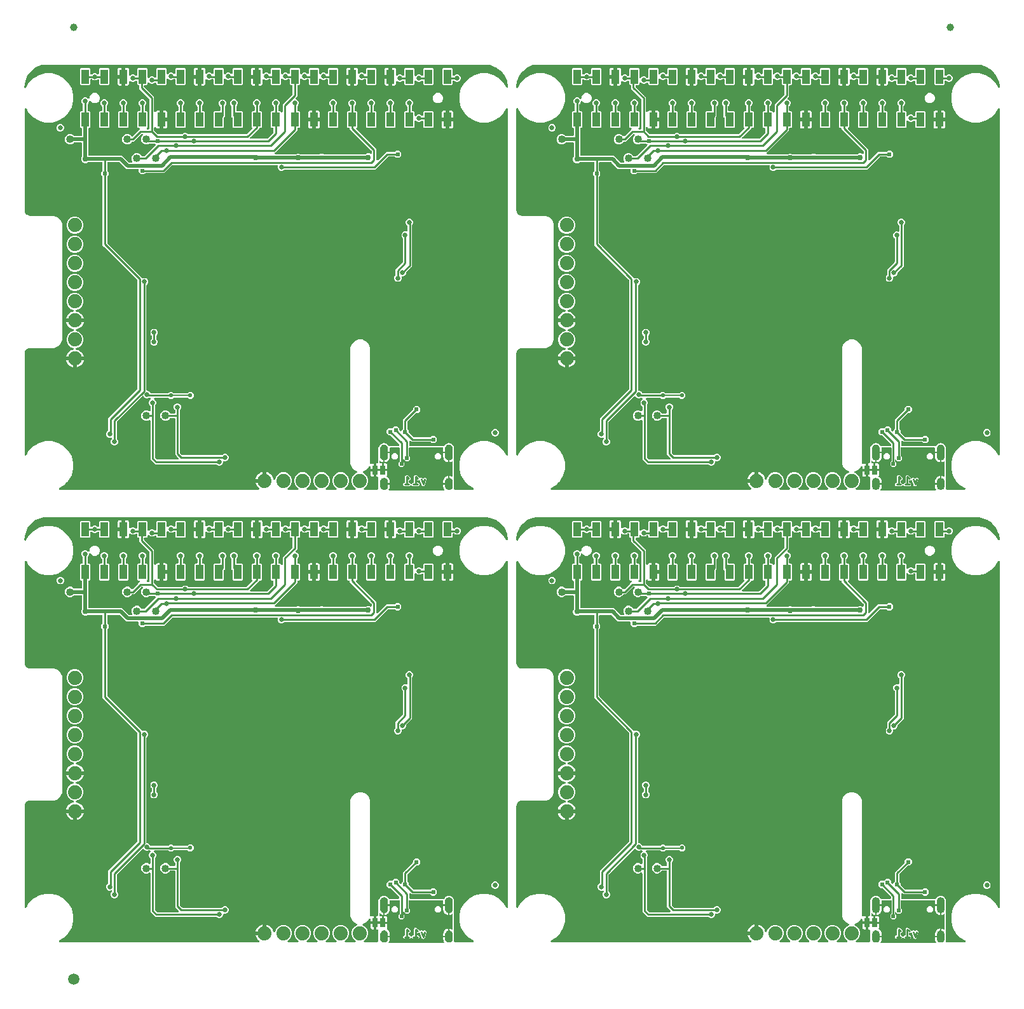
<source format=gbl>
G04 EAGLE Gerber RS-274X export*
G75*
%MOMM*%
%FSLAX34Y34*%
%LPD*%
%INBottom Copper*%
%IPPOS*%
%AMOC8*
5,1,8,0,0,1.08239X$1,22.5*%
G01*
%ADD10C,0.254000*%
%ADD11C,0.654000*%
%ADD12R,1.020000X1.870000*%
%ADD13C,0.635000*%
%ADD14C,1.879600*%
%ADD15C,1.016000*%
%ADD16R,0.660400X1.270000*%
%ADD17C,1.000000*%
%ADD18C,1.500000*%
%ADD19C,0.558800*%
%ADD20C,0.762000*%
%ADD21C,0.508000*%
%ADD22C,0.203200*%
%ADD23C,0.604000*%

G36*
X1216693Y2292D02*
X1216693Y2292D01*
X1216720Y2289D01*
X1216803Y2311D01*
X1216887Y2326D01*
X1216910Y2340D01*
X1216937Y2347D01*
X1217006Y2397D01*
X1217080Y2441D01*
X1217097Y2462D01*
X1217119Y2477D01*
X1217168Y2548D01*
X1217221Y2615D01*
X1217230Y2640D01*
X1217246Y2663D01*
X1217266Y2746D01*
X1217293Y2827D01*
X1217293Y2854D01*
X1217299Y2881D01*
X1217289Y2966D01*
X1217287Y3052D01*
X1217277Y3077D01*
X1217273Y3104D01*
X1217218Y3222D01*
X1217202Y3259D01*
X1217197Y3265D01*
X1217193Y3273D01*
X1216545Y4244D01*
X1215972Y5626D01*
X1215681Y7092D01*
X1215681Y9841D01*
X1218222Y9841D01*
X1218222Y7840D01*
X1218225Y7837D01*
X1218222Y7835D01*
X1218348Y6722D01*
X1218354Y6716D01*
X1218350Y6711D01*
X1218720Y5654D01*
X1218727Y5650D01*
X1218725Y5644D01*
X1219321Y4696D01*
X1219328Y4693D01*
X1219327Y4688D01*
X1220119Y3896D01*
X1220127Y3895D01*
X1220128Y3889D01*
X1221076Y3293D01*
X1221084Y3294D01*
X1221086Y3289D01*
X1222143Y2919D01*
X1222150Y2921D01*
X1222153Y2916D01*
X1223266Y2791D01*
X1223273Y2795D01*
X1223277Y2791D01*
X1224390Y2916D01*
X1224395Y2922D01*
X1224400Y2919D01*
X1225457Y3289D01*
X1225462Y3296D01*
X1225467Y3293D01*
X1226415Y3889D01*
X1226418Y3897D01*
X1226424Y3896D01*
X1227215Y4688D01*
X1227217Y4696D01*
X1227222Y4696D01*
X1227818Y5644D01*
X1227817Y5653D01*
X1227823Y5654D01*
X1228193Y6711D01*
X1228191Y6715D01*
X1228194Y6717D01*
X1228192Y6720D01*
X1228195Y6722D01*
X1228320Y7835D01*
X1228318Y7838D01*
X1228321Y7840D01*
X1228321Y13840D01*
X1228318Y13843D01*
X1228320Y13846D01*
X1228195Y14958D01*
X1228189Y14964D01*
X1228193Y14969D01*
X1227823Y16026D01*
X1227816Y16030D01*
X1227818Y16036D01*
X1227222Y16984D01*
X1227215Y16987D01*
X1227215Y16992D01*
X1226424Y17784D01*
X1226416Y17785D01*
X1226415Y17791D01*
X1225467Y18387D01*
X1225459Y18386D01*
X1225457Y18391D01*
X1224400Y18761D01*
X1224392Y18759D01*
X1224390Y18764D01*
X1224271Y18777D01*
X1224271Y21381D01*
X1225486Y21139D01*
X1226245Y20824D01*
X1226867Y20567D01*
X1227355Y20241D01*
X1227380Y20230D01*
X1227401Y20213D01*
X1227482Y20185D01*
X1227561Y20151D01*
X1227588Y20149D01*
X1227614Y20141D01*
X1227699Y20143D01*
X1227785Y20139D01*
X1227811Y20147D01*
X1227838Y20147D01*
X1227917Y20179D01*
X1227999Y20205D01*
X1228021Y20221D01*
X1228046Y20232D01*
X1228109Y20289D01*
X1228177Y20342D01*
X1228191Y20365D01*
X1228211Y20383D01*
X1228251Y20459D01*
X1228296Y20532D01*
X1228302Y20558D01*
X1228314Y20583D01*
X1228333Y20712D01*
X1228341Y20751D01*
X1228340Y20759D01*
X1228342Y20768D01*
X1228342Y40212D01*
X1228337Y40239D01*
X1228339Y40266D01*
X1228317Y40349D01*
X1228302Y40433D01*
X1228288Y40456D01*
X1228281Y40483D01*
X1228231Y40552D01*
X1228188Y40626D01*
X1228167Y40643D01*
X1228151Y40665D01*
X1228080Y40713D01*
X1228014Y40767D01*
X1227988Y40776D01*
X1227965Y40791D01*
X1227882Y40812D01*
X1227801Y40839D01*
X1227774Y40838D01*
X1227747Y40845D01*
X1227662Y40835D01*
X1227577Y40833D01*
X1227552Y40822D01*
X1227525Y40819D01*
X1227406Y40763D01*
X1227369Y40748D01*
X1227363Y40743D01*
X1227355Y40739D01*
X1226867Y40413D01*
X1225486Y39841D01*
X1224271Y39599D01*
X1224271Y42203D01*
X1224390Y42216D01*
X1224395Y42222D01*
X1224400Y42219D01*
X1225457Y42589D01*
X1225462Y42596D01*
X1225467Y42593D01*
X1226415Y43189D01*
X1226418Y43197D01*
X1226424Y43196D01*
X1227215Y43988D01*
X1227217Y43996D01*
X1227222Y43996D01*
X1227818Y44944D01*
X1227817Y44953D01*
X1227823Y44954D01*
X1228193Y46011D01*
X1228191Y46015D01*
X1228194Y46017D01*
X1228192Y46020D01*
X1228195Y46022D01*
X1228320Y47135D01*
X1228318Y47138D01*
X1228321Y47140D01*
X1228321Y58140D01*
X1228318Y58143D01*
X1228320Y58146D01*
X1228195Y59258D01*
X1228189Y59264D01*
X1228193Y59269D01*
X1227823Y60326D01*
X1227816Y60330D01*
X1227818Y60336D01*
X1227222Y61284D01*
X1227215Y61287D01*
X1227215Y61292D01*
X1226424Y62084D01*
X1226416Y62085D01*
X1226415Y62091D01*
X1225467Y62687D01*
X1225459Y62686D01*
X1225457Y62691D01*
X1224400Y63061D01*
X1224392Y63059D01*
X1224390Y63064D01*
X1223277Y63189D01*
X1223270Y63185D01*
X1223266Y63189D01*
X1222153Y63064D01*
X1222147Y63058D01*
X1222143Y63061D01*
X1221086Y62691D01*
X1221081Y62685D01*
X1221076Y62687D01*
X1220128Y62091D01*
X1220125Y62083D01*
X1220119Y62084D01*
X1219327Y61292D01*
X1219326Y61284D01*
X1219321Y61284D01*
X1218725Y60336D01*
X1218725Y60329D01*
X1218722Y60327D01*
X1218722Y60326D01*
X1218720Y60326D01*
X1218350Y59269D01*
X1218353Y59261D01*
X1218348Y59258D01*
X1218222Y58146D01*
X1218225Y58142D01*
X1218222Y58140D01*
X1218222Y53639D01*
X1215681Y53639D01*
X1215681Y58434D01*
X1215669Y58499D01*
X1215667Y58565D01*
X1215649Y58608D01*
X1215641Y58655D01*
X1215607Y58712D01*
X1215583Y58772D01*
X1215551Y58807D01*
X1215527Y58848D01*
X1215476Y58890D01*
X1215431Y58938D01*
X1215389Y58960D01*
X1215353Y58989D01*
X1215290Y59010D01*
X1215232Y59041D01*
X1215177Y59049D01*
X1215140Y59061D01*
X1215101Y59060D01*
X1215046Y59068D01*
X1170512Y59068D01*
X1170448Y59057D01*
X1170382Y59055D01*
X1170338Y59037D01*
X1170292Y59029D01*
X1170235Y58995D01*
X1170174Y58970D01*
X1170139Y58939D01*
X1170098Y58914D01*
X1170057Y58863D01*
X1170008Y58819D01*
X1169987Y58777D01*
X1169957Y58740D01*
X1169936Y58678D01*
X1169906Y58619D01*
X1169898Y58565D01*
X1169885Y58528D01*
X1169886Y58488D01*
X1169878Y58434D01*
X1169878Y48685D01*
X1169886Y48643D01*
X1169884Y48601D01*
X1169905Y48533D01*
X1169918Y48464D01*
X1169939Y48427D01*
X1169952Y48387D01*
X1170006Y48314D01*
X1170032Y48271D01*
X1170048Y48258D01*
X1170064Y48236D01*
X1171628Y46672D01*
X1171628Y43328D01*
X1169264Y40963D01*
X1165919Y40963D01*
X1163461Y43422D01*
X1163388Y43473D01*
X1163319Y43529D01*
X1163296Y43536D01*
X1163277Y43550D01*
X1163190Y43572D01*
X1163106Y43601D01*
X1163082Y43600D01*
X1163059Y43606D01*
X1162971Y43597D01*
X1162882Y43594D01*
X1162860Y43585D01*
X1162836Y43583D01*
X1162756Y43543D01*
X1162674Y43510D01*
X1162656Y43494D01*
X1162635Y43483D01*
X1162574Y43418D01*
X1162508Y43358D01*
X1162497Y43337D01*
X1162481Y43320D01*
X1162447Y43238D01*
X1162406Y43159D01*
X1162402Y43132D01*
X1162394Y43113D01*
X1162392Y43063D01*
X1162378Y42973D01*
X1162378Y41185D01*
X1162386Y41143D01*
X1162384Y41101D01*
X1162405Y41033D01*
X1162418Y40964D01*
X1162439Y40927D01*
X1162452Y40887D01*
X1162506Y40814D01*
X1162532Y40771D01*
X1162548Y40758D01*
X1162564Y40736D01*
X1164128Y39172D01*
X1164128Y35828D01*
X1161764Y33463D01*
X1158419Y33463D01*
X1156055Y35828D01*
X1156055Y39172D01*
X1157619Y40736D01*
X1157643Y40771D01*
X1157674Y40800D01*
X1157707Y40863D01*
X1157747Y40920D01*
X1157758Y40962D01*
X1157777Y40999D01*
X1157790Y41089D01*
X1157803Y41138D01*
X1157801Y41159D01*
X1157805Y41185D01*
X1157805Y58434D01*
X1157793Y58499D01*
X1157791Y58565D01*
X1157773Y58608D01*
X1157765Y58655D01*
X1157731Y58712D01*
X1157707Y58772D01*
X1157675Y58807D01*
X1157651Y58848D01*
X1157600Y58890D01*
X1157555Y58938D01*
X1157513Y58960D01*
X1157477Y58989D01*
X1157414Y59010D01*
X1157356Y59041D01*
X1157301Y59049D01*
X1157264Y59061D01*
X1157225Y59060D01*
X1157170Y59068D01*
X1145136Y59068D01*
X1145072Y59057D01*
X1145006Y59055D01*
X1144962Y59037D01*
X1144916Y59029D01*
X1144859Y58995D01*
X1144798Y58970D01*
X1144763Y58939D01*
X1144722Y58914D01*
X1144681Y58863D01*
X1144632Y58819D01*
X1144611Y58777D01*
X1144581Y58740D01*
X1144560Y58678D01*
X1144530Y58619D01*
X1144522Y58565D01*
X1144509Y58528D01*
X1144510Y58488D01*
X1144502Y58434D01*
X1144502Y53639D01*
X1141961Y53639D01*
X1141961Y58140D01*
X1141958Y58143D01*
X1141960Y58146D01*
X1141835Y59258D01*
X1141829Y59264D01*
X1141833Y59269D01*
X1141463Y60326D01*
X1141456Y60330D01*
X1141458Y60336D01*
X1140862Y61284D01*
X1140855Y61287D01*
X1140855Y61292D01*
X1140064Y62084D01*
X1140056Y62085D01*
X1140055Y62091D01*
X1139107Y62687D01*
X1139099Y62686D01*
X1139097Y62691D01*
X1138040Y63061D01*
X1138032Y63059D01*
X1138030Y63064D01*
X1136917Y63189D01*
X1136910Y63185D01*
X1136906Y63189D01*
X1135793Y63064D01*
X1135787Y63058D01*
X1135783Y63061D01*
X1134726Y62691D01*
X1134721Y62685D01*
X1134716Y62687D01*
X1133768Y62091D01*
X1133765Y62083D01*
X1133759Y62084D01*
X1132967Y61292D01*
X1132966Y61284D01*
X1132961Y61284D01*
X1132365Y60336D01*
X1132365Y60329D01*
X1132362Y60327D01*
X1132362Y60326D01*
X1132360Y60326D01*
X1131990Y59269D01*
X1131993Y59261D01*
X1131988Y59258D01*
X1131862Y58146D01*
X1131865Y58142D01*
X1131862Y58140D01*
X1131862Y47140D01*
X1131865Y47137D01*
X1131862Y47135D01*
X1131988Y46022D01*
X1131994Y46016D01*
X1131990Y46011D01*
X1132360Y44954D01*
X1132367Y44950D01*
X1132365Y44944D01*
X1132961Y43996D01*
X1132968Y43993D01*
X1132967Y43988D01*
X1133759Y43196D01*
X1133767Y43195D01*
X1133768Y43189D01*
X1134716Y42593D01*
X1134724Y42594D01*
X1134726Y42589D01*
X1135783Y42219D01*
X1135790Y42221D01*
X1135793Y42216D01*
X1135912Y42203D01*
X1135912Y39599D01*
X1134697Y39841D01*
X1133316Y40413D01*
X1132593Y40896D01*
X1132072Y41244D01*
X1131890Y41427D01*
X1131856Y41450D01*
X1131828Y41480D01*
X1131788Y41501D01*
X1131748Y41533D01*
X1131725Y41541D01*
X1131706Y41555D01*
X1131661Y41566D01*
X1131629Y41583D01*
X1131582Y41590D01*
X1131535Y41605D01*
X1131511Y41605D01*
X1131488Y41611D01*
X1131461Y41608D01*
X1131443Y41610D01*
X1131441Y41610D01*
X1131391Y41601D01*
X1131311Y41599D01*
X1131289Y41590D01*
X1131265Y41587D01*
X1131237Y41574D01*
X1131221Y41571D01*
X1131175Y41544D01*
X1131103Y41514D01*
X1131085Y41498D01*
X1131064Y41488D01*
X1131043Y41466D01*
X1131027Y41456D01*
X1130993Y41413D01*
X1130937Y41363D01*
X1130926Y41342D01*
X1130910Y41325D01*
X1130899Y41298D01*
X1130886Y41282D01*
X1130867Y41226D01*
X1130835Y41163D01*
X1130831Y41137D01*
X1130823Y41118D01*
X1130822Y41092D01*
X1130814Y41070D01*
X1130815Y41032D01*
X1130807Y40978D01*
X1130807Y38704D01*
X1130814Y38668D01*
X1130811Y38632D01*
X1130833Y38558D01*
X1130847Y38483D01*
X1130865Y38452D01*
X1130876Y38417D01*
X1130922Y38356D01*
X1130961Y38290D01*
X1130989Y38267D01*
X1131011Y38238D01*
X1131076Y38197D01*
X1131135Y38148D01*
X1131170Y38137D01*
X1131200Y38117D01*
X1131275Y38101D01*
X1131348Y38076D01*
X1131384Y38077D01*
X1131419Y38070D01*
X1131522Y38082D01*
X1131572Y38083D01*
X1131586Y38089D01*
X1131606Y38091D01*
X1131642Y38101D01*
X1134009Y38101D01*
X1134009Y30543D01*
X1126515Y30543D01*
X1126515Y38101D01*
X1127758Y38101D01*
X1127877Y38116D01*
X1127995Y38123D01*
X1128034Y38136D01*
X1128074Y38141D01*
X1128185Y38184D01*
X1128298Y38221D01*
X1128332Y38243D01*
X1128370Y38258D01*
X1128466Y38327D01*
X1128567Y38391D01*
X1128594Y38421D01*
X1128627Y38444D01*
X1128703Y38536D01*
X1128784Y38623D01*
X1128804Y38658D01*
X1128830Y38689D01*
X1128881Y38797D01*
X1128938Y38901D01*
X1128948Y38941D01*
X1128965Y38977D01*
X1128988Y39094D01*
X1129017Y39209D01*
X1129021Y39269D01*
X1129025Y39289D01*
X1129024Y39310D01*
X1129028Y39370D01*
X1129028Y59434D01*
X1130569Y60975D01*
X1130596Y61011D01*
X1130630Y61041D01*
X1130694Y61136D01*
X1130764Y61226D01*
X1130782Y61268D01*
X1130807Y61305D01*
X1130869Y61453D01*
X1131008Y61849D01*
X1131462Y62304D01*
X1131500Y62353D01*
X1131545Y62395D01*
X1131640Y62526D01*
X1131981Y63070D01*
X1132526Y63412D01*
X1132573Y63451D01*
X1132627Y63483D01*
X1132748Y63589D01*
X1133202Y64043D01*
X1133808Y64256D01*
X1133864Y64283D01*
X1133923Y64302D01*
X1134065Y64379D01*
X1134609Y64721D01*
X1135247Y64793D01*
X1135307Y64807D01*
X1135369Y64813D01*
X1135524Y64856D01*
X1136131Y65068D01*
X1136769Y64996D01*
X1136831Y64997D01*
X1136893Y64988D01*
X1137054Y64996D01*
X1137692Y65068D01*
X1138299Y64856D01*
X1138359Y64843D01*
X1138417Y64821D01*
X1138576Y64793D01*
X1139214Y64721D01*
X1139758Y64379D01*
X1139815Y64353D01*
X1139866Y64318D01*
X1140014Y64256D01*
X1140621Y64043D01*
X1141075Y63589D01*
X1141124Y63551D01*
X1141167Y63506D01*
X1141297Y63412D01*
X1141841Y63070D01*
X1142183Y62526D01*
X1142223Y62478D01*
X1142254Y62425D01*
X1142360Y62304D01*
X1142815Y61849D01*
X1142868Y61698D01*
X1142897Y61639D01*
X1142917Y61578D01*
X1142968Y61498D01*
X1143010Y61413D01*
X1143052Y61364D01*
X1143087Y61309D01*
X1143156Y61244D01*
X1143218Y61173D01*
X1143271Y61136D01*
X1143319Y61091D01*
X1143402Y61045D01*
X1143479Y60991D01*
X1143540Y60969D01*
X1143597Y60937D01*
X1143689Y60914D01*
X1143777Y60881D01*
X1143842Y60874D01*
X1143905Y60858D01*
X1144066Y60848D01*
X1155773Y60848D01*
X1155892Y60863D01*
X1156010Y60870D01*
X1156049Y60883D01*
X1156089Y60888D01*
X1156200Y60931D01*
X1156313Y60968D01*
X1156347Y60990D01*
X1156385Y61005D01*
X1156481Y61074D01*
X1156582Y61138D01*
X1156609Y61168D01*
X1156642Y61191D01*
X1156718Y61283D01*
X1156799Y61370D01*
X1156819Y61405D01*
X1156845Y61436D01*
X1156896Y61544D01*
X1156953Y61648D01*
X1156963Y61688D01*
X1156980Y61724D01*
X1157003Y61841D01*
X1157032Y61956D01*
X1157036Y62016D01*
X1157040Y62036D01*
X1157039Y62057D01*
X1157043Y62117D01*
X1157043Y63211D01*
X1157030Y63310D01*
X1157027Y63409D01*
X1157010Y63467D01*
X1157003Y63527D01*
X1156966Y63619D01*
X1156939Y63714D01*
X1156908Y63766D01*
X1156886Y63823D01*
X1156828Y63903D01*
X1156777Y63988D01*
X1156711Y64063D01*
X1156699Y64080D01*
X1156690Y64088D01*
X1156671Y64109D01*
X1145950Y74830D01*
X1145872Y74890D01*
X1145800Y74958D01*
X1145747Y74987D01*
X1145699Y75024D01*
X1145608Y75064D01*
X1145521Y75112D01*
X1145463Y75127D01*
X1145407Y75151D01*
X1145309Y75166D01*
X1145214Y75191D01*
X1145113Y75197D01*
X1145093Y75201D01*
X1145081Y75199D01*
X1145053Y75201D01*
X1143104Y75201D01*
X1140293Y78012D01*
X1140293Y81988D01*
X1143104Y84799D01*
X1147578Y84799D01*
X1147676Y84811D01*
X1147775Y84814D01*
X1147833Y84831D01*
X1147893Y84839D01*
X1147986Y84875D01*
X1148081Y84903D01*
X1148133Y84933D01*
X1148189Y84956D01*
X1148269Y85014D01*
X1148355Y85064D01*
X1148430Y85130D01*
X1148447Y85142D01*
X1148454Y85152D01*
X1148475Y85170D01*
X1150604Y87299D01*
X1154579Y87299D01*
X1157390Y84488D01*
X1157390Y82539D01*
X1157403Y82440D01*
X1157406Y82341D01*
X1157422Y82283D01*
X1157430Y82223D01*
X1157466Y82131D01*
X1157494Y82036D01*
X1157525Y81984D01*
X1157547Y81927D01*
X1157605Y81847D01*
X1157655Y81762D01*
X1157722Y81687D01*
X1157734Y81670D01*
X1157743Y81662D01*
X1157762Y81641D01*
X1158126Y81277D01*
X1158236Y81192D01*
X1158343Y81103D01*
X1158361Y81095D01*
X1158377Y81082D01*
X1158505Y81027D01*
X1158631Y80968D01*
X1158650Y80964D01*
X1158669Y80956D01*
X1158806Y80934D01*
X1158943Y80908D01*
X1158963Y80909D01*
X1158983Y80906D01*
X1159122Y80919D01*
X1159260Y80928D01*
X1159280Y80934D01*
X1159300Y80936D01*
X1159431Y80983D01*
X1159563Y81026D01*
X1159580Y81036D01*
X1159599Y81043D01*
X1159714Y81122D01*
X1159832Y81196D01*
X1159845Y81211D01*
X1159862Y81222D01*
X1159954Y81326D01*
X1160049Y81427D01*
X1160059Y81445D01*
X1160073Y81460D01*
X1160136Y81584D01*
X1160203Y81706D01*
X1160208Y81725D01*
X1160217Y81744D01*
X1160248Y81880D01*
X1160270Y81965D01*
X1161671Y83366D01*
X1161732Y83444D01*
X1161799Y83516D01*
X1161829Y83569D01*
X1161866Y83617D01*
X1161905Y83708D01*
X1161953Y83795D01*
X1161968Y83853D01*
X1161992Y83909D01*
X1162008Y84007D01*
X1162032Y84103D01*
X1162038Y84189D01*
X1162040Y84200D01*
X1162040Y84208D01*
X1162042Y84223D01*
X1162041Y84235D01*
X1162043Y84263D01*
X1162043Y96223D01*
X1174961Y109141D01*
X1175022Y109219D01*
X1175089Y109291D01*
X1175119Y109344D01*
X1175156Y109392D01*
X1175195Y109483D01*
X1175243Y109570D01*
X1175258Y109629D01*
X1175282Y109684D01*
X1175298Y109782D01*
X1175322Y109878D01*
X1175329Y109978D01*
X1175332Y109998D01*
X1175331Y110011D01*
X1175333Y110039D01*
X1175333Y111988D01*
X1178144Y114799D01*
X1182119Y114799D01*
X1184930Y111988D01*
X1184930Y108012D01*
X1182119Y105201D01*
X1180170Y105201D01*
X1180072Y105189D01*
X1179973Y105186D01*
X1179915Y105169D01*
X1179854Y105161D01*
X1179762Y105125D01*
X1179667Y105097D01*
X1179615Y105067D01*
X1179559Y105044D01*
X1179479Y104986D01*
X1179393Y104936D01*
X1179318Y104870D01*
X1179301Y104858D01*
X1179294Y104848D01*
X1179272Y104830D01*
X1168512Y94069D01*
X1168451Y93991D01*
X1168383Y93919D01*
X1168354Y93866D01*
X1168353Y93865D01*
X1168338Y93846D01*
X1168337Y93843D01*
X1168317Y93818D01*
X1168278Y93727D01*
X1168230Y93640D01*
X1168216Y93588D01*
X1168202Y93558D01*
X1168201Y93549D01*
X1168191Y93526D01*
X1168175Y93428D01*
X1168150Y93332D01*
X1168146Y93263D01*
X1168143Y93246D01*
X1168144Y93230D01*
X1168141Y93212D01*
X1168142Y93199D01*
X1168140Y93171D01*
X1168140Y84263D01*
X1168153Y84165D01*
X1168156Y84066D01*
X1168172Y84008D01*
X1168180Y83948D01*
X1168216Y83856D01*
X1168244Y83761D01*
X1168275Y83709D01*
X1168297Y83652D01*
X1168355Y83572D01*
X1168406Y83487D01*
X1168472Y83411D01*
X1168484Y83395D01*
X1168493Y83387D01*
X1168512Y83366D01*
X1169890Y81988D01*
X1169890Y80039D01*
X1169903Y79940D01*
X1169906Y79841D01*
X1169922Y79783D01*
X1169930Y79723D01*
X1169966Y79631D01*
X1169994Y79536D01*
X1170025Y79484D01*
X1170047Y79427D01*
X1170105Y79347D01*
X1170155Y79262D01*
X1170222Y79187D01*
X1170234Y79170D01*
X1170243Y79162D01*
X1170262Y79141D01*
X1175982Y73420D01*
X1176061Y73360D01*
X1176133Y73292D01*
X1176186Y73263D01*
X1176234Y73226D01*
X1176325Y73186D01*
X1176411Y73138D01*
X1176470Y73123D01*
X1176526Y73099D01*
X1176624Y73084D01*
X1176719Y73059D01*
X1176819Y73053D01*
X1176840Y73049D01*
X1176852Y73051D01*
X1176880Y73049D01*
X1198328Y73049D01*
X1198426Y73061D01*
X1198525Y73064D01*
X1198583Y73081D01*
X1198644Y73089D01*
X1198736Y73125D01*
X1198831Y73153D01*
X1198883Y73183D01*
X1198939Y73206D01*
X1199019Y73264D01*
X1199105Y73314D01*
X1199180Y73380D01*
X1199197Y73392D01*
X1199204Y73402D01*
X1199225Y73420D01*
X1200604Y74799D01*
X1204579Y74799D01*
X1207390Y71988D01*
X1207390Y68012D01*
X1204579Y65201D01*
X1200604Y65201D01*
X1199225Y66580D01*
X1199147Y66640D01*
X1199075Y66708D01*
X1199022Y66737D01*
X1198974Y66774D01*
X1198883Y66814D01*
X1198797Y66862D01*
X1198738Y66877D01*
X1198682Y66901D01*
X1198584Y66916D01*
X1198489Y66941D01*
X1198389Y66947D01*
X1198368Y66951D01*
X1198356Y66949D01*
X1198328Y66951D01*
X1173829Y66951D01*
X1172807Y67973D01*
X1172697Y68058D01*
X1172590Y68147D01*
X1172572Y68156D01*
X1172556Y68168D01*
X1172428Y68223D01*
X1172302Y68282D01*
X1172282Y68286D01*
X1172264Y68294D01*
X1172126Y68316D01*
X1171990Y68342D01*
X1171970Y68341D01*
X1171950Y68344D01*
X1171811Y68331D01*
X1171672Y68322D01*
X1171653Y68316D01*
X1171633Y68314D01*
X1171502Y68267D01*
X1171370Y68224D01*
X1171353Y68214D01*
X1171334Y68207D01*
X1171219Y68129D01*
X1171101Y68054D01*
X1171087Y68039D01*
X1171071Y68028D01*
X1170979Y67924D01*
X1170883Y67823D01*
X1170874Y67805D01*
X1170860Y67790D01*
X1170797Y67666D01*
X1170730Y67544D01*
X1170725Y67525D01*
X1170716Y67506D01*
X1170685Y67371D01*
X1170650Y67236D01*
X1170649Y67208D01*
X1170646Y67196D01*
X1170647Y67176D01*
X1170640Y67075D01*
X1170640Y62117D01*
X1170655Y61999D01*
X1170662Y61880D01*
X1170675Y61842D01*
X1170680Y61801D01*
X1170724Y61691D01*
X1170760Y61578D01*
X1170782Y61543D01*
X1170797Y61506D01*
X1170867Y61410D01*
X1170931Y61309D01*
X1170960Y61281D01*
X1170984Y61248D01*
X1171076Y61172D01*
X1171162Y61091D01*
X1171198Y61071D01*
X1171229Y61046D01*
X1171336Y60995D01*
X1171441Y60937D01*
X1171480Y60927D01*
X1171517Y60910D01*
X1171633Y60888D01*
X1171749Y60858D01*
X1171809Y60854D01*
X1171829Y60850D01*
X1171849Y60852D01*
X1171909Y60848D01*
X1216117Y60848D01*
X1216182Y60856D01*
X1216247Y60854D01*
X1216339Y60876D01*
X1216432Y60888D01*
X1216493Y60912D01*
X1216556Y60926D01*
X1216640Y60970D01*
X1216728Y61005D01*
X1216781Y61043D01*
X1216839Y61073D01*
X1216909Y61136D01*
X1216985Y61191D01*
X1217027Y61242D01*
X1217076Y61285D01*
X1217128Y61364D01*
X1217188Y61436D01*
X1217216Y61495D01*
X1217252Y61550D01*
X1217315Y61698D01*
X1217368Y61849D01*
X1217822Y62304D01*
X1217860Y62353D01*
X1217905Y62395D01*
X1218000Y62526D01*
X1218341Y63070D01*
X1218886Y63412D01*
X1218933Y63451D01*
X1218987Y63483D01*
X1219108Y63589D01*
X1219562Y64043D01*
X1220168Y64256D01*
X1220224Y64283D01*
X1220283Y64302D01*
X1220425Y64379D01*
X1220969Y64721D01*
X1221607Y64793D01*
X1221668Y64807D01*
X1221729Y64813D01*
X1221884Y64856D01*
X1222491Y65068D01*
X1223129Y64996D01*
X1223191Y64997D01*
X1223253Y64988D01*
X1223414Y64996D01*
X1224052Y65068D01*
X1224658Y64856D01*
X1224719Y64843D01*
X1224777Y64821D01*
X1224936Y64793D01*
X1225574Y64721D01*
X1226118Y64379D01*
X1226175Y64353D01*
X1226226Y64318D01*
X1226374Y64256D01*
X1226981Y64043D01*
X1227435Y63589D01*
X1227484Y63551D01*
X1227527Y63506D01*
X1227657Y63412D01*
X1228201Y63070D01*
X1228543Y62526D01*
X1228583Y62478D01*
X1228614Y62425D01*
X1228720Y62304D01*
X1229175Y61849D01*
X1229387Y61243D01*
X1229415Y61187D01*
X1229434Y61128D01*
X1229510Y60987D01*
X1229852Y60443D01*
X1229896Y60050D01*
X1229903Y60023D01*
X1229904Y59995D01*
X1229940Y59869D01*
X1229971Y59741D01*
X1229985Y59716D01*
X1229992Y59689D01*
X1230059Y59576D01*
X1230121Y59460D01*
X1230121Y59361D01*
X1230138Y59229D01*
X1230148Y59106D01*
X1230146Y59099D01*
X1230143Y59054D01*
X1230131Y59010D01*
X1230121Y58849D01*
X1230121Y58128D01*
X1230123Y58114D01*
X1230129Y57986D01*
X1230188Y57463D01*
X1230178Y57424D01*
X1230140Y57298D01*
X1230138Y57270D01*
X1230131Y57243D01*
X1230121Y57082D01*
X1230121Y48198D01*
X1230125Y48170D01*
X1230122Y48142D01*
X1230145Y48013D01*
X1230161Y47882D01*
X1230171Y47856D01*
X1230176Y47829D01*
X1230187Y47805D01*
X1230129Y47294D01*
X1230129Y47281D01*
X1230121Y47152D01*
X1230121Y46431D01*
X1230127Y46386D01*
X1230124Y46341D01*
X1230147Y46229D01*
X1230154Y46169D01*
X1230131Y46080D01*
X1230129Y46043D01*
X1230126Y46028D01*
X1230127Y46006D01*
X1230121Y45919D01*
X1230121Y15061D01*
X1230138Y14929D01*
X1230148Y14806D01*
X1230146Y14799D01*
X1230143Y14754D01*
X1230131Y14710D01*
X1230121Y14549D01*
X1230121Y13828D01*
X1230123Y13814D01*
X1230129Y13686D01*
X1230188Y13163D01*
X1230178Y13124D01*
X1230140Y12998D01*
X1230138Y12970D01*
X1230131Y12943D01*
X1230121Y12782D01*
X1230121Y8898D01*
X1230125Y8870D01*
X1230122Y8842D01*
X1230145Y8713D01*
X1230161Y8582D01*
X1230171Y8556D01*
X1230176Y8529D01*
X1230187Y8505D01*
X1230129Y7994D01*
X1230129Y7981D01*
X1230121Y7852D01*
X1230121Y7131D01*
X1230127Y7086D01*
X1230124Y7041D01*
X1230147Y6929D01*
X1230154Y6869D01*
X1230131Y6780D01*
X1230129Y6743D01*
X1230126Y6728D01*
X1230127Y6706D01*
X1230121Y6619D01*
X1230121Y4318D01*
X1230136Y4200D01*
X1230143Y4081D01*
X1230156Y4043D01*
X1230161Y4002D01*
X1230205Y3892D01*
X1230241Y3779D01*
X1230263Y3744D01*
X1230278Y3707D01*
X1230348Y3611D01*
X1230412Y3510D01*
X1230441Y3482D01*
X1230465Y3449D01*
X1230557Y3373D01*
X1230643Y3292D01*
X1230679Y3272D01*
X1230710Y3247D01*
X1230817Y3196D01*
X1230922Y3138D01*
X1230961Y3128D01*
X1230998Y3111D01*
X1231114Y3089D01*
X1231230Y3059D01*
X1231290Y3055D01*
X1231310Y3051D01*
X1231330Y3053D01*
X1231390Y3049D01*
X1255138Y3049D01*
X1255283Y3067D01*
X1255428Y3082D01*
X1255440Y3087D01*
X1255454Y3089D01*
X1255589Y3142D01*
X1255726Y3193D01*
X1255737Y3201D01*
X1255749Y3206D01*
X1255867Y3291D01*
X1255987Y3374D01*
X1255996Y3384D01*
X1256007Y3392D01*
X1256100Y3505D01*
X1256195Y3615D01*
X1256201Y3627D01*
X1256210Y3637D01*
X1256271Y3769D01*
X1256337Y3900D01*
X1256339Y3913D01*
X1256345Y3925D01*
X1256372Y4067D01*
X1256403Y4211D01*
X1256402Y4224D01*
X1256405Y4237D01*
X1256396Y4382D01*
X1256390Y4528D01*
X1256386Y4541D01*
X1256385Y4555D01*
X1256340Y4693D01*
X1256298Y4833D01*
X1256291Y4845D01*
X1256287Y4857D01*
X1256209Y4980D01*
X1256134Y5105D01*
X1256124Y5115D01*
X1256117Y5126D01*
X1256011Y5225D01*
X1255907Y5328D01*
X1255892Y5338D01*
X1255885Y5344D01*
X1255870Y5352D01*
X1255773Y5417D01*
X1249965Y8771D01*
X1243862Y14873D01*
X1239546Y22348D01*
X1237313Y30685D01*
X1237313Y39315D01*
X1239546Y47652D01*
X1243862Y55127D01*
X1249965Y61230D01*
X1257439Y65545D01*
X1265776Y67779D01*
X1274407Y67779D01*
X1282744Y65545D01*
X1290218Y61230D01*
X1296321Y55127D01*
X1299674Y49319D01*
X1299758Y49208D01*
X1299761Y49203D01*
X1299764Y49201D01*
X1299848Y49085D01*
X1299858Y49076D01*
X1299866Y49065D01*
X1299980Y48975D01*
X1300093Y48882D01*
X1300105Y48876D01*
X1300116Y48868D01*
X1300249Y48808D01*
X1300381Y48746D01*
X1300394Y48744D01*
X1300406Y48738D01*
X1300551Y48714D01*
X1300693Y48686D01*
X1300706Y48687D01*
X1300720Y48685D01*
X1300866Y48697D01*
X1301010Y48706D01*
X1301023Y48710D01*
X1301037Y48711D01*
X1301175Y48759D01*
X1301313Y48804D01*
X1301324Y48811D01*
X1301337Y48816D01*
X1301458Y48896D01*
X1301582Y48974D01*
X1301591Y48984D01*
X1301602Y48992D01*
X1301699Y49099D01*
X1301799Y49206D01*
X1301806Y49218D01*
X1301815Y49228D01*
X1301883Y49357D01*
X1301953Y49485D01*
X1301956Y49498D01*
X1301963Y49510D01*
X1301996Y49652D01*
X1302032Y49792D01*
X1302034Y49811D01*
X1302036Y49819D01*
X1302035Y49836D01*
X1302043Y49953D01*
X1302043Y510047D01*
X1302024Y510191D01*
X1302009Y510336D01*
X1302005Y510349D01*
X1302003Y510362D01*
X1301949Y510498D01*
X1301898Y510634D01*
X1301891Y510646D01*
X1301886Y510658D01*
X1301800Y510776D01*
X1301717Y510896D01*
X1301707Y510904D01*
X1301699Y510915D01*
X1301587Y511008D01*
X1301476Y511104D01*
X1301464Y511110D01*
X1301454Y511118D01*
X1301323Y511180D01*
X1301192Y511245D01*
X1301178Y511248D01*
X1301166Y511254D01*
X1301024Y511281D01*
X1300881Y511312D01*
X1300867Y511311D01*
X1300854Y511314D01*
X1300709Y511305D01*
X1300563Y511299D01*
X1300550Y511295D01*
X1300537Y511294D01*
X1300398Y511249D01*
X1300258Y511207D01*
X1300247Y511200D01*
X1300234Y511196D01*
X1300111Y511118D01*
X1299986Y511042D01*
X1299977Y511033D01*
X1299965Y511026D01*
X1299865Y510920D01*
X1299763Y510816D01*
X1299753Y510800D01*
X1299747Y510794D01*
X1299739Y510779D01*
X1299674Y510681D01*
X1296321Y504873D01*
X1290218Y498770D01*
X1282744Y494455D01*
X1274407Y492221D01*
X1265776Y492221D01*
X1257439Y494455D01*
X1249965Y498770D01*
X1243862Y504873D01*
X1239546Y512348D01*
X1237313Y520685D01*
X1237313Y529315D01*
X1239546Y537652D01*
X1243862Y545127D01*
X1249965Y551230D01*
X1257439Y555545D01*
X1265776Y557779D01*
X1274407Y557779D01*
X1282744Y555545D01*
X1290218Y551230D01*
X1296321Y545127D01*
X1299703Y539268D01*
X1299760Y539193D01*
X1299809Y539112D01*
X1299856Y539067D01*
X1299896Y539015D01*
X1299970Y538956D01*
X1300037Y538890D01*
X1300094Y538858D01*
X1300145Y538817D01*
X1300231Y538779D01*
X1300313Y538732D01*
X1300376Y538714D01*
X1300435Y538688D01*
X1300528Y538672D01*
X1300619Y538647D01*
X1300684Y538646D01*
X1300749Y538635D01*
X1300843Y538643D01*
X1300937Y538641D01*
X1301001Y538656D01*
X1301066Y538661D01*
X1301155Y538692D01*
X1301247Y538714D01*
X1301304Y538744D01*
X1301366Y538766D01*
X1301445Y538818D01*
X1301528Y538862D01*
X1301577Y538905D01*
X1301631Y538941D01*
X1301694Y539011D01*
X1301764Y539075D01*
X1301800Y539129D01*
X1301844Y539178D01*
X1301888Y539261D01*
X1301940Y539340D01*
X1301961Y539402D01*
X1301992Y539459D01*
X1302013Y539551D01*
X1302044Y539640D01*
X1302050Y539705D01*
X1302065Y539769D01*
X1302063Y539863D01*
X1302071Y539957D01*
X1302059Y540068D01*
X1302058Y540087D01*
X1302056Y540096D01*
X1302053Y540117D01*
X1300811Y547359D01*
X1300786Y547440D01*
X1300771Y547525D01*
X1300722Y547652D01*
X1300719Y547663D01*
X1300716Y547667D01*
X1300713Y547675D01*
X1297407Y554853D01*
X1297361Y554926D01*
X1297325Y555003D01*
X1297244Y555113D01*
X1297238Y555123D01*
X1297235Y555126D01*
X1297230Y555133D01*
X1292178Y561211D01*
X1292116Y561269D01*
X1292060Y561334D01*
X1291954Y561421D01*
X1291946Y561428D01*
X1291942Y561430D01*
X1291935Y561436D01*
X1285482Y565999D01*
X1285407Y566039D01*
X1285336Y566088D01*
X1285211Y566143D01*
X1285202Y566148D01*
X1285198Y566149D01*
X1285189Y566153D01*
X1277776Y568890D01*
X1277733Y568900D01*
X1277692Y568918D01*
X1277535Y568953D01*
X1273739Y569556D01*
X1273719Y569556D01*
X1273701Y569561D01*
X1273540Y569571D01*
X684205Y569571D01*
X684160Y569566D01*
X684114Y569568D01*
X683954Y569546D01*
X680406Y568832D01*
X680364Y568818D01*
X680320Y568812D01*
X680168Y568759D01*
X673143Y565831D01*
X673069Y565788D01*
X672990Y565754D01*
X672877Y565678D01*
X672867Y565672D01*
X672864Y565669D01*
X672857Y565664D01*
X666830Y561017D01*
X666769Y560957D01*
X666701Y560904D01*
X666612Y560801D01*
X666604Y560793D01*
X666602Y560789D01*
X666596Y560783D01*
X661977Y554734D01*
X661934Y554660D01*
X661882Y554592D01*
X661822Y554468D01*
X661817Y554459D01*
X661816Y554455D01*
X661812Y554447D01*
X658915Y547409D01*
X658893Y547326D01*
X658861Y547247D01*
X658835Y547112D01*
X658832Y547102D01*
X658832Y547098D01*
X658830Y547089D01*
X657865Y539620D01*
X657864Y539552D01*
X657854Y539484D01*
X657864Y539394D01*
X657864Y539302D01*
X657880Y539236D01*
X657887Y539168D01*
X657919Y539083D01*
X657942Y538994D01*
X657974Y538934D01*
X657998Y538870D01*
X658050Y538795D01*
X658094Y538715D01*
X658141Y538665D01*
X658180Y538609D01*
X658249Y538549D01*
X658311Y538482D01*
X658369Y538446D01*
X658420Y538401D01*
X658502Y538360D01*
X658579Y538311D01*
X658644Y538290D01*
X658705Y538259D01*
X658794Y538240D01*
X658881Y538212D01*
X658949Y538207D01*
X659016Y538193D01*
X659107Y538197D01*
X659198Y538191D01*
X659265Y538203D01*
X659334Y538206D01*
X659421Y538232D01*
X659511Y538249D01*
X659573Y538278D01*
X659638Y538298D01*
X659717Y538345D01*
X659799Y538383D01*
X659852Y538427D01*
X659911Y538462D01*
X659975Y538527D01*
X660045Y538585D01*
X660085Y538640D01*
X660133Y538689D01*
X660223Y538823D01*
X663862Y545127D01*
X669965Y551230D01*
X677439Y555545D01*
X685776Y557779D01*
X694407Y557779D01*
X702744Y555545D01*
X710218Y551230D01*
X716321Y545127D01*
X720636Y537652D01*
X722870Y529315D01*
X722870Y520685D01*
X720636Y512348D01*
X716321Y504873D01*
X710218Y498770D01*
X702744Y494455D01*
X694407Y492221D01*
X685776Y492221D01*
X677439Y494455D01*
X669965Y498770D01*
X663862Y504873D01*
X660509Y510681D01*
X660420Y510798D01*
X660335Y510915D01*
X660324Y510924D01*
X660316Y510935D01*
X660202Y511025D01*
X660090Y511118D01*
X660078Y511124D01*
X660067Y511132D01*
X659933Y511192D01*
X659802Y511254D01*
X659789Y511256D01*
X659777Y511262D01*
X659632Y511286D01*
X659490Y511314D01*
X659476Y511313D01*
X659463Y511315D01*
X659317Y511303D01*
X659172Y511294D01*
X659160Y511290D01*
X659146Y511289D01*
X659008Y511241D01*
X658870Y511196D01*
X658859Y511189D01*
X658846Y511184D01*
X658724Y511104D01*
X658601Y511026D01*
X658592Y511016D01*
X658581Y511008D01*
X658484Y510901D01*
X658383Y510794D01*
X658377Y510782D01*
X658368Y510772D01*
X658300Y510643D01*
X658230Y510515D01*
X658226Y510502D01*
X658220Y510490D01*
X658187Y510348D01*
X658150Y510208D01*
X658149Y510189D01*
X658147Y510181D01*
X658148Y510164D01*
X658140Y510047D01*
X658140Y375000D01*
X658143Y374980D01*
X658146Y374876D01*
X658255Y373767D01*
X658279Y373663D01*
X658294Y373558D01*
X658321Y373478D01*
X658326Y373457D01*
X658333Y373443D01*
X658346Y373406D01*
X659194Y371358D01*
X659199Y371349D01*
X659202Y371341D01*
X659278Y371211D01*
X659352Y371081D01*
X659358Y371075D01*
X659363Y371067D01*
X659469Y370946D01*
X661037Y369378D01*
X661044Y369372D01*
X661050Y369365D01*
X661170Y369275D01*
X661288Y369183D01*
X661297Y369179D01*
X661304Y369174D01*
X661449Y369103D01*
X663497Y368255D01*
X663600Y368227D01*
X663700Y368190D01*
X663783Y368176D01*
X663804Y368171D01*
X663820Y368170D01*
X663858Y368164D01*
X664967Y368055D01*
X664987Y368055D01*
X665091Y368049D01*
X697687Y368049D01*
X702483Y366062D01*
X706154Y362391D01*
X708140Y357596D01*
X708140Y202404D01*
X706154Y197609D01*
X702483Y193938D01*
X697687Y191951D01*
X665091Y191951D01*
X665072Y191949D01*
X664967Y191945D01*
X663858Y191836D01*
X663755Y191812D01*
X663650Y191798D01*
X663570Y191770D01*
X663548Y191765D01*
X663534Y191758D01*
X663497Y191745D01*
X661449Y190897D01*
X661441Y190892D01*
X661432Y190890D01*
X661303Y190814D01*
X661173Y190740D01*
X661166Y190733D01*
X661158Y190728D01*
X661037Y190622D01*
X659469Y189054D01*
X659464Y189047D01*
X659457Y189041D01*
X659367Y188922D01*
X659275Y188803D01*
X659271Y188794D01*
X659265Y188787D01*
X659194Y188642D01*
X658346Y186594D01*
X658318Y186492D01*
X658281Y186392D01*
X658268Y186309D01*
X658262Y186287D01*
X658262Y186272D01*
X658255Y186233D01*
X658146Y185124D01*
X658147Y185105D01*
X658140Y185000D01*
X658140Y49953D01*
X658158Y49809D01*
X658174Y49664D01*
X658178Y49651D01*
X658180Y49638D01*
X658234Y49502D01*
X658284Y49366D01*
X658292Y49354D01*
X658297Y49342D01*
X658382Y49224D01*
X658466Y49104D01*
X658476Y49095D01*
X658484Y49085D01*
X658596Y48992D01*
X658706Y48896D01*
X658718Y48890D01*
X658729Y48882D01*
X658860Y48820D01*
X658991Y48755D01*
X659004Y48752D01*
X659017Y48746D01*
X659159Y48719D01*
X659302Y48688D01*
X659316Y48689D01*
X659329Y48686D01*
X659473Y48695D01*
X659620Y48701D01*
X659633Y48705D01*
X659646Y48706D01*
X659784Y48751D01*
X659924Y48793D01*
X659936Y48800D01*
X659949Y48804D01*
X660071Y48882D01*
X660197Y48957D01*
X660206Y48967D01*
X660218Y48974D01*
X660317Y49080D01*
X660419Y49184D01*
X660430Y49200D01*
X660435Y49206D01*
X660444Y49221D01*
X660509Y49318D01*
X663862Y55127D01*
X669965Y61230D01*
X677439Y65545D01*
X685776Y67779D01*
X694407Y67779D01*
X702744Y65545D01*
X710218Y61230D01*
X716321Y55127D01*
X720636Y47652D01*
X722870Y39315D01*
X722870Y30685D01*
X720636Y22348D01*
X716321Y14873D01*
X710218Y8771D01*
X704410Y5417D01*
X704294Y5329D01*
X704176Y5244D01*
X704167Y5233D01*
X704157Y5225D01*
X704066Y5111D01*
X703973Y4999D01*
X703967Y4986D01*
X703959Y4976D01*
X703899Y4842D01*
X703838Y4711D01*
X703835Y4698D01*
X703830Y4685D01*
X703805Y4541D01*
X703778Y4398D01*
X703779Y4385D01*
X703776Y4372D01*
X703789Y4226D01*
X703798Y4081D01*
X703802Y4068D01*
X703803Y4055D01*
X703851Y3917D01*
X703896Y3779D01*
X703903Y3767D01*
X703907Y3754D01*
X703988Y3633D01*
X704066Y3510D01*
X704076Y3501D01*
X704083Y3489D01*
X704191Y3392D01*
X704297Y3292D01*
X704309Y3285D01*
X704319Y3276D01*
X704448Y3209D01*
X704576Y3138D01*
X704589Y3135D01*
X704601Y3129D01*
X704743Y3095D01*
X704884Y3059D01*
X704902Y3058D01*
X704911Y3056D01*
X704928Y3056D01*
X705045Y3049D01*
X969823Y3049D01*
X969902Y3059D01*
X969982Y3059D01*
X970059Y3079D01*
X970139Y3089D01*
X970213Y3118D01*
X970290Y3138D01*
X970360Y3176D01*
X970434Y3206D01*
X970499Y3252D01*
X970569Y3291D01*
X970627Y3345D01*
X970692Y3392D01*
X970743Y3454D01*
X970801Y3508D01*
X970844Y3576D01*
X970895Y3637D01*
X970929Y3709D01*
X970971Y3777D01*
X970996Y3853D01*
X971030Y3925D01*
X971045Y4003D01*
X971070Y4079D01*
X971075Y4159D01*
X971090Y4237D01*
X971085Y4317D01*
X971090Y4396D01*
X971075Y4475D01*
X971070Y4555D01*
X971046Y4631D01*
X971031Y4709D01*
X970997Y4781D01*
X970972Y4857D01*
X970929Y4925D01*
X970896Y4997D01*
X970845Y5059D01*
X970802Y5126D01*
X970744Y5181D01*
X970693Y5242D01*
X970571Y5343D01*
X970570Y5344D01*
X970569Y5345D01*
X969814Y5894D01*
X968485Y7222D01*
X967380Y8743D01*
X966527Y10417D01*
X965947Y12204D01*
X965906Y12461D01*
X976321Y12461D01*
X976439Y12476D01*
X976558Y12483D01*
X976597Y12496D01*
X976637Y12501D01*
X976748Y12544D01*
X976861Y12581D01*
X976895Y12603D01*
X976932Y12618D01*
X977029Y12688D01*
X977129Y12751D01*
X977157Y12781D01*
X977190Y12804D01*
X977266Y12896D01*
X977347Y12983D01*
X977367Y13018D01*
X977393Y13049D01*
X977443Y13157D01*
X977501Y13261D01*
X977511Y13301D01*
X977528Y13337D01*
X977551Y13454D01*
X977580Y13569D01*
X977584Y13630D01*
X977588Y13650D01*
X977587Y13670D01*
X977591Y13730D01*
X977591Y15001D01*
X978861Y15001D01*
X978980Y15016D01*
X979098Y15023D01*
X979137Y15036D01*
X979177Y15041D01*
X979288Y15085D01*
X979401Y15121D01*
X979435Y15143D01*
X979473Y15158D01*
X979569Y15228D01*
X979669Y15291D01*
X979697Y15321D01*
X979730Y15345D01*
X979806Y15436D01*
X979887Y15523D01*
X979907Y15558D01*
X979933Y15590D01*
X979983Y15697D01*
X980041Y15802D01*
X980051Y15841D01*
X980068Y15877D01*
X980091Y15994D01*
X980120Y16109D01*
X980124Y16170D01*
X980128Y16190D01*
X980127Y16210D01*
X980131Y16270D01*
X980131Y26685D01*
X980387Y26645D01*
X982174Y26064D01*
X983849Y25211D01*
X985369Y24106D01*
X986698Y22778D01*
X987802Y21257D01*
X988655Y19583D01*
X989236Y17796D01*
X989311Y17323D01*
X989347Y17200D01*
X989377Y17074D01*
X989391Y17047D01*
X989400Y17018D01*
X989465Y16907D01*
X989526Y16793D01*
X989546Y16770D01*
X989561Y16744D01*
X989653Y16653D01*
X989740Y16557D01*
X989765Y16541D01*
X989786Y16519D01*
X989898Y16453D01*
X990005Y16382D01*
X990034Y16373D01*
X990060Y16357D01*
X990184Y16321D01*
X990306Y16279D01*
X990336Y16277D01*
X990365Y16268D01*
X990494Y16264D01*
X990623Y16254D01*
X990653Y16259D01*
X990683Y16258D01*
X990809Y16286D01*
X990937Y16308D01*
X990964Y16321D01*
X990994Y16327D01*
X991109Y16386D01*
X991227Y16439D01*
X991250Y16458D01*
X991277Y16471D01*
X991374Y16557D01*
X991475Y16638D01*
X991493Y16662D01*
X991516Y16682D01*
X991588Y16788D01*
X991666Y16892D01*
X991685Y16930D01*
X991695Y16944D01*
X991702Y16965D01*
X991737Y17036D01*
X993516Y21331D01*
X996660Y24475D01*
X1000768Y26177D01*
X1005215Y26177D01*
X1009322Y24475D01*
X1012467Y21331D01*
X1014168Y17223D01*
X1014168Y12777D01*
X1012467Y8669D01*
X1009323Y5525D01*
X1009240Y5491D01*
X1009179Y5456D01*
X1009114Y5430D01*
X1009042Y5378D01*
X1008964Y5333D01*
X1008914Y5285D01*
X1008857Y5244D01*
X1008800Y5174D01*
X1008735Y5112D01*
X1008699Y5052D01*
X1008654Y4999D01*
X1008616Y4917D01*
X1008569Y4841D01*
X1008548Y4774D01*
X1008519Y4711D01*
X1008502Y4623D01*
X1008475Y4537D01*
X1008472Y4467D01*
X1008459Y4398D01*
X1008464Y4309D01*
X1008460Y4219D01*
X1008474Y4151D01*
X1008479Y4081D01*
X1008506Y3996D01*
X1008524Y3908D01*
X1008555Y3845D01*
X1008577Y3779D01*
X1008625Y3703D01*
X1008664Y3622D01*
X1008709Y3569D01*
X1008747Y3510D01*
X1008812Y3448D01*
X1008871Y3380D01*
X1008928Y3340D01*
X1008978Y3292D01*
X1009057Y3249D01*
X1009131Y3197D01*
X1009196Y3172D01*
X1009257Y3138D01*
X1009344Y3116D01*
X1009428Y3084D01*
X1009497Y3076D01*
X1009565Y3059D01*
X1009726Y3049D01*
X1021657Y3049D01*
X1021727Y3057D01*
X1021796Y3056D01*
X1021883Y3077D01*
X1021973Y3089D01*
X1022038Y3114D01*
X1022106Y3131D01*
X1022185Y3173D01*
X1022268Y3206D01*
X1022325Y3247D01*
X1022387Y3279D01*
X1022453Y3340D01*
X1022526Y3392D01*
X1022570Y3446D01*
X1022622Y3493D01*
X1022671Y3568D01*
X1022729Y3637D01*
X1022758Y3701D01*
X1022797Y3759D01*
X1022826Y3844D01*
X1022864Y3925D01*
X1022877Y3994D01*
X1022900Y4060D01*
X1022907Y4149D01*
X1022924Y4237D01*
X1022920Y4307D01*
X1022925Y4377D01*
X1022910Y4465D01*
X1022904Y4555D01*
X1022883Y4621D01*
X1022871Y4690D01*
X1022834Y4772D01*
X1022806Y4857D01*
X1022769Y4916D01*
X1022740Y4980D01*
X1022684Y5050D01*
X1022636Y5126D01*
X1022585Y5174D01*
X1022541Y5229D01*
X1022470Y5283D01*
X1022404Y5344D01*
X1022343Y5378D01*
X1022287Y5420D01*
X1022143Y5491D01*
X1022060Y5525D01*
X1018916Y8669D01*
X1017215Y12777D01*
X1017215Y17223D01*
X1018916Y21331D01*
X1022060Y24475D01*
X1026168Y26177D01*
X1030615Y26177D01*
X1034722Y24475D01*
X1037867Y21331D01*
X1039568Y17223D01*
X1039568Y12777D01*
X1037867Y8669D01*
X1034723Y5525D01*
X1034640Y5491D01*
X1034579Y5456D01*
X1034514Y5430D01*
X1034442Y5378D01*
X1034364Y5333D01*
X1034314Y5285D01*
X1034257Y5244D01*
X1034200Y5174D01*
X1034135Y5112D01*
X1034099Y5052D01*
X1034054Y4999D01*
X1034016Y4917D01*
X1033969Y4841D01*
X1033948Y4774D01*
X1033919Y4711D01*
X1033902Y4623D01*
X1033875Y4537D01*
X1033872Y4467D01*
X1033859Y4398D01*
X1033864Y4309D01*
X1033860Y4219D01*
X1033874Y4151D01*
X1033879Y4081D01*
X1033906Y3996D01*
X1033924Y3908D01*
X1033955Y3845D01*
X1033977Y3779D01*
X1034025Y3703D01*
X1034064Y3622D01*
X1034109Y3569D01*
X1034147Y3510D01*
X1034212Y3448D01*
X1034271Y3380D01*
X1034328Y3340D01*
X1034378Y3292D01*
X1034457Y3249D01*
X1034531Y3197D01*
X1034596Y3172D01*
X1034657Y3138D01*
X1034744Y3116D01*
X1034828Y3084D01*
X1034897Y3076D01*
X1034965Y3059D01*
X1035126Y3049D01*
X1047057Y3049D01*
X1047127Y3057D01*
X1047196Y3056D01*
X1047283Y3077D01*
X1047373Y3089D01*
X1047438Y3114D01*
X1047506Y3131D01*
X1047585Y3173D01*
X1047668Y3206D01*
X1047725Y3247D01*
X1047787Y3279D01*
X1047853Y3340D01*
X1047926Y3392D01*
X1047970Y3446D01*
X1048022Y3493D01*
X1048071Y3568D01*
X1048129Y3637D01*
X1048158Y3701D01*
X1048197Y3759D01*
X1048226Y3844D01*
X1048264Y3925D01*
X1048277Y3994D01*
X1048300Y4060D01*
X1048307Y4149D01*
X1048324Y4237D01*
X1048320Y4307D01*
X1048325Y4377D01*
X1048310Y4465D01*
X1048304Y4555D01*
X1048283Y4621D01*
X1048271Y4690D01*
X1048234Y4772D01*
X1048206Y4857D01*
X1048169Y4916D01*
X1048140Y4980D01*
X1048084Y5050D01*
X1048036Y5126D01*
X1047985Y5174D01*
X1047941Y5229D01*
X1047870Y5283D01*
X1047804Y5344D01*
X1047743Y5378D01*
X1047687Y5420D01*
X1047543Y5491D01*
X1047460Y5525D01*
X1044316Y8669D01*
X1042615Y12777D01*
X1042615Y17223D01*
X1044316Y21331D01*
X1047460Y24475D01*
X1051568Y26177D01*
X1056015Y26177D01*
X1060122Y24475D01*
X1063267Y21331D01*
X1064968Y17223D01*
X1064968Y12777D01*
X1063267Y8669D01*
X1060123Y5525D01*
X1060040Y5491D01*
X1059979Y5456D01*
X1059914Y5430D01*
X1059842Y5378D01*
X1059764Y5333D01*
X1059714Y5285D01*
X1059657Y5244D01*
X1059600Y5174D01*
X1059535Y5112D01*
X1059499Y5052D01*
X1059454Y4999D01*
X1059416Y4917D01*
X1059369Y4841D01*
X1059348Y4774D01*
X1059319Y4711D01*
X1059302Y4623D01*
X1059275Y4537D01*
X1059272Y4467D01*
X1059259Y4398D01*
X1059264Y4309D01*
X1059260Y4219D01*
X1059274Y4151D01*
X1059279Y4081D01*
X1059306Y3996D01*
X1059324Y3908D01*
X1059355Y3845D01*
X1059377Y3779D01*
X1059425Y3703D01*
X1059464Y3622D01*
X1059509Y3569D01*
X1059547Y3510D01*
X1059612Y3448D01*
X1059671Y3380D01*
X1059728Y3340D01*
X1059778Y3292D01*
X1059857Y3249D01*
X1059931Y3197D01*
X1059996Y3172D01*
X1060057Y3138D01*
X1060144Y3116D01*
X1060228Y3084D01*
X1060297Y3076D01*
X1060365Y3059D01*
X1060526Y3049D01*
X1072457Y3049D01*
X1072527Y3057D01*
X1072596Y3056D01*
X1072683Y3077D01*
X1072773Y3089D01*
X1072838Y3114D01*
X1072906Y3131D01*
X1072985Y3173D01*
X1073068Y3206D01*
X1073125Y3247D01*
X1073187Y3279D01*
X1073253Y3340D01*
X1073326Y3392D01*
X1073370Y3446D01*
X1073422Y3493D01*
X1073471Y3568D01*
X1073529Y3637D01*
X1073558Y3701D01*
X1073597Y3759D01*
X1073626Y3844D01*
X1073664Y3925D01*
X1073677Y3994D01*
X1073700Y4060D01*
X1073707Y4149D01*
X1073724Y4237D01*
X1073720Y4307D01*
X1073725Y4377D01*
X1073710Y4465D01*
X1073704Y4555D01*
X1073683Y4621D01*
X1073671Y4690D01*
X1073634Y4772D01*
X1073606Y4857D01*
X1073569Y4916D01*
X1073540Y4980D01*
X1073484Y5050D01*
X1073436Y5126D01*
X1073385Y5174D01*
X1073341Y5229D01*
X1073270Y5283D01*
X1073204Y5344D01*
X1073143Y5378D01*
X1073087Y5420D01*
X1072943Y5491D01*
X1072860Y5525D01*
X1069716Y8669D01*
X1068015Y12777D01*
X1068015Y17223D01*
X1069716Y21331D01*
X1072860Y24475D01*
X1076968Y26177D01*
X1081415Y26177D01*
X1085522Y24475D01*
X1088667Y21331D01*
X1090368Y17223D01*
X1090368Y12777D01*
X1088667Y8669D01*
X1085523Y5525D01*
X1085440Y5491D01*
X1085379Y5456D01*
X1085314Y5430D01*
X1085242Y5378D01*
X1085164Y5333D01*
X1085114Y5285D01*
X1085057Y5244D01*
X1085000Y5174D01*
X1084935Y5112D01*
X1084899Y5052D01*
X1084854Y4999D01*
X1084816Y4917D01*
X1084769Y4841D01*
X1084748Y4774D01*
X1084719Y4711D01*
X1084702Y4623D01*
X1084675Y4537D01*
X1084672Y4467D01*
X1084659Y4398D01*
X1084664Y4309D01*
X1084660Y4219D01*
X1084674Y4151D01*
X1084679Y4081D01*
X1084706Y3996D01*
X1084724Y3908D01*
X1084755Y3845D01*
X1084777Y3779D01*
X1084825Y3703D01*
X1084864Y3622D01*
X1084909Y3569D01*
X1084947Y3510D01*
X1085012Y3448D01*
X1085071Y3380D01*
X1085128Y3340D01*
X1085178Y3292D01*
X1085257Y3249D01*
X1085331Y3197D01*
X1085396Y3172D01*
X1085457Y3138D01*
X1085544Y3116D01*
X1085628Y3084D01*
X1085697Y3076D01*
X1085765Y3059D01*
X1085926Y3049D01*
X1097857Y3049D01*
X1097927Y3057D01*
X1097996Y3056D01*
X1098083Y3077D01*
X1098173Y3089D01*
X1098238Y3114D01*
X1098306Y3131D01*
X1098385Y3173D01*
X1098468Y3206D01*
X1098525Y3247D01*
X1098587Y3279D01*
X1098653Y3340D01*
X1098726Y3392D01*
X1098770Y3446D01*
X1098822Y3493D01*
X1098871Y3568D01*
X1098929Y3637D01*
X1098958Y3701D01*
X1098997Y3759D01*
X1099026Y3844D01*
X1099064Y3925D01*
X1099077Y3994D01*
X1099100Y4060D01*
X1099107Y4149D01*
X1099124Y4237D01*
X1099120Y4307D01*
X1099125Y4377D01*
X1099110Y4465D01*
X1099104Y4555D01*
X1099083Y4621D01*
X1099071Y4690D01*
X1099034Y4772D01*
X1099006Y4857D01*
X1098969Y4916D01*
X1098940Y4980D01*
X1098884Y5050D01*
X1098836Y5126D01*
X1098785Y5174D01*
X1098741Y5229D01*
X1098670Y5283D01*
X1098604Y5344D01*
X1098543Y5378D01*
X1098487Y5420D01*
X1098343Y5491D01*
X1098260Y5525D01*
X1095116Y8669D01*
X1093415Y12777D01*
X1093415Y17223D01*
X1095116Y21331D01*
X1098260Y24475D01*
X1100536Y25418D01*
X1100657Y25487D01*
X1100780Y25552D01*
X1100795Y25565D01*
X1100812Y25575D01*
X1100912Y25672D01*
X1101015Y25766D01*
X1101026Y25783D01*
X1101041Y25797D01*
X1101113Y25915D01*
X1101190Y26031D01*
X1101196Y26051D01*
X1101207Y26068D01*
X1101248Y26200D01*
X1101293Y26332D01*
X1101295Y26352D01*
X1101301Y26372D01*
X1101307Y26510D01*
X1101318Y26649D01*
X1101315Y26669D01*
X1101316Y26689D01*
X1101288Y26826D01*
X1101264Y26962D01*
X1101255Y26981D01*
X1101251Y27001D01*
X1101190Y27126D01*
X1101133Y27252D01*
X1101121Y27268D01*
X1101112Y27286D01*
X1101021Y27393D01*
X1100935Y27501D01*
X1100918Y27513D01*
X1100905Y27528D01*
X1100791Y27609D01*
X1100681Y27692D01*
X1100655Y27705D01*
X1100645Y27712D01*
X1100626Y27719D01*
X1100536Y27763D01*
X1097700Y28938D01*
X1094029Y32609D01*
X1092043Y37404D01*
X1092043Y192596D01*
X1094029Y197391D01*
X1097700Y201062D01*
X1102496Y203049D01*
X1107687Y203049D01*
X1112483Y201062D01*
X1116154Y197391D01*
X1118140Y192596D01*
X1118140Y38716D01*
X1118157Y38585D01*
X1118168Y38453D01*
X1118177Y38428D01*
X1118180Y38401D01*
X1118229Y38278D01*
X1118272Y38153D01*
X1118287Y38130D01*
X1118297Y38105D01*
X1118375Y37998D01*
X1118448Y37888D01*
X1118468Y37870D01*
X1118484Y37848D01*
X1118586Y37763D01*
X1118684Y37675D01*
X1118708Y37662D01*
X1118729Y37645D01*
X1118848Y37589D01*
X1118966Y37527D01*
X1118992Y37521D01*
X1119017Y37509D01*
X1119146Y37485D01*
X1119275Y37454D01*
X1119302Y37455D01*
X1119329Y37450D01*
X1119461Y37458D01*
X1119593Y37460D01*
X1119619Y37468D01*
X1119646Y37469D01*
X1119772Y37510D01*
X1119900Y37546D01*
X1119934Y37563D01*
X1119949Y37567D01*
X1119967Y37579D01*
X1120044Y37617D01*
X1120582Y37928D01*
X1121228Y38101D01*
X1123214Y38101D01*
X1123214Y30860D01*
X1119022Y30860D01*
X1119022Y33152D01*
X1119013Y33221D01*
X1119014Y33291D01*
X1118993Y33378D01*
X1118982Y33467D01*
X1118956Y33532D01*
X1118940Y33600D01*
X1118898Y33679D01*
X1118865Y33763D01*
X1118824Y33819D01*
X1118791Y33881D01*
X1118731Y33948D01*
X1118678Y34020D01*
X1118624Y34065D01*
X1118577Y34116D01*
X1118502Y34166D01*
X1118433Y34223D01*
X1118370Y34253D01*
X1118311Y34291D01*
X1118226Y34320D01*
X1118145Y34359D01*
X1118077Y34372D01*
X1118011Y34394D01*
X1117921Y34402D01*
X1117833Y34418D01*
X1117763Y34414D01*
X1117694Y34420D01*
X1117605Y34404D01*
X1117515Y34399D01*
X1117449Y34377D01*
X1117380Y34365D01*
X1117298Y34328D01*
X1117213Y34301D01*
X1117154Y34263D01*
X1117090Y34235D01*
X1117020Y34178D01*
X1116944Y34130D01*
X1116896Y34080D01*
X1116842Y34036D01*
X1116788Y33964D01*
X1116726Y33899D01*
X1116693Y33838D01*
X1116651Y33782D01*
X1116580Y33637D01*
X1116154Y32608D01*
X1112483Y28938D01*
X1109147Y27556D01*
X1109026Y27487D01*
X1108903Y27422D01*
X1108888Y27408D01*
X1108871Y27398D01*
X1108771Y27302D01*
X1108668Y27208D01*
X1108657Y27191D01*
X1108642Y27177D01*
X1108569Y27058D01*
X1108493Y26942D01*
X1108486Y26923D01*
X1108476Y26906D01*
X1108435Y26773D01*
X1108390Y26642D01*
X1108388Y26621D01*
X1108382Y26602D01*
X1108376Y26464D01*
X1108365Y26325D01*
X1108368Y26305D01*
X1108367Y26284D01*
X1108395Y26149D01*
X1108419Y26011D01*
X1108427Y25993D01*
X1108431Y25973D01*
X1108493Y25848D01*
X1108550Y25721D01*
X1108562Y25706D01*
X1108571Y25687D01*
X1108662Y25581D01*
X1108748Y25473D01*
X1108764Y25461D01*
X1108777Y25445D01*
X1108891Y25365D01*
X1109002Y25282D01*
X1109027Y25269D01*
X1109038Y25262D01*
X1109057Y25255D01*
X1109147Y25211D01*
X1110922Y24475D01*
X1114067Y21331D01*
X1115768Y17223D01*
X1115768Y12777D01*
X1114067Y8669D01*
X1110923Y5525D01*
X1110840Y5491D01*
X1110779Y5456D01*
X1110714Y5430D01*
X1110642Y5378D01*
X1110564Y5333D01*
X1110514Y5285D01*
X1110457Y5244D01*
X1110400Y5174D01*
X1110335Y5112D01*
X1110299Y5052D01*
X1110254Y4999D01*
X1110216Y4917D01*
X1110169Y4841D01*
X1110148Y4774D01*
X1110119Y4711D01*
X1110102Y4623D01*
X1110075Y4537D01*
X1110072Y4467D01*
X1110059Y4398D01*
X1110064Y4309D01*
X1110060Y4219D01*
X1110074Y4151D01*
X1110079Y4081D01*
X1110106Y3996D01*
X1110124Y3908D01*
X1110155Y3845D01*
X1110177Y3779D01*
X1110225Y3703D01*
X1110264Y3622D01*
X1110309Y3569D01*
X1110347Y3510D01*
X1110412Y3448D01*
X1110471Y3380D01*
X1110528Y3340D01*
X1110578Y3292D01*
X1110657Y3249D01*
X1110731Y3197D01*
X1110796Y3172D01*
X1110857Y3138D01*
X1110944Y3116D01*
X1111028Y3084D01*
X1111097Y3076D01*
X1111165Y3059D01*
X1111326Y3049D01*
X1127758Y3049D01*
X1127877Y3064D01*
X1127995Y3071D01*
X1128034Y3084D01*
X1128074Y3089D01*
X1128185Y3132D01*
X1128298Y3169D01*
X1128332Y3191D01*
X1128370Y3206D01*
X1128466Y3275D01*
X1128567Y3339D01*
X1128594Y3369D01*
X1128627Y3392D01*
X1128703Y3484D01*
X1128784Y3571D01*
X1128804Y3606D01*
X1128830Y3637D01*
X1128881Y3745D01*
X1128938Y3849D01*
X1128948Y3889D01*
X1128965Y3925D01*
X1128988Y4042D01*
X1129017Y4157D01*
X1129021Y4217D01*
X1129025Y4237D01*
X1129024Y4258D01*
X1129028Y4318D01*
X1129028Y19050D01*
X1129013Y19168D01*
X1129005Y19287D01*
X1128993Y19325D01*
X1128988Y19366D01*
X1128944Y19476D01*
X1128907Y19589D01*
X1128886Y19624D01*
X1128871Y19661D01*
X1128801Y19757D01*
X1128737Y19858D01*
X1128708Y19886D01*
X1128684Y19919D01*
X1128592Y19994D01*
X1128506Y20076D01*
X1128470Y20096D01*
X1128439Y20121D01*
X1128331Y20172D01*
X1128227Y20230D01*
X1128188Y20240D01*
X1128151Y20257D01*
X1128034Y20279D01*
X1127919Y20309D01*
X1127859Y20313D01*
X1127839Y20317D01*
X1127819Y20315D01*
X1127758Y20319D01*
X1126515Y20319D01*
X1126515Y27877D01*
X1137056Y27877D01*
X1137075Y27889D01*
X1137098Y27893D01*
X1137105Y27908D01*
X1137114Y27914D01*
X1137112Y27924D01*
X1137119Y27940D01*
X1137119Y27941D01*
X1141121Y27941D01*
X1141121Y22525D01*
X1140948Y21879D01*
X1140575Y21234D01*
X1140560Y21192D01*
X1140536Y21153D01*
X1140522Y21087D01*
X1140499Y21023D01*
X1140500Y20978D01*
X1140491Y20933D01*
X1140501Y20866D01*
X1140502Y20799D01*
X1140518Y20756D01*
X1140525Y20712D01*
X1140558Y20652D01*
X1140582Y20589D01*
X1140612Y20555D01*
X1140634Y20516D01*
X1140697Y20458D01*
X1140730Y20420D01*
X1140750Y20409D01*
X1140772Y20389D01*
X1141645Y19807D01*
X1141645Y19806D01*
X1141750Y19736D01*
X1142807Y18679D01*
X1143638Y17436D01*
X1144210Y16054D01*
X1144502Y14588D01*
X1144502Y11839D01*
X1141961Y11839D01*
X1141961Y13840D01*
X1141958Y13843D01*
X1141960Y13846D01*
X1141835Y14958D01*
X1141829Y14964D01*
X1141833Y14969D01*
X1141463Y16026D01*
X1141456Y16030D01*
X1141458Y16036D01*
X1140862Y16984D01*
X1140855Y16987D01*
X1140855Y16992D01*
X1140064Y17784D01*
X1140056Y17785D01*
X1140055Y17791D01*
X1139107Y18387D01*
X1139099Y18386D01*
X1139097Y18391D01*
X1138040Y18761D01*
X1138032Y18759D01*
X1138030Y18764D01*
X1136917Y18889D01*
X1136910Y18885D01*
X1136906Y18889D01*
X1135793Y18764D01*
X1135787Y18758D01*
X1135783Y18761D01*
X1134726Y18391D01*
X1134721Y18385D01*
X1134716Y18387D01*
X1133768Y17791D01*
X1133765Y17783D01*
X1133759Y17784D01*
X1132967Y16992D01*
X1132966Y16984D01*
X1132961Y16984D01*
X1132365Y16036D01*
X1132366Y16027D01*
X1132360Y16026D01*
X1131990Y14969D01*
X1131993Y14961D01*
X1131988Y14958D01*
X1131862Y13846D01*
X1131865Y13842D01*
X1131862Y13840D01*
X1131862Y7840D01*
X1131865Y7837D01*
X1131862Y7835D01*
X1131988Y6722D01*
X1131994Y6716D01*
X1131990Y6711D01*
X1132360Y5654D01*
X1132367Y5650D01*
X1132365Y5644D01*
X1132961Y4696D01*
X1132968Y4693D01*
X1132967Y4688D01*
X1133759Y3896D01*
X1133767Y3895D01*
X1133768Y3889D01*
X1134716Y3293D01*
X1134724Y3294D01*
X1134726Y3289D01*
X1135783Y2919D01*
X1135790Y2921D01*
X1135793Y2916D01*
X1136906Y2791D01*
X1136913Y2795D01*
X1136917Y2791D01*
X1138030Y2916D01*
X1138035Y2922D01*
X1138040Y2919D01*
X1139097Y3289D01*
X1139102Y3296D01*
X1139107Y3293D01*
X1140055Y3889D01*
X1140058Y3897D01*
X1140064Y3896D01*
X1140855Y4688D01*
X1140857Y4696D01*
X1140862Y4696D01*
X1141458Y5644D01*
X1141457Y5653D01*
X1141463Y5654D01*
X1141833Y6711D01*
X1141831Y6715D01*
X1141834Y6717D01*
X1141832Y6720D01*
X1141835Y6722D01*
X1141960Y7835D01*
X1141958Y7838D01*
X1141961Y7840D01*
X1141961Y9841D01*
X1144502Y9841D01*
X1144502Y7092D01*
X1144210Y5626D01*
X1143767Y4555D01*
X1143638Y4244D01*
X1142995Y3281D01*
X1142989Y3273D01*
X1142978Y3248D01*
X1142961Y3227D01*
X1142934Y3146D01*
X1142900Y3068D01*
X1142898Y3040D01*
X1142889Y3015D01*
X1142892Y2929D01*
X1142887Y2844D01*
X1142895Y2818D01*
X1142896Y2790D01*
X1142928Y2711D01*
X1142954Y2629D01*
X1142970Y2608D01*
X1142980Y2583D01*
X1143038Y2519D01*
X1143090Y2451D01*
X1143113Y2437D01*
X1143132Y2417D01*
X1143208Y2378D01*
X1143281Y2332D01*
X1143307Y2327D01*
X1143331Y2314D01*
X1143461Y2295D01*
X1143500Y2287D01*
X1143508Y2288D01*
X1143517Y2287D01*
X1216666Y2287D01*
X1216693Y2292D01*
G37*
G36*
X561602Y605389D02*
X561602Y605389D01*
X561629Y605387D01*
X561711Y605409D01*
X561796Y605424D01*
X561819Y605438D01*
X561845Y605445D01*
X561915Y605495D01*
X561989Y605538D01*
X562006Y605559D01*
X562028Y605575D01*
X562076Y605646D01*
X562130Y605712D01*
X562139Y605738D01*
X562154Y605761D01*
X562175Y605844D01*
X562202Y605925D01*
X562201Y605952D01*
X562208Y605979D01*
X562198Y606064D01*
X562195Y606149D01*
X562185Y606174D01*
X562182Y606201D01*
X562126Y606320D01*
X562111Y606357D01*
X562106Y606363D01*
X562102Y606371D01*
X561453Y607342D01*
X560881Y608723D01*
X560589Y610190D01*
X560589Y612938D01*
X563131Y612938D01*
X563131Y610938D01*
X563133Y610934D01*
X563131Y610932D01*
X563256Y609820D01*
X563262Y609814D01*
X563259Y609809D01*
X563629Y608752D01*
X563636Y608747D01*
X563633Y608742D01*
X564229Y607794D01*
X564237Y607791D01*
X564236Y607785D01*
X565028Y606994D01*
X565036Y606993D01*
X565036Y606987D01*
X565984Y606391D01*
X565993Y606392D01*
X565994Y606386D01*
X567051Y606016D01*
X567059Y606019D01*
X567062Y606014D01*
X568175Y605889D01*
X568182Y605893D01*
X568186Y605889D01*
X569298Y606014D01*
X569304Y606020D01*
X569309Y606016D01*
X570366Y606386D01*
X570370Y606393D01*
X570376Y606391D01*
X571324Y606987D01*
X571327Y606994D01*
X571332Y606994D01*
X572124Y607785D01*
X572125Y607793D01*
X572131Y607794D01*
X572727Y608742D01*
X572726Y608750D01*
X572731Y608752D01*
X573101Y609809D01*
X573100Y609813D01*
X573102Y609815D01*
X573100Y609818D01*
X573104Y609820D01*
X573229Y610932D01*
X573227Y610936D01*
X573229Y610938D01*
X573229Y616938D01*
X573227Y616941D01*
X573229Y616943D01*
X573104Y618056D01*
X573098Y618062D01*
X573101Y618066D01*
X572731Y619123D01*
X572725Y619128D01*
X572727Y619133D01*
X572131Y620081D01*
X572123Y620084D01*
X572124Y620090D01*
X571332Y620882D01*
X571324Y620883D01*
X571324Y620888D01*
X570376Y621484D01*
X570367Y621483D01*
X570366Y621489D01*
X569309Y621859D01*
X569301Y621856D01*
X569298Y621861D01*
X569179Y621875D01*
X569179Y624478D01*
X570394Y624237D01*
X570404Y624233D01*
X571776Y623664D01*
X572264Y623338D01*
X572289Y623327D01*
X572310Y623310D01*
X572391Y623283D01*
X572469Y623249D01*
X572497Y623247D01*
X572522Y623238D01*
X572608Y623241D01*
X572693Y623236D01*
X572719Y623244D01*
X572747Y623245D01*
X572826Y623277D01*
X572908Y623302D01*
X572929Y623319D01*
X572954Y623329D01*
X573018Y623387D01*
X573086Y623439D01*
X573100Y623462D01*
X573120Y623481D01*
X573159Y623557D01*
X573205Y623629D01*
X573210Y623656D01*
X573223Y623680D01*
X573242Y623810D01*
X573250Y623849D01*
X573249Y623857D01*
X573250Y623866D01*
X573250Y643310D01*
X573245Y643336D01*
X573248Y643363D01*
X573226Y643446D01*
X573211Y643530D01*
X573197Y643554D01*
X573190Y643580D01*
X573140Y643650D01*
X573096Y643724D01*
X573075Y643741D01*
X573060Y643763D01*
X572989Y643811D01*
X572922Y643865D01*
X572897Y643874D01*
X572874Y643889D01*
X572791Y643909D01*
X572710Y643937D01*
X572683Y643936D01*
X572656Y643942D01*
X572571Y643933D01*
X572485Y643930D01*
X572460Y643920D01*
X572433Y643917D01*
X572315Y643861D01*
X572278Y643846D01*
X572272Y643841D01*
X572264Y643837D01*
X571776Y643511D01*
X570394Y642939D01*
X569179Y642697D01*
X569179Y645301D01*
X569298Y645314D01*
X569304Y645320D01*
X569309Y645316D01*
X570366Y645686D01*
X570370Y645693D01*
X570376Y645691D01*
X571324Y646287D01*
X571327Y646294D01*
X571332Y646294D01*
X572124Y647085D01*
X572125Y647093D01*
X572131Y647094D01*
X572727Y648042D01*
X572726Y648050D01*
X572731Y648052D01*
X573101Y649109D01*
X573100Y649113D01*
X573102Y649115D01*
X573100Y649118D01*
X573104Y649120D01*
X573229Y650232D01*
X573227Y650236D01*
X573229Y650238D01*
X573229Y661238D01*
X573227Y661241D01*
X573229Y661243D01*
X573104Y662356D01*
X573098Y662362D01*
X573101Y662366D01*
X572731Y663423D01*
X572725Y663428D01*
X572727Y663433D01*
X572131Y664381D01*
X572123Y664384D01*
X572124Y664390D01*
X571332Y665182D01*
X571324Y665183D01*
X571324Y665188D01*
X570376Y665784D01*
X570367Y665783D01*
X570366Y665789D01*
X569309Y666159D01*
X569301Y666156D01*
X569298Y666161D01*
X568186Y666287D01*
X568178Y666282D01*
X568175Y666287D01*
X567062Y666161D01*
X567056Y666156D01*
X567051Y666159D01*
X565994Y665789D01*
X565990Y665782D01*
X565984Y665784D01*
X565036Y665188D01*
X565033Y665181D01*
X565028Y665182D01*
X564236Y664390D01*
X564235Y664382D01*
X564229Y664381D01*
X563633Y663433D01*
X563634Y663427D01*
X563630Y663424D01*
X563629Y663423D01*
X563259Y662366D01*
X563261Y662359D01*
X563256Y662356D01*
X563131Y661243D01*
X563133Y661239D01*
X563131Y661238D01*
X563131Y656737D01*
X560589Y656737D01*
X560589Y661532D01*
X560578Y661596D01*
X560576Y661662D01*
X560558Y661706D01*
X560550Y661752D01*
X560516Y661809D01*
X560491Y661870D01*
X560460Y661905D01*
X560435Y661946D01*
X560384Y661987D01*
X560340Y662036D01*
X560298Y662057D01*
X560261Y662087D01*
X560199Y662108D01*
X560140Y662138D01*
X560086Y662146D01*
X560049Y662159D01*
X560009Y662158D01*
X559955Y662166D01*
X515421Y662166D01*
X515356Y662154D01*
X515290Y662152D01*
X515247Y662135D01*
X515200Y662126D01*
X515143Y662093D01*
X515083Y662068D01*
X515048Y662036D01*
X515007Y662012D01*
X514965Y661961D01*
X514917Y661917D01*
X514895Y661875D01*
X514866Y661838D01*
X514845Y661776D01*
X514814Y661717D01*
X514806Y661663D01*
X514794Y661625D01*
X514795Y661586D01*
X514787Y661532D01*
X514787Y651782D01*
X514794Y651741D01*
X514792Y651698D01*
X514814Y651631D01*
X514826Y651562D01*
X514848Y651525D01*
X514861Y651485D01*
X514915Y651412D01*
X514941Y651368D01*
X514957Y651355D01*
X514973Y651334D01*
X516537Y649770D01*
X516537Y646425D01*
X514172Y644061D01*
X510828Y644061D01*
X508369Y646519D01*
X508296Y646570D01*
X508227Y646626D01*
X508205Y646634D01*
X508185Y646647D01*
X508099Y646670D01*
X508015Y646698D01*
X507991Y646697D01*
X507968Y646703D01*
X507879Y646694D01*
X507790Y646692D01*
X507768Y646683D01*
X507745Y646680D01*
X507665Y646641D01*
X507583Y646607D01*
X507565Y646591D01*
X507544Y646581D01*
X507483Y646516D01*
X507417Y646456D01*
X507406Y646435D01*
X507390Y646417D01*
X507355Y646336D01*
X507314Y646256D01*
X507311Y646230D01*
X507302Y646211D01*
X507300Y646160D01*
X507287Y646071D01*
X507287Y644282D01*
X507294Y644241D01*
X507292Y644198D01*
X507314Y644131D01*
X507326Y644062D01*
X507348Y644025D01*
X507361Y643985D01*
X507415Y643912D01*
X507441Y643868D01*
X507457Y643855D01*
X507473Y643834D01*
X509037Y642270D01*
X509037Y638925D01*
X506672Y636561D01*
X503328Y636561D01*
X500963Y638925D01*
X500963Y642270D01*
X502527Y643834D01*
X502552Y643869D01*
X502583Y643897D01*
X502615Y643960D01*
X502656Y644018D01*
X502666Y644059D01*
X502686Y644097D01*
X502699Y644187D01*
X502712Y644235D01*
X502709Y644256D01*
X502713Y644282D01*
X502713Y661532D01*
X502702Y661596D01*
X502700Y661662D01*
X502682Y661706D01*
X502674Y661752D01*
X502640Y661809D01*
X502615Y661870D01*
X502584Y661905D01*
X502559Y661946D01*
X502508Y661987D01*
X502464Y662036D01*
X502422Y662057D01*
X502385Y662087D01*
X502323Y662108D01*
X502264Y662138D01*
X502210Y662146D01*
X502173Y662159D01*
X502133Y662158D01*
X502079Y662166D01*
X490045Y662166D01*
X489980Y662154D01*
X489914Y662152D01*
X489871Y662135D01*
X489824Y662126D01*
X489767Y662093D01*
X489707Y662068D01*
X489672Y662036D01*
X489631Y662012D01*
X489589Y661961D01*
X489541Y661917D01*
X489519Y661875D01*
X489490Y661838D01*
X489469Y661776D01*
X489438Y661717D01*
X489430Y661663D01*
X489418Y661625D01*
X489419Y661586D01*
X489411Y661532D01*
X489411Y656737D01*
X486869Y656737D01*
X486869Y661238D01*
X486867Y661241D01*
X486869Y661243D01*
X486744Y662356D01*
X486738Y662362D01*
X486741Y662366D01*
X486371Y663423D01*
X486365Y663428D01*
X486367Y663433D01*
X485771Y664381D01*
X485763Y664384D01*
X485764Y664390D01*
X484972Y665182D01*
X484964Y665183D01*
X484964Y665188D01*
X484016Y665784D01*
X484007Y665783D01*
X484006Y665789D01*
X482949Y666159D01*
X482941Y666156D01*
X482938Y666161D01*
X481826Y666287D01*
X481818Y666282D01*
X481815Y666287D01*
X480702Y666161D01*
X480696Y666156D01*
X480691Y666159D01*
X479634Y665789D01*
X479630Y665782D01*
X479624Y665784D01*
X478676Y665188D01*
X478673Y665181D01*
X478668Y665182D01*
X477876Y664390D01*
X477875Y664382D01*
X477869Y664381D01*
X477273Y663433D01*
X477274Y663427D01*
X477270Y663424D01*
X477269Y663423D01*
X476899Y662366D01*
X476901Y662359D01*
X476896Y662356D01*
X476771Y661243D01*
X476773Y661239D01*
X476771Y661238D01*
X476771Y650238D01*
X476773Y650234D01*
X476771Y650232D01*
X476896Y649120D01*
X476902Y649114D01*
X476899Y649109D01*
X477269Y648052D01*
X477276Y648047D01*
X477273Y648042D01*
X477869Y647094D01*
X477877Y647091D01*
X477876Y647085D01*
X478668Y646294D01*
X478676Y646293D01*
X478676Y646287D01*
X479624Y645691D01*
X479633Y645692D01*
X479634Y645686D01*
X480691Y645316D01*
X480699Y645319D01*
X480702Y645314D01*
X480821Y645301D01*
X480821Y642697D01*
X479606Y642939D01*
X478224Y643511D01*
X476996Y644332D01*
X476995Y644332D01*
X476981Y644342D01*
X476799Y644524D01*
X476764Y644548D01*
X476737Y644578D01*
X476696Y644599D01*
X476656Y644631D01*
X476634Y644639D01*
X476614Y644652D01*
X476569Y644664D01*
X476537Y644680D01*
X476490Y644687D01*
X476444Y644703D01*
X476420Y644702D01*
X476397Y644708D01*
X476369Y644705D01*
X476352Y644708D01*
X476350Y644708D01*
X476299Y644699D01*
X476219Y644696D01*
X476198Y644687D01*
X476174Y644685D01*
X476146Y644671D01*
X476129Y644668D01*
X476084Y644641D01*
X476012Y644612D01*
X475994Y644596D01*
X475973Y644586D01*
X475952Y644564D01*
X475936Y644554D01*
X475901Y644511D01*
X475846Y644461D01*
X475835Y644439D01*
X475819Y644422D01*
X475808Y644396D01*
X475795Y644380D01*
X475776Y644324D01*
X475743Y644261D01*
X475740Y644235D01*
X475731Y644216D01*
X475730Y644189D01*
X475723Y644167D01*
X475724Y644130D01*
X475716Y644076D01*
X475716Y641801D01*
X475722Y641766D01*
X475720Y641729D01*
X475742Y641656D01*
X475755Y641580D01*
X475774Y641549D01*
X475784Y641514D01*
X475831Y641453D01*
X475870Y641387D01*
X475898Y641364D01*
X475920Y641335D01*
X475984Y641294D01*
X476044Y641246D01*
X476078Y641234D01*
X476109Y641215D01*
X476184Y641199D01*
X476256Y641174D01*
X476292Y641175D01*
X476328Y641167D01*
X476431Y641179D01*
X476481Y641181D01*
X476495Y641186D01*
X476514Y641189D01*
X476550Y641198D01*
X478918Y641198D01*
X478918Y633640D01*
X471423Y633640D01*
X471423Y641198D01*
X472667Y641198D01*
X472785Y641213D01*
X472904Y641221D01*
X472942Y641233D01*
X472983Y641238D01*
X473093Y641282D01*
X473206Y641319D01*
X473241Y641340D01*
X473278Y641355D01*
X473374Y641425D01*
X473475Y641489D01*
X473503Y641518D01*
X473536Y641542D01*
X473612Y641634D01*
X473693Y641720D01*
X473713Y641756D01*
X473738Y641787D01*
X473789Y641895D01*
X473847Y641999D01*
X473857Y642038D01*
X473874Y642075D01*
X473896Y642192D01*
X473926Y642307D01*
X473930Y642367D01*
X473934Y642387D01*
X473932Y642407D01*
X473936Y642468D01*
X473936Y662531D01*
X475477Y664073D01*
X475505Y664108D01*
X475539Y664138D01*
X475602Y664233D01*
X475672Y664324D01*
X475690Y664365D01*
X475715Y664403D01*
X475778Y664551D01*
X475917Y664947D01*
X476371Y665401D01*
X476409Y665450D01*
X476454Y665493D01*
X476548Y665624D01*
X476890Y666168D01*
X477434Y666509D01*
X477482Y666549D01*
X477535Y666580D01*
X477656Y666687D01*
X478111Y667141D01*
X478717Y667353D01*
X478773Y667381D01*
X478832Y667400D01*
X478973Y667477D01*
X479517Y667818D01*
X480156Y667890D01*
X480216Y667905D01*
X480278Y667910D01*
X480433Y667954D01*
X481039Y668166D01*
X481678Y668094D01*
X481740Y668095D01*
X481801Y668086D01*
X481962Y668094D01*
X482601Y668166D01*
X483207Y667954D01*
X483268Y667941D01*
X483326Y667918D01*
X483484Y667890D01*
X484123Y667818D01*
X484667Y667477D01*
X484723Y667450D01*
X484775Y667416D01*
X484923Y667353D01*
X485529Y667141D01*
X485984Y666687D01*
X486033Y666649D01*
X486075Y666604D01*
X486206Y666509D01*
X486750Y666168D01*
X487092Y665623D01*
X487131Y665576D01*
X487163Y665522D01*
X487269Y665401D01*
X487723Y664947D01*
X487776Y664795D01*
X487805Y664737D01*
X487826Y664675D01*
X487876Y664595D01*
X487918Y664511D01*
X487961Y664461D01*
X487996Y664406D01*
X488065Y664342D01*
X488126Y664270D01*
X488180Y664233D01*
X488227Y664189D01*
X488310Y664143D01*
X488388Y664089D01*
X488449Y664066D01*
X488506Y664035D01*
X488597Y664011D01*
X488686Y663979D01*
X488751Y663972D01*
X488814Y663956D01*
X488974Y663945D01*
X500682Y663945D01*
X500800Y663960D01*
X500919Y663968D01*
X500957Y663980D01*
X500998Y663985D01*
X501108Y664029D01*
X501221Y664066D01*
X501256Y664087D01*
X501293Y664102D01*
X501389Y664172D01*
X501490Y664236D01*
X501518Y664265D01*
X501551Y664289D01*
X501627Y664381D01*
X501708Y664467D01*
X501728Y664503D01*
X501753Y664534D01*
X501804Y664642D01*
X501862Y664746D01*
X501872Y664785D01*
X501889Y664822D01*
X501911Y664939D01*
X501941Y665054D01*
X501945Y665114D01*
X501949Y665134D01*
X501947Y665154D01*
X501951Y665215D01*
X501951Y666309D01*
X501939Y666407D01*
X501936Y666506D01*
X501919Y666564D01*
X501911Y666625D01*
X501875Y666717D01*
X501847Y666812D01*
X501817Y666864D01*
X501794Y666920D01*
X501736Y667000D01*
X501686Y667086D01*
X501620Y667161D01*
X501608Y667178D01*
X501598Y667185D01*
X501580Y667207D01*
X490859Y677927D01*
X490781Y677988D01*
X490709Y678056D01*
X490656Y678085D01*
X490608Y678122D01*
X490517Y678161D01*
X490430Y678209D01*
X490371Y678224D01*
X490316Y678248D01*
X490218Y678264D01*
X490122Y678289D01*
X490022Y678295D01*
X490002Y678298D01*
X489989Y678297D01*
X489961Y678299D01*
X488012Y678299D01*
X485201Y681110D01*
X485201Y685085D01*
X488012Y687896D01*
X492487Y687896D01*
X492585Y687909D01*
X492684Y687912D01*
X492742Y687929D01*
X492802Y687936D01*
X492894Y687973D01*
X492989Y688000D01*
X493041Y688031D01*
X493098Y688053D01*
X493178Y688111D01*
X493263Y688162D01*
X493339Y688228D01*
X493355Y688240D01*
X493363Y688249D01*
X493384Y688268D01*
X495512Y690396D01*
X499488Y690396D01*
X502299Y687585D01*
X502299Y685636D01*
X502311Y685538D01*
X502314Y685439D01*
X502331Y685381D01*
X502339Y685321D01*
X502375Y685229D01*
X502403Y685133D01*
X502433Y685081D01*
X502456Y685025D01*
X502514Y684945D01*
X502564Y684860D01*
X502630Y684784D01*
X502642Y684768D01*
X502652Y684760D01*
X502670Y684739D01*
X503034Y684375D01*
X503144Y684289D01*
X503251Y684201D01*
X503270Y684192D01*
X503286Y684180D01*
X503413Y684124D01*
X503539Y684065D01*
X503559Y684061D01*
X503578Y684053D01*
X503715Y684032D01*
X503852Y684005D01*
X503872Y684007D01*
X503892Y684004D01*
X504030Y684017D01*
X504169Y684025D01*
X504188Y684031D01*
X504208Y684033D01*
X504340Y684080D01*
X504471Y684123D01*
X504488Y684134D01*
X504508Y684141D01*
X504623Y684219D01*
X504740Y684293D01*
X504754Y684308D01*
X504771Y684319D01*
X504863Y684424D01*
X504958Y684525D01*
X504968Y684543D01*
X504981Y684558D01*
X505045Y684682D01*
X505112Y684803D01*
X505117Y684823D01*
X505126Y684841D01*
X505156Y684977D01*
X505178Y685062D01*
X506580Y686464D01*
X506640Y686542D01*
X506708Y686614D01*
X506737Y686667D01*
X506774Y686715D01*
X506814Y686806D01*
X506862Y686892D01*
X506877Y686951D01*
X506901Y687007D01*
X506916Y687105D01*
X506941Y687200D01*
X506947Y687286D01*
X506949Y687298D01*
X506948Y687306D01*
X506951Y687321D01*
X506949Y687333D01*
X506951Y687361D01*
X506951Y699320D01*
X519870Y712239D01*
X519930Y712317D01*
X519998Y712389D01*
X520027Y712442D01*
X520064Y712490D01*
X520104Y712581D01*
X520152Y712668D01*
X520167Y712726D01*
X520191Y712782D01*
X520206Y712880D01*
X520231Y712975D01*
X520237Y713076D01*
X520241Y713096D01*
X520239Y713108D01*
X520241Y713136D01*
X520241Y715085D01*
X523052Y717896D01*
X527028Y717896D01*
X529839Y715085D01*
X529839Y711110D01*
X527028Y708299D01*
X525079Y708299D01*
X524980Y708286D01*
X524881Y708283D01*
X524823Y708267D01*
X524763Y708259D01*
X524671Y708223D01*
X524576Y708195D01*
X524524Y708164D01*
X524467Y708142D01*
X524387Y708084D01*
X524302Y708034D01*
X524227Y707967D01*
X524210Y707955D01*
X524202Y707946D01*
X524181Y707927D01*
X513420Y697167D01*
X513360Y697088D01*
X513292Y697016D01*
X513263Y696963D01*
X513262Y696962D01*
X513247Y696944D01*
X513245Y696940D01*
X513226Y696915D01*
X513186Y696824D01*
X513138Y696738D01*
X513125Y696685D01*
X513111Y696656D01*
X513109Y696647D01*
X513099Y696623D01*
X513084Y696525D01*
X513059Y696430D01*
X513055Y696361D01*
X513051Y696344D01*
X513052Y696328D01*
X513049Y696309D01*
X513051Y696297D01*
X513049Y696269D01*
X513049Y687361D01*
X513061Y687263D01*
X513064Y687164D01*
X513081Y687106D01*
X513089Y687046D01*
X513125Y686953D01*
X513153Y686858D01*
X513183Y686806D01*
X513206Y686750D01*
X513264Y686670D01*
X513314Y686584D01*
X513380Y686509D01*
X513392Y686492D01*
X513402Y686485D01*
X513420Y686464D01*
X514799Y685085D01*
X514799Y683136D01*
X514811Y683038D01*
X514814Y682939D01*
X514831Y682881D01*
X514839Y682821D01*
X514875Y682729D01*
X514903Y682633D01*
X514933Y682581D01*
X514956Y682525D01*
X515014Y682445D01*
X515064Y682360D01*
X515130Y682284D01*
X515142Y682268D01*
X515152Y682260D01*
X515170Y682239D01*
X520891Y676518D01*
X520969Y676457D01*
X521041Y676390D01*
X521094Y676360D01*
X521142Y676323D01*
X521233Y676284D01*
X521320Y676236D01*
X521379Y676221D01*
X521434Y676197D01*
X521532Y676181D01*
X521628Y676157D01*
X521728Y676150D01*
X521748Y676147D01*
X521761Y676148D01*
X521789Y676146D01*
X543237Y676146D01*
X543335Y676159D01*
X543434Y676162D01*
X543492Y676179D01*
X543552Y676186D01*
X543644Y676223D01*
X543739Y676250D01*
X543791Y676281D01*
X543848Y676303D01*
X543928Y676361D01*
X544013Y676412D01*
X544089Y676478D01*
X544105Y676490D01*
X544113Y676499D01*
X544134Y676518D01*
X545512Y677896D01*
X549488Y677896D01*
X552299Y675085D01*
X552299Y671110D01*
X549488Y668299D01*
X545512Y668299D01*
X544134Y669677D01*
X544056Y669738D01*
X543984Y669806D01*
X543931Y669835D01*
X543883Y669872D01*
X543792Y669911D01*
X543705Y669959D01*
X543647Y669974D01*
X543591Y669998D01*
X543493Y670014D01*
X543397Y670039D01*
X543297Y670045D01*
X543277Y670048D01*
X543265Y670047D01*
X543237Y670049D01*
X518737Y670049D01*
X517715Y671071D01*
X517606Y671156D01*
X517499Y671244D01*
X517480Y671253D01*
X517464Y671265D01*
X517337Y671321D01*
X517211Y671380D01*
X517191Y671384D01*
X517172Y671392D01*
X517034Y671414D01*
X516898Y671440D01*
X516878Y671439D01*
X516858Y671442D01*
X516719Y671429D01*
X516581Y671420D01*
X516562Y671414D01*
X516542Y671412D01*
X516410Y671365D01*
X516279Y671322D01*
X516261Y671311D01*
X516242Y671304D01*
X516127Y671226D01*
X516010Y671152D01*
X515996Y671137D01*
X515979Y671126D01*
X515887Y671021D01*
X515792Y670920D01*
X515782Y670903D01*
X515769Y670887D01*
X515705Y670763D01*
X515638Y670642D01*
X515633Y670622D01*
X515624Y670604D01*
X515594Y670468D01*
X515559Y670334D01*
X515557Y670306D01*
X515554Y670294D01*
X515555Y670273D01*
X515549Y670173D01*
X515549Y665215D01*
X515564Y665096D01*
X515571Y664978D01*
X515584Y664939D01*
X515589Y664899D01*
X515632Y664788D01*
X515669Y664675D01*
X515691Y664641D01*
X515706Y664603D01*
X515775Y664507D01*
X515839Y664406D01*
X515869Y664379D01*
X515892Y664346D01*
X515984Y664270D01*
X516071Y664189D01*
X516106Y664169D01*
X516137Y664143D01*
X516245Y664092D01*
X516349Y664035D01*
X516389Y664025D01*
X516425Y664008D01*
X516542Y663985D01*
X516657Y663956D01*
X516717Y663952D01*
X516737Y663948D01*
X516758Y663949D01*
X516818Y663945D01*
X561025Y663945D01*
X561090Y663953D01*
X561155Y663952D01*
X561247Y663973D01*
X561341Y663985D01*
X561402Y664009D01*
X561465Y664024D01*
X561549Y664067D01*
X561637Y664102D01*
X561689Y664140D01*
X561747Y664170D01*
X561818Y664234D01*
X561894Y664289D01*
X561936Y664339D01*
X561984Y664383D01*
X562037Y664461D01*
X562097Y664534D01*
X562125Y664593D01*
X562161Y664647D01*
X562224Y664795D01*
X562277Y664947D01*
X562731Y665401D01*
X562769Y665450D01*
X562814Y665493D01*
X562908Y665624D01*
X563250Y666168D01*
X563794Y666509D01*
X563842Y666549D01*
X563895Y666580D01*
X564016Y666687D01*
X564471Y667141D01*
X565077Y667353D01*
X565133Y667381D01*
X565192Y667400D01*
X565333Y667477D01*
X565877Y667818D01*
X566516Y667890D01*
X566576Y667905D01*
X566638Y667910D01*
X566793Y667954D01*
X567399Y668166D01*
X568038Y668094D01*
X568100Y668095D01*
X568161Y668086D01*
X568322Y668094D01*
X568960Y668166D01*
X569567Y667954D01*
X569628Y667941D01*
X569686Y667918D01*
X569844Y667890D01*
X570483Y667818D01*
X571027Y667477D01*
X571083Y667450D01*
X571135Y667416D01*
X571283Y667353D01*
X571889Y667141D01*
X572344Y666687D01*
X572393Y666649D01*
X572435Y666604D01*
X572566Y666509D01*
X573110Y666168D01*
X573452Y665623D01*
X573491Y665576D01*
X573523Y665522D01*
X573629Y665401D01*
X574083Y664947D01*
X574296Y664341D01*
X574323Y664285D01*
X574342Y664226D01*
X574419Y664084D01*
X574761Y663540D01*
X574805Y663148D01*
X574812Y663120D01*
X574812Y663093D01*
X574849Y662967D01*
X574880Y662839D01*
X574893Y662814D01*
X574901Y662787D01*
X574968Y662674D01*
X575029Y662558D01*
X575030Y662557D01*
X575030Y662458D01*
X575046Y662327D01*
X575057Y662203D01*
X575054Y662196D01*
X575051Y662151D01*
X575040Y662108D01*
X575030Y661947D01*
X575030Y661225D01*
X575031Y661212D01*
X575038Y661083D01*
X575097Y660560D01*
X575087Y660522D01*
X575048Y660396D01*
X575047Y660368D01*
X575040Y660341D01*
X575030Y660180D01*
X575030Y651295D01*
X575033Y651267D01*
X575031Y651240D01*
X575053Y651110D01*
X575070Y650980D01*
X575080Y650954D01*
X575085Y650926D01*
X575095Y650902D01*
X575038Y650392D01*
X575038Y650379D01*
X575030Y650250D01*
X575030Y649528D01*
X575035Y649483D01*
X575033Y649438D01*
X575055Y649326D01*
X575063Y649266D01*
X575040Y649178D01*
X575038Y649140D01*
X575034Y649125D01*
X575035Y649103D01*
X575030Y649017D01*
X575030Y618158D01*
X575046Y618027D01*
X575057Y617903D01*
X575054Y617896D01*
X575051Y617851D01*
X575040Y617808D01*
X575030Y617647D01*
X575030Y616925D01*
X575031Y616912D01*
X575038Y616783D01*
X575097Y616260D01*
X575087Y616222D01*
X575048Y616096D01*
X575047Y616068D01*
X575040Y616041D01*
X575030Y615880D01*
X575030Y611995D01*
X575033Y611967D01*
X575031Y611940D01*
X575053Y611810D01*
X575070Y611680D01*
X575080Y611654D01*
X575085Y611626D01*
X575095Y611602D01*
X575038Y611092D01*
X575038Y611079D01*
X575030Y610950D01*
X575030Y610228D01*
X575035Y610183D01*
X575033Y610138D01*
X575055Y610026D01*
X575063Y609966D01*
X575040Y609878D01*
X575038Y609840D01*
X575034Y609825D01*
X575035Y609803D01*
X575030Y609717D01*
X575030Y607416D01*
X575045Y607297D01*
X575052Y607179D01*
X575065Y607140D01*
X575070Y607100D01*
X575113Y606989D01*
X575150Y606876D01*
X575172Y606842D01*
X575187Y606804D01*
X575256Y606708D01*
X575320Y606607D01*
X575350Y606580D01*
X575373Y606547D01*
X575465Y606471D01*
X575552Y606390D01*
X575587Y606370D01*
X575618Y606344D01*
X575726Y606293D01*
X575830Y606236D01*
X575870Y606226D01*
X575906Y606209D01*
X576023Y606186D01*
X576138Y606157D01*
X576198Y606153D01*
X576218Y606149D01*
X576239Y606150D01*
X576299Y606146D01*
X600047Y606146D01*
X600191Y606165D01*
X600336Y606180D01*
X600349Y606184D01*
X600362Y606186D01*
X600498Y606240D01*
X600634Y606291D01*
X600646Y606298D01*
X600658Y606303D01*
X600776Y606389D01*
X600896Y606472D01*
X600904Y606482D01*
X600915Y606490D01*
X601008Y606602D01*
X601104Y606713D01*
X601110Y606725D01*
X601118Y606735D01*
X601180Y606866D01*
X601245Y606997D01*
X601248Y607011D01*
X601254Y607023D01*
X601281Y607165D01*
X601312Y607308D01*
X601311Y607322D01*
X601314Y607335D01*
X601305Y607480D01*
X601299Y607626D01*
X601295Y607639D01*
X601294Y607652D01*
X601249Y607791D01*
X601207Y607931D01*
X601200Y607942D01*
X601196Y607955D01*
X601118Y608078D01*
X601042Y608203D01*
X601033Y608212D01*
X601026Y608224D01*
X600920Y608323D01*
X600816Y608426D01*
X600800Y608436D01*
X600794Y608442D01*
X600779Y608450D01*
X600681Y608515D01*
X594873Y611868D01*
X588770Y617971D01*
X584455Y625445D01*
X582221Y633782D01*
X582221Y642413D01*
X584455Y650750D01*
X588770Y658224D01*
X594873Y664327D01*
X602348Y668643D01*
X610685Y670876D01*
X619315Y670876D01*
X627652Y668643D01*
X635127Y664327D01*
X641229Y658224D01*
X644583Y652416D01*
X644666Y652306D01*
X644670Y652300D01*
X644672Y652298D01*
X644756Y652182D01*
X644767Y652174D01*
X644775Y652163D01*
X644889Y652072D01*
X645001Y651979D01*
X645014Y651974D01*
X645024Y651965D01*
X645158Y651906D01*
X645289Y651844D01*
X645302Y651841D01*
X645315Y651836D01*
X645459Y651811D01*
X645602Y651784D01*
X645615Y651785D01*
X645628Y651783D01*
X645774Y651795D01*
X645919Y651804D01*
X645932Y651808D01*
X645945Y651809D01*
X646083Y651857D01*
X646221Y651902D01*
X646233Y651909D01*
X646246Y651913D01*
X646367Y651994D01*
X646490Y652072D01*
X646499Y652082D01*
X646511Y652089D01*
X646608Y652197D01*
X646708Y652304D01*
X646715Y652315D01*
X646724Y652325D01*
X646791Y652454D01*
X646862Y652582D01*
X646865Y652595D01*
X646871Y652607D01*
X646905Y652749D01*
X646941Y652890D01*
X646942Y652908D01*
X646944Y652917D01*
X646944Y652934D01*
X646951Y653051D01*
X646951Y1113144D01*
X646933Y1113289D01*
X646918Y1113434D01*
X646913Y1113447D01*
X646911Y1113460D01*
X646858Y1113595D01*
X646807Y1113732D01*
X646799Y1113743D01*
X646794Y1113756D01*
X646709Y1113874D01*
X646626Y1113993D01*
X646616Y1114002D01*
X646608Y1114013D01*
X646495Y1114106D01*
X646385Y1114201D01*
X646373Y1114207D01*
X646363Y1114216D01*
X646231Y1114278D01*
X646100Y1114343D01*
X646087Y1114346D01*
X646075Y1114351D01*
X645933Y1114379D01*
X645789Y1114409D01*
X645776Y1114409D01*
X645763Y1114411D01*
X645618Y1114402D01*
X645472Y1114396D01*
X645459Y1114392D01*
X645445Y1114391D01*
X645307Y1114347D01*
X645167Y1114305D01*
X645155Y1114298D01*
X645143Y1114293D01*
X645020Y1114216D01*
X644895Y1114140D01*
X644885Y1114130D01*
X644874Y1114123D01*
X644774Y1114017D01*
X644672Y1113913D01*
X644662Y1113898D01*
X644656Y1113892D01*
X644648Y1113877D01*
X644583Y1113779D01*
X641229Y1107971D01*
X635127Y1101868D01*
X627652Y1097553D01*
X619315Y1095319D01*
X610685Y1095319D01*
X602348Y1097553D01*
X594873Y1101868D01*
X588770Y1107971D01*
X584455Y1115445D01*
X582221Y1123782D01*
X582221Y1132413D01*
X584455Y1140750D01*
X588770Y1148224D01*
X594873Y1154327D01*
X602348Y1158643D01*
X610685Y1160876D01*
X619315Y1160876D01*
X627652Y1158643D01*
X635127Y1154327D01*
X641229Y1148224D01*
X644612Y1142366D01*
X644669Y1142291D01*
X644718Y1142210D01*
X644765Y1142164D01*
X644804Y1142113D01*
X644878Y1142054D01*
X644946Y1141988D01*
X645002Y1141955D01*
X645053Y1141915D01*
X645140Y1141876D01*
X645221Y1141829D01*
X645284Y1141812D01*
X645344Y1141785D01*
X645437Y1141770D01*
X645528Y1141744D01*
X645593Y1141743D01*
X645657Y1141732D01*
X645752Y1141740D01*
X645846Y1141738D01*
X645909Y1141753D01*
X645974Y1141759D01*
X646064Y1141790D01*
X646155Y1141812D01*
X646213Y1141842D01*
X646275Y1141863D01*
X646353Y1141915D01*
X646437Y1141959D01*
X646485Y1142003D01*
X646540Y1142039D01*
X646603Y1142109D01*
X646673Y1142172D01*
X646709Y1142227D01*
X646753Y1142275D01*
X646796Y1142359D01*
X646849Y1142438D01*
X646870Y1142499D01*
X646900Y1142557D01*
X646922Y1142649D01*
X646953Y1142738D01*
X646958Y1142803D01*
X646973Y1142866D01*
X646971Y1142961D01*
X646979Y1143055D01*
X646967Y1143166D01*
X646967Y1143184D01*
X646964Y1143194D01*
X646962Y1143215D01*
X645720Y1150456D01*
X645695Y1150538D01*
X645680Y1150622D01*
X645630Y1150750D01*
X645627Y1150760D01*
X645625Y1150764D01*
X645622Y1150773D01*
X642315Y1157950D01*
X642270Y1158023D01*
X642233Y1158101D01*
X642153Y1158211D01*
X642147Y1158220D01*
X642144Y1158223D01*
X642138Y1158231D01*
X637087Y1164308D01*
X637024Y1164367D01*
X636969Y1164432D01*
X636862Y1164518D01*
X636854Y1164525D01*
X636851Y1164527D01*
X636844Y1164533D01*
X630391Y1169096D01*
X630315Y1169136D01*
X630245Y1169185D01*
X630120Y1169241D01*
X630110Y1169246D01*
X630106Y1169247D01*
X630098Y1169251D01*
X622684Y1171988D01*
X622641Y1171998D01*
X622601Y1172016D01*
X622444Y1172051D01*
X618647Y1172653D01*
X618628Y1172654D01*
X618609Y1172659D01*
X618448Y1172669D01*
X29113Y1172669D01*
X29068Y1172663D01*
X29022Y1172666D01*
X28863Y1172644D01*
X25315Y1171930D01*
X25273Y1171915D01*
X25229Y1171909D01*
X25077Y1171857D01*
X18052Y1168928D01*
X17978Y1168886D01*
X17899Y1168852D01*
X17786Y1168776D01*
X17776Y1168770D01*
X17773Y1168767D01*
X17765Y1168762D01*
X11738Y1164115D01*
X11678Y1164055D01*
X11610Y1164002D01*
X11520Y1163899D01*
X11513Y1163891D01*
X11510Y1163887D01*
X11504Y1163880D01*
X6885Y1157832D01*
X6842Y1157758D01*
X6791Y1157689D01*
X6731Y1157566D01*
X6725Y1157557D01*
X6724Y1157553D01*
X6720Y1157544D01*
X3824Y1150506D01*
X3801Y1150424D01*
X3770Y1150344D01*
X3743Y1150210D01*
X3741Y1150200D01*
X3741Y1150195D01*
X3739Y1150186D01*
X2773Y1142718D01*
X2773Y1142650D01*
X2763Y1142582D01*
X2772Y1142491D01*
X2772Y1142400D01*
X2789Y1142334D01*
X2796Y1142266D01*
X2828Y1142180D01*
X2850Y1142092D01*
X2883Y1142032D01*
X2907Y1141968D01*
X2959Y1141893D01*
X3003Y1141813D01*
X3049Y1141762D01*
X3088Y1141706D01*
X3157Y1141647D01*
X3220Y1141580D01*
X3277Y1141543D01*
X3329Y1141498D01*
X3411Y1141458D01*
X3487Y1141409D01*
X3552Y1141387D01*
X3614Y1141357D01*
X3703Y1141338D01*
X3790Y1141309D01*
X3858Y1141305D01*
X3925Y1141290D01*
X4016Y1141294D01*
X4107Y1141288D01*
X4174Y1141301D01*
X4242Y1141304D01*
X4330Y1141330D01*
X4420Y1141347D01*
X4481Y1141375D01*
X4547Y1141395D01*
X4625Y1141442D01*
X4708Y1141481D01*
X4761Y1141524D01*
X4819Y1141560D01*
X4883Y1141625D01*
X4954Y1141683D01*
X4994Y1141738D01*
X5042Y1141787D01*
X5131Y1141921D01*
X8771Y1148224D01*
X14873Y1154327D01*
X22348Y1158643D01*
X30685Y1160876D01*
X39315Y1160876D01*
X47652Y1158643D01*
X55127Y1154327D01*
X61230Y1148224D01*
X65545Y1140750D01*
X67779Y1132413D01*
X67779Y1123782D01*
X65545Y1115445D01*
X61230Y1107971D01*
X55127Y1101868D01*
X47652Y1097553D01*
X39315Y1095319D01*
X30685Y1095319D01*
X22348Y1097553D01*
X14873Y1101868D01*
X8771Y1107971D01*
X5417Y1113779D01*
X5329Y1113895D01*
X5244Y1114013D01*
X5233Y1114022D01*
X5225Y1114032D01*
X5111Y1114123D01*
X4999Y1114216D01*
X4986Y1114222D01*
X4976Y1114230D01*
X4842Y1114290D01*
X4711Y1114351D01*
X4698Y1114354D01*
X4685Y1114359D01*
X4541Y1114384D01*
X4398Y1114411D01*
X4385Y1114410D01*
X4372Y1114413D01*
X4226Y1114400D01*
X4081Y1114391D01*
X4068Y1114387D01*
X4055Y1114386D01*
X3917Y1114338D01*
X3779Y1114293D01*
X3767Y1114286D01*
X3754Y1114282D01*
X3633Y1114201D01*
X3510Y1114123D01*
X3501Y1114113D01*
X3489Y1114106D01*
X3392Y1113998D01*
X3292Y1113892D01*
X3285Y1113880D01*
X3276Y1113870D01*
X3209Y1113741D01*
X3138Y1113613D01*
X3135Y1113600D01*
X3129Y1113588D01*
X3095Y1113446D01*
X3059Y1113305D01*
X3058Y1113287D01*
X3056Y1113278D01*
X3056Y1113261D01*
X3049Y1113144D01*
X3049Y978098D01*
X3051Y978078D01*
X3055Y977973D01*
X3164Y976865D01*
X3188Y976761D01*
X3202Y976656D01*
X3230Y976576D01*
X3235Y976555D01*
X3242Y976540D01*
X3255Y976503D01*
X4103Y974455D01*
X4108Y974447D01*
X4110Y974438D01*
X4186Y974309D01*
X4260Y974179D01*
X4267Y974172D01*
X4272Y974164D01*
X4378Y974043D01*
X5946Y972476D01*
X5953Y972470D01*
X5959Y972463D01*
X6078Y972373D01*
X6197Y972281D01*
X6206Y972277D01*
X6213Y972271D01*
X6358Y972201D01*
X8406Y971352D01*
X8508Y971324D01*
X8608Y971288D01*
X8691Y971274D01*
X8713Y971268D01*
X8728Y971268D01*
X8767Y971262D01*
X9876Y971152D01*
X9895Y971153D01*
X10000Y971146D01*
X42596Y971146D01*
X47391Y969160D01*
X51062Y965489D01*
X53049Y960693D01*
X53049Y805502D01*
X51062Y800706D01*
X47391Y797035D01*
X42596Y795049D01*
X10000Y795049D01*
X9980Y795046D01*
X9876Y795043D01*
X8767Y794934D01*
X8663Y794910D01*
X8558Y794895D01*
X8478Y794868D01*
X8457Y794863D01*
X8443Y794856D01*
X8406Y794843D01*
X6358Y793995D01*
X6349Y793990D01*
X6341Y793987D01*
X6211Y793911D01*
X6081Y793837D01*
X6075Y793831D01*
X6067Y793826D01*
X5946Y793720D01*
X4378Y792152D01*
X4372Y792145D01*
X4365Y792139D01*
X4275Y792019D01*
X4183Y791901D01*
X4179Y791892D01*
X4174Y791885D01*
X4103Y791740D01*
X3255Y789692D01*
X3227Y789589D01*
X3190Y789489D01*
X3176Y789406D01*
X3171Y789385D01*
X3170Y789369D01*
X3164Y789331D01*
X3055Y788222D01*
X3055Y788202D01*
X3049Y788098D01*
X3049Y653051D01*
X3067Y652906D01*
X3082Y652761D01*
X3087Y652749D01*
X3089Y652735D01*
X3142Y652600D01*
X3193Y652463D01*
X3201Y652452D01*
X3206Y652439D01*
X3291Y652322D01*
X3374Y652202D01*
X3385Y652193D01*
X3392Y652182D01*
X3504Y652089D01*
X3615Y651994D01*
X3627Y651988D01*
X3637Y651979D01*
X3769Y651918D01*
X3900Y651852D01*
X3913Y651850D01*
X3925Y651844D01*
X4067Y651817D01*
X4211Y651786D01*
X4224Y651787D01*
X4237Y651784D01*
X4382Y651793D01*
X4528Y651799D01*
X4541Y651803D01*
X4555Y651804D01*
X4693Y651849D01*
X4833Y651891D01*
X4845Y651898D01*
X4857Y651902D01*
X4980Y651979D01*
X5105Y652055D01*
X5115Y652065D01*
X5126Y652072D01*
X5226Y652178D01*
X5328Y652282D01*
X5338Y652297D01*
X5344Y652304D01*
X5352Y652318D01*
X5417Y652416D01*
X8771Y658224D01*
X14873Y664327D01*
X22348Y668643D01*
X30685Y670876D01*
X39315Y670876D01*
X47652Y668643D01*
X55127Y664327D01*
X61230Y658224D01*
X65545Y650750D01*
X67779Y642413D01*
X67779Y633782D01*
X65545Y625445D01*
X61230Y617971D01*
X55127Y611868D01*
X49318Y608515D01*
X49202Y608427D01*
X49085Y608341D01*
X49076Y608331D01*
X49065Y608323D01*
X48975Y608209D01*
X48882Y608096D01*
X48876Y608084D01*
X48868Y608073D01*
X48808Y607940D01*
X48746Y607808D01*
X48744Y607795D01*
X48738Y607783D01*
X48714Y607638D01*
X48686Y607496D01*
X48687Y607483D01*
X48685Y607469D01*
X48697Y607323D01*
X48706Y607179D01*
X48710Y607166D01*
X48711Y607152D01*
X48759Y607014D01*
X48804Y606876D01*
X48811Y606865D01*
X48816Y606852D01*
X48896Y606731D01*
X48974Y606607D01*
X48984Y606598D01*
X48992Y606587D01*
X49099Y606490D01*
X49206Y606390D01*
X49218Y606383D01*
X49228Y606374D01*
X49357Y606306D01*
X49484Y606236D01*
X49498Y606233D01*
X49510Y606226D01*
X49652Y606193D01*
X49792Y606157D01*
X49811Y606155D01*
X49819Y606153D01*
X49836Y606154D01*
X49953Y606146D01*
X314732Y606146D01*
X314811Y606156D01*
X314890Y606156D01*
X314968Y606176D01*
X315047Y606186D01*
X315121Y606215D01*
X315199Y606235D01*
X315269Y606274D01*
X315343Y606303D01*
X315407Y606350D01*
X315477Y606388D01*
X315536Y606443D01*
X315600Y606490D01*
X315651Y606551D01*
X315709Y606606D01*
X315752Y606673D01*
X315803Y606735D01*
X315837Y606807D01*
X315880Y606874D01*
X315905Y606950D01*
X315939Y607023D01*
X315954Y607101D01*
X315978Y607177D01*
X315983Y607257D01*
X315998Y607335D01*
X315994Y607415D01*
X315999Y607494D01*
X315984Y607573D01*
X315979Y607652D01*
X315954Y607728D01*
X315939Y607807D01*
X315905Y607879D01*
X315881Y607955D01*
X315838Y608022D01*
X315804Y608094D01*
X315753Y608156D01*
X315711Y608224D01*
X315653Y608278D01*
X315602Y608340D01*
X315480Y608441D01*
X315479Y608442D01*
X315478Y608442D01*
X314723Y608991D01*
X313394Y610320D01*
X312289Y611840D01*
X311436Y613515D01*
X310855Y615302D01*
X310815Y615558D01*
X321230Y615558D01*
X321348Y615573D01*
X321467Y615581D01*
X321505Y615593D01*
X321545Y615598D01*
X321656Y615642D01*
X321769Y615679D01*
X321803Y615700D01*
X321841Y615715D01*
X321937Y615785D01*
X322038Y615849D01*
X322066Y615878D01*
X322098Y615902D01*
X322174Y615994D01*
X322256Y616080D01*
X322275Y616116D01*
X322301Y616147D01*
X322352Y616255D01*
X322409Y616359D01*
X322420Y616398D01*
X322437Y616435D01*
X322459Y616552D01*
X322489Y616667D01*
X322493Y616727D01*
X322497Y616747D01*
X322495Y616767D01*
X322499Y616828D01*
X322499Y618098D01*
X323770Y618098D01*
X323888Y618113D01*
X324007Y618121D01*
X324045Y618133D01*
X324085Y618138D01*
X324196Y618182D01*
X324309Y618219D01*
X324344Y618240D01*
X324381Y618255D01*
X324477Y618325D01*
X324578Y618389D01*
X324606Y618418D01*
X324639Y618442D01*
X324714Y618534D01*
X324796Y618621D01*
X324816Y618656D01*
X324841Y618687D01*
X324892Y618795D01*
X324950Y618899D01*
X324960Y618938D01*
X324977Y618975D01*
X324999Y619092D01*
X325029Y619207D01*
X325033Y619267D01*
X325037Y619287D01*
X325035Y619308D01*
X325039Y619368D01*
X325039Y629783D01*
X325296Y629742D01*
X327083Y629162D01*
X328757Y628309D01*
X330278Y627204D01*
X331606Y625875D01*
X332711Y624355D01*
X333564Y622681D01*
X334145Y620893D01*
X334220Y620421D01*
X334255Y620297D01*
X334286Y620171D01*
X334300Y620144D01*
X334308Y620116D01*
X334374Y620004D01*
X334434Y619890D01*
X334455Y619868D01*
X334470Y619842D01*
X334562Y619750D01*
X334648Y619655D01*
X334674Y619638D01*
X334695Y619617D01*
X334806Y619551D01*
X334914Y619480D01*
X334943Y619470D01*
X334969Y619455D01*
X335093Y619419D01*
X335215Y619377D01*
X335245Y619374D01*
X335274Y619366D01*
X335403Y619362D01*
X335532Y619352D01*
X335562Y619357D01*
X335592Y619356D01*
X335718Y619384D01*
X335845Y619406D01*
X335873Y619418D01*
X335902Y619425D01*
X336017Y619484D01*
X336135Y619537D01*
X336159Y619555D01*
X336186Y619569D01*
X336282Y619654D01*
X336384Y619735D01*
X336402Y619759D01*
X336424Y619779D01*
X336497Y619886D01*
X336575Y619989D01*
X336594Y620028D01*
X336603Y620042D01*
X336611Y620063D01*
X336646Y620134D01*
X338425Y624429D01*
X341569Y627573D01*
X345677Y629274D01*
X350123Y629274D01*
X354231Y627573D01*
X357375Y624429D01*
X359077Y620321D01*
X359077Y615874D01*
X357375Y611767D01*
X354231Y608622D01*
X354149Y608588D01*
X354088Y608554D01*
X354023Y608528D01*
X353950Y608475D01*
X353872Y608431D01*
X353822Y608382D01*
X353766Y608341D01*
X353708Y608272D01*
X353644Y608209D01*
X353607Y608150D01*
X353563Y608096D01*
X353525Y608015D01*
X353478Y607938D01*
X353457Y607871D01*
X353427Y607808D01*
X353410Y607720D01*
X353384Y607634D01*
X353381Y607565D01*
X353368Y607496D01*
X353373Y607407D01*
X353369Y607317D01*
X353383Y607248D01*
X353387Y607179D01*
X353415Y607093D01*
X353433Y607005D01*
X353464Y606942D01*
X353485Y606876D01*
X353533Y606800D01*
X353573Y606720D01*
X353618Y606667D01*
X353655Y606607D01*
X353721Y606546D01*
X353779Y606478D01*
X353836Y606437D01*
X353887Y606390D01*
X353966Y606346D01*
X354039Y606294D01*
X354105Y606270D01*
X354166Y606236D01*
X354252Y606214D01*
X354337Y606182D01*
X354406Y606174D01*
X354474Y606157D01*
X354634Y606146D01*
X366566Y606146D01*
X366635Y606155D01*
X366705Y606154D01*
X366792Y606175D01*
X366881Y606186D01*
X366946Y606212D01*
X367014Y606228D01*
X367093Y606270D01*
X367177Y606303D01*
X367233Y606344D01*
X367295Y606377D01*
X367362Y606437D01*
X367434Y606490D01*
X367479Y606544D01*
X367531Y606591D01*
X367580Y606666D01*
X367637Y606735D01*
X367667Y606798D01*
X367705Y606857D01*
X367734Y606942D01*
X367773Y607023D01*
X367786Y607091D01*
X367809Y607157D01*
X367816Y607247D01*
X367832Y607335D01*
X367828Y607405D01*
X367834Y607474D01*
X367818Y607563D01*
X367813Y607652D01*
X367791Y607719D01*
X367779Y607788D01*
X367742Y607870D01*
X367715Y607955D01*
X367677Y608014D01*
X367649Y608078D01*
X367593Y608148D01*
X367545Y608224D01*
X367494Y608272D01*
X367450Y608326D01*
X367378Y608380D01*
X367313Y608442D01*
X367252Y608475D01*
X367196Y608517D01*
X367051Y608588D01*
X366969Y608622D01*
X363825Y611767D01*
X362123Y615874D01*
X362123Y620321D01*
X363825Y624429D01*
X366969Y627573D01*
X371077Y629274D01*
X375523Y629274D01*
X379631Y627573D01*
X382775Y624429D01*
X384477Y620321D01*
X384477Y615874D01*
X382775Y611767D01*
X379631Y608622D01*
X379549Y608588D01*
X379488Y608554D01*
X379423Y608528D01*
X379350Y608475D01*
X379272Y608431D01*
X379222Y608382D01*
X379166Y608341D01*
X379108Y608272D01*
X379044Y608209D01*
X379007Y608150D01*
X378963Y608096D01*
X378925Y608015D01*
X378878Y607938D01*
X378857Y607871D01*
X378827Y607808D01*
X378810Y607720D01*
X378784Y607634D01*
X378781Y607565D01*
X378768Y607496D01*
X378773Y607407D01*
X378769Y607317D01*
X378783Y607248D01*
X378787Y607179D01*
X378815Y607093D01*
X378833Y607005D01*
X378864Y606942D01*
X378885Y606876D01*
X378933Y606800D01*
X378973Y606720D01*
X379018Y606667D01*
X379055Y606607D01*
X379121Y606546D01*
X379179Y606478D01*
X379236Y606437D01*
X379287Y606390D01*
X379366Y606346D01*
X379439Y606294D01*
X379505Y606270D01*
X379566Y606236D01*
X379652Y606214D01*
X379737Y606182D01*
X379806Y606174D01*
X379874Y606157D01*
X380034Y606146D01*
X391966Y606146D01*
X392035Y606155D01*
X392105Y606154D01*
X392192Y606175D01*
X392281Y606186D01*
X392346Y606212D01*
X392414Y606228D01*
X392493Y606270D01*
X392577Y606303D01*
X392633Y606344D01*
X392695Y606377D01*
X392762Y606437D01*
X392834Y606490D01*
X392879Y606544D01*
X392931Y606591D01*
X392980Y606666D01*
X393037Y606735D01*
X393067Y606798D01*
X393105Y606857D01*
X393134Y606942D01*
X393173Y607023D01*
X393186Y607091D01*
X393209Y607157D01*
X393216Y607247D01*
X393232Y607335D01*
X393228Y607405D01*
X393234Y607474D01*
X393218Y607563D01*
X393213Y607652D01*
X393191Y607719D01*
X393179Y607788D01*
X393142Y607870D01*
X393115Y607955D01*
X393077Y608014D01*
X393049Y608078D01*
X392993Y608148D01*
X392945Y608224D01*
X392894Y608272D01*
X392850Y608326D01*
X392778Y608380D01*
X392713Y608442D01*
X392652Y608475D01*
X392596Y608517D01*
X392451Y608588D01*
X392369Y608622D01*
X389225Y611767D01*
X387523Y615874D01*
X387523Y620321D01*
X389225Y624429D01*
X392369Y627573D01*
X396477Y629274D01*
X400923Y629274D01*
X405031Y627573D01*
X408175Y624429D01*
X409877Y620321D01*
X409877Y615874D01*
X408175Y611767D01*
X405031Y608622D01*
X404949Y608588D01*
X404888Y608554D01*
X404823Y608528D01*
X404750Y608475D01*
X404672Y608431D01*
X404622Y608382D01*
X404566Y608341D01*
X404508Y608272D01*
X404444Y608209D01*
X404407Y608150D01*
X404363Y608096D01*
X404325Y608015D01*
X404278Y607938D01*
X404257Y607871D01*
X404227Y607808D01*
X404210Y607720D01*
X404184Y607634D01*
X404181Y607565D01*
X404168Y607496D01*
X404173Y607407D01*
X404169Y607317D01*
X404183Y607248D01*
X404187Y607179D01*
X404215Y607093D01*
X404233Y607005D01*
X404264Y606942D01*
X404285Y606876D01*
X404333Y606800D01*
X404373Y606720D01*
X404418Y606667D01*
X404455Y606607D01*
X404521Y606546D01*
X404579Y606478D01*
X404636Y606437D01*
X404687Y606390D01*
X404766Y606346D01*
X404839Y606294D01*
X404905Y606270D01*
X404966Y606236D01*
X405052Y606214D01*
X405137Y606182D01*
X405206Y606174D01*
X405274Y606157D01*
X405434Y606146D01*
X417366Y606146D01*
X417435Y606155D01*
X417505Y606154D01*
X417592Y606175D01*
X417681Y606186D01*
X417746Y606212D01*
X417814Y606228D01*
X417893Y606270D01*
X417977Y606303D01*
X418033Y606344D01*
X418095Y606377D01*
X418162Y606437D01*
X418234Y606490D01*
X418279Y606544D01*
X418331Y606591D01*
X418380Y606666D01*
X418437Y606735D01*
X418467Y606798D01*
X418505Y606857D01*
X418534Y606942D01*
X418573Y607023D01*
X418586Y607091D01*
X418609Y607157D01*
X418616Y607247D01*
X418632Y607335D01*
X418628Y607405D01*
X418634Y607474D01*
X418618Y607563D01*
X418613Y607652D01*
X418591Y607719D01*
X418579Y607788D01*
X418542Y607870D01*
X418515Y607955D01*
X418477Y608014D01*
X418449Y608078D01*
X418393Y608148D01*
X418345Y608224D01*
X418294Y608272D01*
X418250Y608326D01*
X418178Y608380D01*
X418113Y608442D01*
X418052Y608475D01*
X417996Y608517D01*
X417851Y608588D01*
X417769Y608622D01*
X414625Y611767D01*
X412923Y615874D01*
X412923Y620321D01*
X414625Y624429D01*
X417769Y627573D01*
X421877Y629274D01*
X426323Y629274D01*
X430431Y627573D01*
X433575Y624429D01*
X435277Y620321D01*
X435277Y615874D01*
X433575Y611767D01*
X430431Y608622D01*
X430349Y608588D01*
X430288Y608554D01*
X430223Y608528D01*
X430150Y608475D01*
X430072Y608431D01*
X430022Y608382D01*
X429966Y608341D01*
X429908Y608272D01*
X429844Y608209D01*
X429807Y608150D01*
X429763Y608096D01*
X429725Y608015D01*
X429678Y607938D01*
X429657Y607871D01*
X429627Y607808D01*
X429610Y607720D01*
X429584Y607634D01*
X429581Y607565D01*
X429568Y607496D01*
X429573Y607407D01*
X429569Y607317D01*
X429583Y607248D01*
X429587Y607179D01*
X429615Y607093D01*
X429633Y607005D01*
X429664Y606942D01*
X429685Y606876D01*
X429733Y606800D01*
X429773Y606720D01*
X429818Y606667D01*
X429855Y606607D01*
X429921Y606546D01*
X429979Y606478D01*
X430036Y606437D01*
X430087Y606390D01*
X430166Y606346D01*
X430239Y606294D01*
X430305Y606270D01*
X430366Y606236D01*
X430452Y606214D01*
X430537Y606182D01*
X430606Y606174D01*
X430674Y606157D01*
X430834Y606146D01*
X442766Y606146D01*
X442835Y606155D01*
X442905Y606154D01*
X442992Y606175D01*
X443081Y606186D01*
X443146Y606212D01*
X443214Y606228D01*
X443293Y606270D01*
X443377Y606303D01*
X443433Y606344D01*
X443495Y606377D01*
X443562Y606437D01*
X443634Y606490D01*
X443679Y606544D01*
X443731Y606591D01*
X443780Y606666D01*
X443837Y606735D01*
X443867Y606798D01*
X443905Y606857D01*
X443934Y606942D01*
X443973Y607023D01*
X443986Y607091D01*
X444009Y607157D01*
X444016Y607247D01*
X444032Y607335D01*
X444028Y607405D01*
X444034Y607474D01*
X444018Y607563D01*
X444013Y607652D01*
X443991Y607719D01*
X443979Y607788D01*
X443942Y607870D01*
X443915Y607955D01*
X443877Y608014D01*
X443849Y608078D01*
X443793Y608148D01*
X443745Y608224D01*
X443694Y608272D01*
X443650Y608326D01*
X443578Y608380D01*
X443513Y608442D01*
X443452Y608475D01*
X443396Y608517D01*
X443251Y608588D01*
X443169Y608622D01*
X440025Y611767D01*
X438323Y615874D01*
X438323Y620321D01*
X440025Y624429D01*
X443169Y627573D01*
X445445Y628515D01*
X445565Y628584D01*
X445688Y628649D01*
X445703Y628663D01*
X445721Y628673D01*
X445820Y628769D01*
X445924Y628863D01*
X445935Y628880D01*
X445949Y628894D01*
X446022Y629012D01*
X446098Y629129D01*
X446105Y629148D01*
X446116Y629165D01*
X446156Y629298D01*
X446202Y629430D01*
X446203Y629450D01*
X446209Y629469D01*
X446216Y629608D01*
X446227Y629747D01*
X446223Y629767D01*
X446224Y629787D01*
X446196Y629923D01*
X446172Y630060D01*
X446164Y630079D01*
X446160Y630098D01*
X446099Y630223D01*
X446042Y630350D01*
X446029Y630366D01*
X446020Y630384D01*
X445930Y630490D01*
X445843Y630598D01*
X445827Y630611D01*
X445814Y630626D01*
X445700Y630706D01*
X445589Y630790D01*
X445564Y630802D01*
X445554Y630809D01*
X445535Y630816D01*
X445445Y630861D01*
X442609Y632035D01*
X438938Y635706D01*
X436951Y640502D01*
X436951Y795693D01*
X438938Y800489D01*
X442609Y804160D01*
X447404Y806146D01*
X452596Y806146D01*
X457391Y804160D01*
X461062Y800489D01*
X463049Y795693D01*
X463049Y641814D01*
X463065Y641683D01*
X463076Y641551D01*
X463085Y641525D01*
X463089Y641498D01*
X463137Y641375D01*
X463181Y641250D01*
X463196Y641228D01*
X463206Y641203D01*
X463283Y641096D01*
X463357Y640985D01*
X463377Y640967D01*
X463392Y640945D01*
X463494Y640861D01*
X463593Y640772D01*
X463617Y640760D01*
X463637Y640743D01*
X463757Y640686D01*
X463874Y640625D01*
X463901Y640618D01*
X463925Y640607D01*
X464055Y640582D01*
X464184Y640552D01*
X464211Y640552D01*
X464237Y640547D01*
X464369Y640555D01*
X464502Y640558D01*
X464528Y640565D01*
X464555Y640567D01*
X464681Y640608D01*
X464808Y640643D01*
X464843Y640660D01*
X464857Y640665D01*
X464876Y640677D01*
X464953Y640715D01*
X465490Y641025D01*
X466136Y641198D01*
X468123Y641198D01*
X468123Y633958D01*
X463930Y633958D01*
X463930Y636249D01*
X463921Y636318D01*
X463923Y636388D01*
X463902Y636476D01*
X463890Y636565D01*
X463865Y636630D01*
X463848Y636698D01*
X463806Y636777D01*
X463773Y636860D01*
X463732Y636917D01*
X463700Y636979D01*
X463639Y637045D01*
X463587Y637118D01*
X463533Y637162D01*
X463486Y637214D01*
X463411Y637263D01*
X463342Y637321D01*
X463278Y637350D01*
X463220Y637389D01*
X463135Y637418D01*
X463054Y637456D01*
X462985Y637469D01*
X462919Y637492D01*
X462830Y637499D01*
X462741Y637516D01*
X462672Y637512D01*
X462602Y637517D01*
X462514Y637502D01*
X462424Y637496D01*
X462358Y637475D01*
X462289Y637463D01*
X462207Y637426D01*
X462122Y637398D01*
X462063Y637361D01*
X461999Y637332D01*
X461929Y637276D01*
X461853Y637228D01*
X461805Y637177D01*
X461751Y637134D01*
X461697Y637062D01*
X461635Y636996D01*
X461601Y636935D01*
X461559Y636880D01*
X461488Y636735D01*
X461062Y635706D01*
X457391Y632035D01*
X454055Y630654D01*
X453935Y630585D01*
X453812Y630520D01*
X453797Y630506D01*
X453779Y630496D01*
X453679Y630399D01*
X453576Y630306D01*
X453565Y630289D01*
X453551Y630275D01*
X453478Y630156D01*
X453402Y630040D01*
X453395Y630021D01*
X453384Y630004D01*
X453344Y629871D01*
X453298Y629739D01*
X453297Y629719D01*
X453291Y629700D01*
X453284Y629561D01*
X453273Y629422D01*
X453277Y629402D01*
X453276Y629382D01*
X453304Y629246D01*
X453328Y629109D01*
X453336Y629090D01*
X453340Y629071D01*
X453401Y628945D01*
X453458Y628819D01*
X453471Y628803D01*
X453480Y628785D01*
X453570Y628679D01*
X453657Y628570D01*
X453673Y628558D01*
X453686Y628543D01*
X453800Y628463D01*
X453911Y628379D01*
X453936Y628367D01*
X453946Y628360D01*
X453965Y628352D01*
X454055Y628308D01*
X455831Y627573D01*
X458975Y624429D01*
X460677Y620321D01*
X460677Y615874D01*
X458975Y611767D01*
X455831Y608622D01*
X455749Y608588D01*
X455688Y608554D01*
X455623Y608528D01*
X455550Y608475D01*
X455472Y608431D01*
X455422Y608382D01*
X455366Y608341D01*
X455308Y608272D01*
X455244Y608209D01*
X455207Y608150D01*
X455163Y608096D01*
X455125Y608015D01*
X455078Y607938D01*
X455057Y607871D01*
X455027Y607808D01*
X455010Y607720D01*
X454984Y607634D01*
X454981Y607565D01*
X454968Y607496D01*
X454973Y607407D01*
X454969Y607317D01*
X454983Y607248D01*
X454987Y607179D01*
X455015Y607093D01*
X455033Y607005D01*
X455064Y606942D01*
X455085Y606876D01*
X455133Y606800D01*
X455173Y606720D01*
X455218Y606667D01*
X455255Y606607D01*
X455321Y606546D01*
X455379Y606478D01*
X455436Y606437D01*
X455487Y606390D01*
X455566Y606346D01*
X455639Y606294D01*
X455705Y606270D01*
X455766Y606236D01*
X455852Y606214D01*
X455937Y606182D01*
X456006Y606174D01*
X456074Y606157D01*
X456234Y606146D01*
X472667Y606146D01*
X472785Y606161D01*
X472904Y606169D01*
X472942Y606181D01*
X472983Y606186D01*
X473093Y606230D01*
X473206Y606267D01*
X473241Y606288D01*
X473278Y606303D01*
X473374Y606373D01*
X473475Y606437D01*
X473503Y606466D01*
X473536Y606490D01*
X473612Y606582D01*
X473693Y606668D01*
X473713Y606704D01*
X473738Y606735D01*
X473789Y606843D01*
X473847Y606947D01*
X473857Y606986D01*
X473874Y607023D01*
X473896Y607140D01*
X473926Y607255D01*
X473930Y607315D01*
X473934Y607335D01*
X473932Y607355D01*
X473936Y607416D01*
X473936Y622148D01*
X473921Y622266D01*
X473914Y622384D01*
X473901Y622423D01*
X473896Y622463D01*
X473853Y622574D01*
X473816Y622687D01*
X473794Y622721D01*
X473779Y622759D01*
X473710Y622855D01*
X473646Y622956D01*
X473616Y622983D01*
X473593Y623016D01*
X473501Y623092D01*
X473414Y623174D01*
X473379Y623193D01*
X473348Y623219D01*
X473240Y623270D01*
X473136Y623327D01*
X473096Y623337D01*
X473060Y623354D01*
X472943Y623377D01*
X472828Y623407D01*
X472768Y623410D01*
X472748Y623414D01*
X472727Y623413D01*
X472667Y623417D01*
X471423Y623417D01*
X471423Y630975D01*
X481965Y630975D01*
X481984Y630987D01*
X482006Y630990D01*
X482013Y631006D01*
X482022Y631012D01*
X482021Y631022D01*
X482028Y631038D01*
X486030Y631038D01*
X486030Y625623D01*
X485857Y624977D01*
X485484Y624332D01*
X485469Y624289D01*
X485445Y624251D01*
X485431Y624184D01*
X485408Y624121D01*
X485408Y624075D01*
X485399Y624031D01*
X485409Y623964D01*
X485410Y623896D01*
X485426Y623854D01*
X485433Y623809D01*
X485466Y623750D01*
X485490Y623687D01*
X485520Y623653D01*
X485542Y623613D01*
X485605Y623556D01*
X485638Y623518D01*
X485659Y623507D01*
X485681Y623487D01*
X486460Y622967D01*
X486659Y622834D01*
X487716Y621777D01*
X488547Y620533D01*
X489119Y619152D01*
X489411Y617685D01*
X489411Y614937D01*
X486869Y614937D01*
X486869Y616938D01*
X486867Y616941D01*
X486869Y616943D01*
X486744Y618056D01*
X486738Y618062D01*
X486741Y618066D01*
X486371Y619123D01*
X486365Y619128D01*
X486367Y619133D01*
X485771Y620081D01*
X485763Y620084D01*
X485764Y620090D01*
X484972Y620882D01*
X484964Y620883D01*
X484964Y620888D01*
X484016Y621484D01*
X484007Y621483D01*
X484006Y621489D01*
X482949Y621859D01*
X482941Y621856D01*
X482938Y621861D01*
X481826Y621987D01*
X481818Y621982D01*
X481815Y621987D01*
X480702Y621861D01*
X480696Y621856D01*
X480691Y621859D01*
X479634Y621489D01*
X479630Y621482D01*
X479624Y621484D01*
X478676Y620888D01*
X478673Y620881D01*
X478668Y620882D01*
X477876Y620090D01*
X477875Y620082D01*
X477869Y620081D01*
X477273Y619133D01*
X477274Y619125D01*
X477269Y619123D01*
X476899Y618066D01*
X476901Y618059D01*
X476896Y618056D01*
X476771Y616943D01*
X476773Y616939D01*
X476771Y616938D01*
X476771Y610938D01*
X476773Y610934D01*
X476771Y610932D01*
X476896Y609820D01*
X476902Y609814D01*
X476899Y609809D01*
X477269Y608752D01*
X477276Y608747D01*
X477273Y608742D01*
X477869Y607794D01*
X477877Y607791D01*
X477876Y607785D01*
X478668Y606994D01*
X478676Y606993D01*
X478676Y606987D01*
X479624Y606391D01*
X479633Y606392D01*
X479634Y606386D01*
X480691Y606016D01*
X480699Y606019D01*
X480702Y606014D01*
X481815Y605889D01*
X481822Y605893D01*
X481826Y605889D01*
X482938Y606014D01*
X482944Y606020D01*
X482949Y606016D01*
X484006Y606386D01*
X484010Y606393D01*
X484016Y606391D01*
X484964Y606987D01*
X484967Y606994D01*
X484972Y606994D01*
X485764Y607785D01*
X485765Y607793D01*
X485771Y607794D01*
X486367Y608742D01*
X486366Y608750D01*
X486371Y608752D01*
X486741Y609809D01*
X486740Y609813D01*
X486742Y609815D01*
X486740Y609818D01*
X486744Y609820D01*
X486869Y610932D01*
X486867Y610936D01*
X486869Y610938D01*
X486869Y612938D01*
X489411Y612938D01*
X489411Y610190D01*
X489119Y608723D01*
X488547Y607342D01*
X487898Y606371D01*
X487887Y606346D01*
X487870Y606325D01*
X487843Y606244D01*
X487808Y606165D01*
X487807Y606138D01*
X487798Y606112D01*
X487801Y606027D01*
X487796Y605941D01*
X487804Y605915D01*
X487805Y605888D01*
X487837Y605809D01*
X487862Y605727D01*
X487879Y605705D01*
X487889Y605680D01*
X487947Y605617D01*
X487999Y605549D01*
X488022Y605535D01*
X488040Y605515D01*
X488117Y605475D01*
X488189Y605430D01*
X488216Y605424D01*
X488240Y605412D01*
X488370Y605393D01*
X488409Y605385D01*
X488416Y605386D01*
X488425Y605384D01*
X561575Y605384D01*
X561602Y605389D01*
G37*
G36*
X1216693Y605389D02*
X1216693Y605389D01*
X1216720Y605387D01*
X1216803Y605409D01*
X1216887Y605424D01*
X1216910Y605438D01*
X1216937Y605445D01*
X1217006Y605495D01*
X1217080Y605538D01*
X1217097Y605559D01*
X1217119Y605575D01*
X1217168Y605646D01*
X1217221Y605712D01*
X1217230Y605738D01*
X1217246Y605761D01*
X1217266Y605844D01*
X1217293Y605925D01*
X1217293Y605952D01*
X1217299Y605979D01*
X1217289Y606064D01*
X1217287Y606149D01*
X1217277Y606174D01*
X1217273Y606201D01*
X1217218Y606320D01*
X1217202Y606357D01*
X1217197Y606363D01*
X1217193Y606371D01*
X1216545Y607342D01*
X1215972Y608723D01*
X1215681Y610190D01*
X1215681Y612938D01*
X1218222Y612938D01*
X1218222Y610938D01*
X1218225Y610934D01*
X1218222Y610932D01*
X1218348Y609820D01*
X1218354Y609814D01*
X1218350Y609809D01*
X1218720Y608752D01*
X1218727Y608747D01*
X1218725Y608742D01*
X1219321Y607794D01*
X1219328Y607791D01*
X1219327Y607785D01*
X1220119Y606994D01*
X1220127Y606993D01*
X1220128Y606987D01*
X1221076Y606391D01*
X1221084Y606392D01*
X1221086Y606386D01*
X1222143Y606016D01*
X1222150Y606019D01*
X1222153Y606014D01*
X1223266Y605889D01*
X1223273Y605893D01*
X1223277Y605889D01*
X1224390Y606014D01*
X1224395Y606020D01*
X1224400Y606016D01*
X1225457Y606386D01*
X1225462Y606393D01*
X1225467Y606391D01*
X1226415Y606987D01*
X1226418Y606994D01*
X1226424Y606994D01*
X1227215Y607785D01*
X1227217Y607793D01*
X1227222Y607794D01*
X1227818Y608742D01*
X1227817Y608750D01*
X1227823Y608752D01*
X1228193Y609809D01*
X1228191Y609813D01*
X1228194Y609815D01*
X1228192Y609818D01*
X1228195Y609820D01*
X1228320Y610932D01*
X1228318Y610936D01*
X1228321Y610938D01*
X1228321Y616938D01*
X1228318Y616941D01*
X1228320Y616943D01*
X1228195Y618056D01*
X1228189Y618062D01*
X1228193Y618066D01*
X1227823Y619123D01*
X1227816Y619128D01*
X1227818Y619133D01*
X1227222Y620081D01*
X1227215Y620084D01*
X1227215Y620090D01*
X1226424Y620882D01*
X1226416Y620883D01*
X1226415Y620888D01*
X1225467Y621484D01*
X1225459Y621483D01*
X1225457Y621489D01*
X1224400Y621859D01*
X1224392Y621856D01*
X1224390Y621861D01*
X1224271Y621875D01*
X1224271Y624478D01*
X1225486Y624237D01*
X1226821Y623684D01*
X1226867Y623664D01*
X1227355Y623338D01*
X1227380Y623327D01*
X1227401Y623310D01*
X1227482Y623283D01*
X1227561Y623249D01*
X1227588Y623247D01*
X1227614Y623238D01*
X1227699Y623241D01*
X1227785Y623236D01*
X1227811Y623244D01*
X1227838Y623245D01*
X1227917Y623277D01*
X1227999Y623302D01*
X1228021Y623319D01*
X1228046Y623329D01*
X1228109Y623387D01*
X1228177Y623439D01*
X1228191Y623462D01*
X1228211Y623481D01*
X1228251Y623557D01*
X1228296Y623629D01*
X1228302Y623656D01*
X1228314Y623680D01*
X1228333Y623810D01*
X1228341Y623849D01*
X1228340Y623857D01*
X1228342Y623866D01*
X1228342Y643310D01*
X1228337Y643336D01*
X1228339Y643363D01*
X1228317Y643446D01*
X1228302Y643530D01*
X1228288Y643554D01*
X1228281Y643580D01*
X1228231Y643650D01*
X1228188Y643724D01*
X1228167Y643741D01*
X1228151Y643763D01*
X1228080Y643811D01*
X1228014Y643865D01*
X1227988Y643874D01*
X1227965Y643889D01*
X1227882Y643909D01*
X1227801Y643937D01*
X1227774Y643936D01*
X1227747Y643942D01*
X1227662Y643933D01*
X1227577Y643930D01*
X1227552Y643920D01*
X1227525Y643917D01*
X1227406Y643861D01*
X1227369Y643846D01*
X1227363Y643841D01*
X1227355Y643837D01*
X1226867Y643511D01*
X1225486Y642939D01*
X1224271Y642697D01*
X1224271Y645301D01*
X1224390Y645314D01*
X1224395Y645320D01*
X1224400Y645316D01*
X1225457Y645686D01*
X1225462Y645693D01*
X1225467Y645691D01*
X1226415Y646287D01*
X1226418Y646294D01*
X1226424Y646294D01*
X1227215Y647085D01*
X1227217Y647093D01*
X1227222Y647094D01*
X1227818Y648042D01*
X1227817Y648050D01*
X1227823Y648052D01*
X1228193Y649109D01*
X1228191Y649113D01*
X1228194Y649115D01*
X1228192Y649118D01*
X1228195Y649120D01*
X1228320Y650232D01*
X1228318Y650236D01*
X1228321Y650238D01*
X1228321Y661238D01*
X1228318Y661241D01*
X1228320Y661243D01*
X1228195Y662356D01*
X1228189Y662362D01*
X1228193Y662366D01*
X1227823Y663423D01*
X1227816Y663428D01*
X1227818Y663433D01*
X1227222Y664381D01*
X1227215Y664384D01*
X1227215Y664390D01*
X1226424Y665182D01*
X1226416Y665183D01*
X1226415Y665188D01*
X1225467Y665784D01*
X1225459Y665783D01*
X1225457Y665789D01*
X1224400Y666159D01*
X1224392Y666156D01*
X1224390Y666161D01*
X1223277Y666287D01*
X1223270Y666282D01*
X1223266Y666287D01*
X1222153Y666161D01*
X1222147Y666156D01*
X1222143Y666159D01*
X1221086Y665789D01*
X1221081Y665782D01*
X1221076Y665784D01*
X1220128Y665188D01*
X1220125Y665181D01*
X1220119Y665182D01*
X1219327Y664390D01*
X1219326Y664382D01*
X1219321Y664381D01*
X1218725Y663433D01*
X1218725Y663427D01*
X1218722Y663424D01*
X1218720Y663423D01*
X1218350Y662366D01*
X1218353Y662359D01*
X1218348Y662356D01*
X1218222Y661243D01*
X1218225Y661239D01*
X1218222Y661238D01*
X1218222Y656737D01*
X1215681Y656737D01*
X1215681Y661532D01*
X1215669Y661596D01*
X1215667Y661662D01*
X1215649Y661706D01*
X1215641Y661752D01*
X1215607Y661809D01*
X1215583Y661870D01*
X1215551Y661905D01*
X1215527Y661946D01*
X1215476Y661987D01*
X1215431Y662036D01*
X1215389Y662057D01*
X1215353Y662087D01*
X1215290Y662108D01*
X1215232Y662138D01*
X1215177Y662146D01*
X1215140Y662159D01*
X1215101Y662158D01*
X1215046Y662166D01*
X1170512Y662166D01*
X1170448Y662154D01*
X1170382Y662152D01*
X1170338Y662135D01*
X1170292Y662126D01*
X1170235Y662093D01*
X1170174Y662068D01*
X1170139Y662036D01*
X1170098Y662012D01*
X1170057Y661961D01*
X1170008Y661917D01*
X1169987Y661875D01*
X1169957Y661838D01*
X1169936Y661776D01*
X1169906Y661717D01*
X1169898Y661663D01*
X1169885Y661625D01*
X1169886Y661586D01*
X1169878Y661532D01*
X1169878Y651782D01*
X1169886Y651741D01*
X1169884Y651698D01*
X1169905Y651631D01*
X1169918Y651562D01*
X1169939Y651525D01*
X1169952Y651485D01*
X1170006Y651412D01*
X1170032Y651368D01*
X1170048Y651355D01*
X1170064Y651334D01*
X1171628Y649770D01*
X1171628Y646425D01*
X1169264Y644061D01*
X1165919Y644061D01*
X1163461Y646519D01*
X1163388Y646570D01*
X1163319Y646626D01*
X1163296Y646634D01*
X1163277Y646647D01*
X1163190Y646670D01*
X1163106Y646698D01*
X1163082Y646697D01*
X1163059Y646703D01*
X1162971Y646694D01*
X1162882Y646692D01*
X1162860Y646683D01*
X1162836Y646680D01*
X1162756Y646641D01*
X1162674Y646607D01*
X1162656Y646591D01*
X1162635Y646581D01*
X1162574Y646516D01*
X1162508Y646456D01*
X1162497Y646435D01*
X1162481Y646417D01*
X1162447Y646336D01*
X1162406Y646256D01*
X1162402Y646230D01*
X1162394Y646211D01*
X1162392Y646160D01*
X1162378Y646071D01*
X1162378Y644282D01*
X1162386Y644241D01*
X1162384Y644198D01*
X1162405Y644131D01*
X1162418Y644062D01*
X1162439Y644025D01*
X1162452Y643985D01*
X1162506Y643912D01*
X1162532Y643868D01*
X1162548Y643855D01*
X1162564Y643834D01*
X1164128Y642270D01*
X1164128Y638925D01*
X1161764Y636561D01*
X1158419Y636561D01*
X1156055Y638925D01*
X1156055Y642270D01*
X1157619Y643834D01*
X1157643Y643869D01*
X1157674Y643897D01*
X1157707Y643960D01*
X1157747Y644018D01*
X1157758Y644059D01*
X1157777Y644097D01*
X1157790Y644187D01*
X1157803Y644235D01*
X1157801Y644256D01*
X1157805Y644282D01*
X1157805Y661532D01*
X1157793Y661596D01*
X1157791Y661662D01*
X1157773Y661706D01*
X1157765Y661752D01*
X1157731Y661809D01*
X1157707Y661870D01*
X1157675Y661905D01*
X1157651Y661946D01*
X1157600Y661987D01*
X1157555Y662036D01*
X1157513Y662057D01*
X1157477Y662087D01*
X1157414Y662108D01*
X1157356Y662138D01*
X1157301Y662146D01*
X1157264Y662159D01*
X1157225Y662158D01*
X1157170Y662166D01*
X1145136Y662166D01*
X1145072Y662154D01*
X1145006Y662152D01*
X1144962Y662135D01*
X1144916Y662126D01*
X1144859Y662093D01*
X1144798Y662068D01*
X1144763Y662036D01*
X1144722Y662012D01*
X1144681Y661961D01*
X1144632Y661917D01*
X1144611Y661875D01*
X1144581Y661838D01*
X1144560Y661776D01*
X1144530Y661717D01*
X1144522Y661663D01*
X1144509Y661625D01*
X1144510Y661586D01*
X1144502Y661532D01*
X1144502Y656737D01*
X1141961Y656737D01*
X1141961Y661238D01*
X1141958Y661241D01*
X1141960Y661243D01*
X1141835Y662356D01*
X1141829Y662362D01*
X1141833Y662366D01*
X1141463Y663423D01*
X1141456Y663428D01*
X1141458Y663433D01*
X1140862Y664381D01*
X1140855Y664384D01*
X1140855Y664390D01*
X1140064Y665182D01*
X1140056Y665183D01*
X1140055Y665188D01*
X1139107Y665784D01*
X1139099Y665783D01*
X1139097Y665789D01*
X1138040Y666159D01*
X1138032Y666156D01*
X1138030Y666161D01*
X1136917Y666287D01*
X1136910Y666282D01*
X1136906Y666287D01*
X1135793Y666161D01*
X1135787Y666156D01*
X1135783Y666159D01*
X1134726Y665789D01*
X1134721Y665782D01*
X1134716Y665784D01*
X1133768Y665188D01*
X1133765Y665181D01*
X1133759Y665182D01*
X1132967Y664390D01*
X1132966Y664382D01*
X1132961Y664381D01*
X1132365Y663433D01*
X1132365Y663427D01*
X1132362Y663424D01*
X1132360Y663423D01*
X1131990Y662366D01*
X1131993Y662359D01*
X1131988Y662356D01*
X1131862Y661243D01*
X1131865Y661239D01*
X1131862Y661238D01*
X1131862Y650238D01*
X1131865Y650234D01*
X1131862Y650232D01*
X1131988Y649120D01*
X1131994Y649114D01*
X1131990Y649109D01*
X1132360Y648052D01*
X1132367Y648047D01*
X1132365Y648042D01*
X1132961Y647094D01*
X1132968Y647091D01*
X1132967Y647085D01*
X1133759Y646294D01*
X1133767Y646293D01*
X1133768Y646287D01*
X1134716Y645691D01*
X1134724Y645692D01*
X1134726Y645686D01*
X1135783Y645316D01*
X1135790Y645319D01*
X1135793Y645314D01*
X1135912Y645301D01*
X1135912Y642697D01*
X1134697Y642939D01*
X1133316Y643511D01*
X1132178Y644271D01*
X1132073Y644341D01*
X1131890Y644524D01*
X1131856Y644548D01*
X1131828Y644578D01*
X1131788Y644599D01*
X1131748Y644631D01*
X1131725Y644639D01*
X1131706Y644652D01*
X1131661Y644664D01*
X1131629Y644680D01*
X1131582Y644687D01*
X1131535Y644703D01*
X1131511Y644702D01*
X1131488Y644708D01*
X1131461Y644705D01*
X1131443Y644708D01*
X1131441Y644708D01*
X1131391Y644699D01*
X1131311Y644696D01*
X1131289Y644687D01*
X1131265Y644685D01*
X1131237Y644671D01*
X1131221Y644668D01*
X1131175Y644641D01*
X1131103Y644612D01*
X1131085Y644596D01*
X1131064Y644586D01*
X1131043Y644564D01*
X1131027Y644554D01*
X1130993Y644511D01*
X1130937Y644461D01*
X1130926Y644439D01*
X1130910Y644422D01*
X1130899Y644396D01*
X1130886Y644380D01*
X1130867Y644324D01*
X1130835Y644261D01*
X1130831Y644235D01*
X1130823Y644216D01*
X1130822Y644189D01*
X1130814Y644167D01*
X1130815Y644130D01*
X1130807Y644076D01*
X1130807Y641801D01*
X1130814Y641766D01*
X1130811Y641729D01*
X1130833Y641656D01*
X1130847Y641580D01*
X1130865Y641549D01*
X1130876Y641514D01*
X1130922Y641453D01*
X1130961Y641387D01*
X1130989Y641364D01*
X1131011Y641335D01*
X1131076Y641294D01*
X1131135Y641246D01*
X1131170Y641234D01*
X1131200Y641215D01*
X1131275Y641199D01*
X1131348Y641174D01*
X1131384Y641175D01*
X1131419Y641167D01*
X1131522Y641179D01*
X1131572Y641181D01*
X1131586Y641186D01*
X1131606Y641189D01*
X1131642Y641198D01*
X1134009Y641198D01*
X1134009Y633640D01*
X1126515Y633640D01*
X1126515Y641198D01*
X1127758Y641198D01*
X1127877Y641213D01*
X1127995Y641221D01*
X1128034Y641233D01*
X1128074Y641238D01*
X1128185Y641282D01*
X1128298Y641319D01*
X1128332Y641340D01*
X1128370Y641355D01*
X1128466Y641425D01*
X1128567Y641489D01*
X1128594Y641518D01*
X1128627Y641542D01*
X1128703Y641634D01*
X1128784Y641720D01*
X1128804Y641756D01*
X1128830Y641787D01*
X1128881Y641895D01*
X1128938Y641999D01*
X1128948Y642038D01*
X1128965Y642075D01*
X1128988Y642192D01*
X1129017Y642307D01*
X1129021Y642367D01*
X1129025Y642387D01*
X1129024Y642407D01*
X1129028Y642468D01*
X1129028Y662531D01*
X1130569Y664073D01*
X1130596Y664108D01*
X1130630Y664138D01*
X1130694Y664233D01*
X1130764Y664324D01*
X1130782Y664365D01*
X1130807Y664403D01*
X1130869Y664551D01*
X1131008Y664947D01*
X1131462Y665401D01*
X1131500Y665450D01*
X1131545Y665493D01*
X1131640Y665624D01*
X1131981Y666168D01*
X1132525Y666509D01*
X1132573Y666549D01*
X1132627Y666580D01*
X1132748Y666687D01*
X1133202Y667141D01*
X1133808Y667353D01*
X1133864Y667381D01*
X1133923Y667400D01*
X1134065Y667477D01*
X1134609Y667818D01*
X1135247Y667890D01*
X1135307Y667905D01*
X1135369Y667910D01*
X1135524Y667954D01*
X1136131Y668166D01*
X1136769Y668094D01*
X1136831Y668095D01*
X1136893Y668086D01*
X1137054Y668094D01*
X1137692Y668166D01*
X1138299Y667954D01*
X1138359Y667941D01*
X1138417Y667919D01*
X1138576Y667890D01*
X1139214Y667818D01*
X1139758Y667477D01*
X1139815Y667450D01*
X1139866Y667416D01*
X1140014Y667353D01*
X1140621Y667141D01*
X1141075Y666687D01*
X1141124Y666649D01*
X1141167Y666604D01*
X1141297Y666509D01*
X1141841Y666168D01*
X1142183Y665624D01*
X1142223Y665576D01*
X1142254Y665522D01*
X1142360Y665401D01*
X1142815Y664947D01*
X1142868Y664795D01*
X1142897Y664737D01*
X1142917Y664675D01*
X1142968Y664595D01*
X1143010Y664511D01*
X1143052Y664462D01*
X1143087Y664406D01*
X1143156Y664342D01*
X1143218Y664270D01*
X1143271Y664233D01*
X1143319Y664189D01*
X1143402Y664143D01*
X1143479Y664089D01*
X1143540Y664066D01*
X1143597Y664035D01*
X1143689Y664011D01*
X1143777Y663979D01*
X1143842Y663972D01*
X1143905Y663956D01*
X1144066Y663945D01*
X1155773Y663945D01*
X1155892Y663960D01*
X1156010Y663968D01*
X1156049Y663980D01*
X1156089Y663985D01*
X1156200Y664029D01*
X1156313Y664066D01*
X1156347Y664087D01*
X1156385Y664102D01*
X1156481Y664172D01*
X1156582Y664236D01*
X1156609Y664265D01*
X1156642Y664289D01*
X1156718Y664381D01*
X1156799Y664467D01*
X1156819Y664503D01*
X1156845Y664534D01*
X1156896Y664642D01*
X1156953Y664746D01*
X1156963Y664785D01*
X1156980Y664822D01*
X1157003Y664939D01*
X1157032Y665054D01*
X1157036Y665114D01*
X1157040Y665134D01*
X1157039Y665154D01*
X1157043Y665215D01*
X1157043Y666309D01*
X1157030Y666407D01*
X1157027Y666506D01*
X1157010Y666564D01*
X1157003Y666625D01*
X1156966Y666717D01*
X1156939Y666812D01*
X1156908Y666864D01*
X1156886Y666920D01*
X1156828Y667000D01*
X1156777Y667086D01*
X1156711Y667161D01*
X1156699Y667178D01*
X1156690Y667185D01*
X1156671Y667207D01*
X1145950Y677927D01*
X1145872Y677988D01*
X1145800Y678056D01*
X1145747Y678085D01*
X1145699Y678122D01*
X1145608Y678161D01*
X1145521Y678209D01*
X1145463Y678224D01*
X1145407Y678248D01*
X1145309Y678264D01*
X1145214Y678289D01*
X1145113Y678295D01*
X1145093Y678298D01*
X1145081Y678297D01*
X1145053Y678299D01*
X1143104Y678299D01*
X1140293Y681110D01*
X1140293Y685085D01*
X1143104Y687896D01*
X1147578Y687896D01*
X1147676Y687909D01*
X1147775Y687912D01*
X1147833Y687929D01*
X1147893Y687936D01*
X1147986Y687973D01*
X1148081Y688000D01*
X1148133Y688031D01*
X1148189Y688053D01*
X1148269Y688111D01*
X1148355Y688162D01*
X1148430Y688228D01*
X1148447Y688240D01*
X1148454Y688249D01*
X1148475Y688268D01*
X1150604Y690396D01*
X1154579Y690396D01*
X1157390Y687585D01*
X1157390Y685636D01*
X1157403Y685538D01*
X1157406Y685439D01*
X1157422Y685381D01*
X1157430Y685321D01*
X1157466Y685229D01*
X1157494Y685133D01*
X1157525Y685081D01*
X1157547Y685025D01*
X1157605Y684945D01*
X1157655Y684860D01*
X1157722Y684784D01*
X1157734Y684768D01*
X1157743Y684760D01*
X1157762Y684739D01*
X1158126Y684375D01*
X1158236Y684289D01*
X1158343Y684201D01*
X1158361Y684192D01*
X1158377Y684180D01*
X1158505Y684124D01*
X1158631Y684065D01*
X1158650Y684061D01*
X1158669Y684053D01*
X1158806Y684032D01*
X1158943Y684005D01*
X1158963Y684007D01*
X1158983Y684004D01*
X1159122Y684017D01*
X1159260Y684025D01*
X1159280Y684031D01*
X1159300Y684033D01*
X1159431Y684080D01*
X1159563Y684123D01*
X1159580Y684134D01*
X1159599Y684141D01*
X1159714Y684219D01*
X1159832Y684293D01*
X1159845Y684308D01*
X1159862Y684319D01*
X1159954Y684424D01*
X1160049Y684525D01*
X1160059Y684543D01*
X1160073Y684558D01*
X1160136Y684682D01*
X1160203Y684803D01*
X1160208Y684823D01*
X1160217Y684841D01*
X1160248Y684977D01*
X1160270Y685062D01*
X1161671Y686464D01*
X1161732Y686542D01*
X1161799Y686614D01*
X1161829Y686667D01*
X1161866Y686715D01*
X1161905Y686806D01*
X1161953Y686892D01*
X1161968Y686951D01*
X1161992Y687007D01*
X1162008Y687105D01*
X1162032Y687200D01*
X1162038Y687286D01*
X1162040Y687298D01*
X1162040Y687306D01*
X1162042Y687321D01*
X1162041Y687333D01*
X1162043Y687361D01*
X1162043Y699320D01*
X1174961Y712239D01*
X1175022Y712317D01*
X1175089Y712389D01*
X1175119Y712442D01*
X1175156Y712490D01*
X1175195Y712581D01*
X1175243Y712668D01*
X1175258Y712726D01*
X1175282Y712782D01*
X1175298Y712880D01*
X1175322Y712975D01*
X1175329Y713076D01*
X1175332Y713096D01*
X1175331Y713108D01*
X1175333Y713136D01*
X1175333Y715085D01*
X1178144Y717896D01*
X1182119Y717896D01*
X1184930Y715085D01*
X1184930Y711110D01*
X1182119Y708299D01*
X1180170Y708299D01*
X1180072Y708286D01*
X1179973Y708283D01*
X1179915Y708267D01*
X1179854Y708259D01*
X1179762Y708223D01*
X1179667Y708195D01*
X1179615Y708164D01*
X1179559Y708142D01*
X1179479Y708084D01*
X1179393Y708034D01*
X1179318Y707967D01*
X1179301Y707955D01*
X1179294Y707946D01*
X1179272Y707927D01*
X1168512Y697167D01*
X1168451Y697088D01*
X1168383Y697016D01*
X1168354Y696963D01*
X1168353Y696962D01*
X1168338Y696944D01*
X1168337Y696940D01*
X1168317Y696915D01*
X1168278Y696824D01*
X1168230Y696738D01*
X1168216Y696685D01*
X1168202Y696656D01*
X1168201Y696647D01*
X1168191Y696623D01*
X1168175Y696525D01*
X1168150Y696430D01*
X1168146Y696361D01*
X1168143Y696344D01*
X1168144Y696328D01*
X1168141Y696309D01*
X1168142Y696297D01*
X1168140Y696269D01*
X1168140Y687361D01*
X1168153Y687263D01*
X1168156Y687164D01*
X1168172Y687106D01*
X1168180Y687045D01*
X1168216Y686953D01*
X1168244Y686858D01*
X1168275Y686806D01*
X1168297Y686750D01*
X1168355Y686670D01*
X1168406Y686584D01*
X1168472Y686509D01*
X1168484Y686492D01*
X1168493Y686485D01*
X1168512Y686464D01*
X1169890Y685085D01*
X1169890Y683136D01*
X1169903Y683038D01*
X1169906Y682939D01*
X1169922Y682881D01*
X1169930Y682821D01*
X1169966Y682729D01*
X1169994Y682633D01*
X1170025Y682581D01*
X1170047Y682525D01*
X1170105Y682445D01*
X1170155Y682360D01*
X1170222Y682284D01*
X1170234Y682268D01*
X1170243Y682260D01*
X1170262Y682239D01*
X1175982Y676518D01*
X1176061Y676457D01*
X1176133Y676390D01*
X1176186Y676360D01*
X1176234Y676323D01*
X1176325Y676284D01*
X1176411Y676236D01*
X1176470Y676221D01*
X1176526Y676197D01*
X1176624Y676181D01*
X1176719Y676157D01*
X1176819Y676150D01*
X1176840Y676147D01*
X1176852Y676148D01*
X1176880Y676146D01*
X1198328Y676146D01*
X1198426Y676159D01*
X1198525Y676162D01*
X1198583Y676179D01*
X1198643Y676186D01*
X1198736Y676223D01*
X1198831Y676250D01*
X1198883Y676281D01*
X1198939Y676303D01*
X1199019Y676361D01*
X1199105Y676412D01*
X1199180Y676478D01*
X1199197Y676490D01*
X1199204Y676499D01*
X1199225Y676518D01*
X1200604Y677896D01*
X1204579Y677896D01*
X1207390Y675085D01*
X1207390Y671110D01*
X1204579Y668299D01*
X1200604Y668299D01*
X1199225Y669677D01*
X1199147Y669738D01*
X1199075Y669806D01*
X1199022Y669835D01*
X1198974Y669872D01*
X1198883Y669911D01*
X1198797Y669959D01*
X1198738Y669974D01*
X1198682Y669998D01*
X1198584Y670014D01*
X1198489Y670039D01*
X1198389Y670045D01*
X1198368Y670048D01*
X1198356Y670047D01*
X1198328Y670049D01*
X1173829Y670049D01*
X1172807Y671071D01*
X1172697Y671156D01*
X1172590Y671244D01*
X1172572Y671253D01*
X1172556Y671265D01*
X1172428Y671321D01*
X1172302Y671380D01*
X1172282Y671384D01*
X1172264Y671392D01*
X1172126Y671414D01*
X1171990Y671440D01*
X1171970Y671439D01*
X1171950Y671442D01*
X1171811Y671429D01*
X1171672Y671420D01*
X1171653Y671414D01*
X1171633Y671412D01*
X1171502Y671365D01*
X1171370Y671322D01*
X1171353Y671311D01*
X1171334Y671304D01*
X1171219Y671226D01*
X1171101Y671152D01*
X1171087Y671137D01*
X1171071Y671126D01*
X1170979Y671021D01*
X1170883Y670920D01*
X1170874Y670903D01*
X1170860Y670887D01*
X1170797Y670763D01*
X1170730Y670642D01*
X1170725Y670622D01*
X1170716Y670604D01*
X1170685Y670468D01*
X1170650Y670334D01*
X1170649Y670306D01*
X1170646Y670294D01*
X1170647Y670273D01*
X1170640Y670173D01*
X1170640Y665215D01*
X1170655Y665096D01*
X1170662Y664978D01*
X1170675Y664939D01*
X1170680Y664899D01*
X1170724Y664788D01*
X1170760Y664675D01*
X1170782Y664641D01*
X1170797Y664603D01*
X1170867Y664507D01*
X1170931Y664406D01*
X1170960Y664379D01*
X1170984Y664346D01*
X1171076Y664270D01*
X1171162Y664189D01*
X1171198Y664169D01*
X1171229Y664143D01*
X1171336Y664092D01*
X1171441Y664035D01*
X1171480Y664025D01*
X1171517Y664008D01*
X1171633Y663985D01*
X1171749Y663956D01*
X1171809Y663952D01*
X1171829Y663948D01*
X1171849Y663949D01*
X1171909Y663945D01*
X1216117Y663945D01*
X1216182Y663953D01*
X1216247Y663952D01*
X1216339Y663973D01*
X1216432Y663985D01*
X1216493Y664009D01*
X1216556Y664024D01*
X1216640Y664067D01*
X1216728Y664102D01*
X1216781Y664140D01*
X1216839Y664171D01*
X1216909Y664234D01*
X1216985Y664289D01*
X1217027Y664339D01*
X1217076Y664383D01*
X1217128Y664461D01*
X1217188Y664534D01*
X1217216Y664593D01*
X1217252Y664647D01*
X1217315Y664795D01*
X1217368Y664947D01*
X1217822Y665401D01*
X1217860Y665450D01*
X1217905Y665493D01*
X1218000Y665624D01*
X1218341Y666168D01*
X1218885Y666509D01*
X1218933Y666549D01*
X1218987Y666580D01*
X1219108Y666687D01*
X1219562Y667141D01*
X1220168Y667353D01*
X1220224Y667381D01*
X1220283Y667400D01*
X1220425Y667477D01*
X1220969Y667818D01*
X1221607Y667890D01*
X1221667Y667905D01*
X1221729Y667910D01*
X1221884Y667954D01*
X1222491Y668166D01*
X1223129Y668094D01*
X1223191Y668095D01*
X1223253Y668086D01*
X1223414Y668094D01*
X1224052Y668166D01*
X1224659Y667954D01*
X1224719Y667941D01*
X1224777Y667919D01*
X1224936Y667890D01*
X1225574Y667818D01*
X1226118Y667477D01*
X1226175Y667450D01*
X1226226Y667416D01*
X1226374Y667353D01*
X1226981Y667141D01*
X1227435Y666687D01*
X1227484Y666649D01*
X1227527Y666604D01*
X1227657Y666509D01*
X1228201Y666168D01*
X1228543Y665624D01*
X1228583Y665576D01*
X1228614Y665522D01*
X1228720Y665401D01*
X1229175Y664947D01*
X1229387Y664341D01*
X1229415Y664285D01*
X1229434Y664226D01*
X1229510Y664084D01*
X1229852Y663540D01*
X1229896Y663148D01*
X1229903Y663120D01*
X1229904Y663092D01*
X1229940Y662967D01*
X1229971Y662839D01*
X1229985Y662814D01*
X1229992Y662787D01*
X1230059Y662674D01*
X1230121Y662558D01*
X1230121Y662557D01*
X1230121Y662458D01*
X1230138Y662327D01*
X1230148Y662203D01*
X1230146Y662196D01*
X1230143Y662151D01*
X1230131Y662108D01*
X1230121Y661947D01*
X1230121Y661225D01*
X1230123Y661212D01*
X1230129Y661083D01*
X1230188Y660560D01*
X1230178Y660521D01*
X1230140Y660396D01*
X1230138Y660368D01*
X1230131Y660341D01*
X1230121Y660180D01*
X1230121Y651295D01*
X1230125Y651268D01*
X1230122Y651240D01*
X1230145Y651110D01*
X1230161Y650980D01*
X1230171Y650954D01*
X1230176Y650926D01*
X1230187Y650902D01*
X1230129Y650392D01*
X1230129Y650378D01*
X1230121Y650250D01*
X1230121Y649528D01*
X1230127Y649484D01*
X1230124Y649439D01*
X1230147Y649326D01*
X1230154Y649266D01*
X1230131Y649178D01*
X1230129Y649140D01*
X1230126Y649125D01*
X1230127Y649103D01*
X1230121Y649017D01*
X1230121Y618158D01*
X1230138Y618027D01*
X1230148Y617903D01*
X1230146Y617896D01*
X1230143Y617851D01*
X1230131Y617808D01*
X1230121Y617647D01*
X1230121Y616925D01*
X1230123Y616912D01*
X1230129Y616783D01*
X1230188Y616260D01*
X1230178Y616221D01*
X1230140Y616096D01*
X1230138Y616068D01*
X1230131Y616041D01*
X1230121Y615880D01*
X1230121Y611995D01*
X1230125Y611968D01*
X1230122Y611940D01*
X1230145Y611810D01*
X1230161Y611680D01*
X1230171Y611654D01*
X1230176Y611626D01*
X1230187Y611602D01*
X1230129Y611092D01*
X1230129Y611078D01*
X1230121Y610950D01*
X1230121Y610228D01*
X1230127Y610184D01*
X1230124Y610139D01*
X1230147Y610026D01*
X1230154Y609966D01*
X1230131Y609878D01*
X1230129Y609840D01*
X1230126Y609825D01*
X1230127Y609803D01*
X1230121Y609717D01*
X1230121Y607416D01*
X1230136Y607297D01*
X1230143Y607179D01*
X1230156Y607140D01*
X1230161Y607100D01*
X1230205Y606989D01*
X1230241Y606876D01*
X1230263Y606842D01*
X1230278Y606804D01*
X1230348Y606708D01*
X1230412Y606607D01*
X1230441Y606580D01*
X1230465Y606547D01*
X1230557Y606471D01*
X1230643Y606390D01*
X1230679Y606370D01*
X1230710Y606344D01*
X1230817Y606293D01*
X1230922Y606236D01*
X1230961Y606226D01*
X1230998Y606209D01*
X1231114Y606186D01*
X1231230Y606157D01*
X1231290Y606153D01*
X1231310Y606149D01*
X1231330Y606150D01*
X1231390Y606146D01*
X1255138Y606146D01*
X1255283Y606165D01*
X1255428Y606180D01*
X1255440Y606184D01*
X1255454Y606186D01*
X1255589Y606240D01*
X1255726Y606291D01*
X1255737Y606298D01*
X1255749Y606303D01*
X1255867Y606389D01*
X1255987Y606472D01*
X1255996Y606482D01*
X1256007Y606490D01*
X1256100Y606602D01*
X1256195Y606713D01*
X1256201Y606725D01*
X1256210Y606735D01*
X1256271Y606866D01*
X1256337Y606997D01*
X1256339Y607011D01*
X1256345Y607023D01*
X1256372Y607165D01*
X1256403Y607308D01*
X1256402Y607322D01*
X1256405Y607335D01*
X1256396Y607480D01*
X1256390Y607626D01*
X1256386Y607639D01*
X1256385Y607652D01*
X1256340Y607791D01*
X1256298Y607931D01*
X1256291Y607942D01*
X1256287Y607955D01*
X1256209Y608078D01*
X1256134Y608203D01*
X1256124Y608212D01*
X1256117Y608224D01*
X1256011Y608323D01*
X1255907Y608426D01*
X1255892Y608436D01*
X1255885Y608442D01*
X1255870Y608450D01*
X1255773Y608515D01*
X1249965Y611868D01*
X1243862Y617971D01*
X1239546Y625445D01*
X1237313Y633782D01*
X1237313Y642413D01*
X1239546Y650750D01*
X1243862Y658224D01*
X1249965Y664327D01*
X1257439Y668643D01*
X1265776Y670876D01*
X1274407Y670876D01*
X1282744Y668643D01*
X1290218Y664327D01*
X1296321Y658224D01*
X1299674Y652416D01*
X1299758Y652306D01*
X1299761Y652300D01*
X1299764Y652298D01*
X1299848Y652182D01*
X1299858Y652174D01*
X1299866Y652163D01*
X1299980Y652072D01*
X1300093Y651979D01*
X1300105Y651974D01*
X1300116Y651965D01*
X1300249Y651906D01*
X1300381Y651844D01*
X1300394Y651841D01*
X1300406Y651836D01*
X1300551Y651811D01*
X1300693Y651784D01*
X1300706Y651785D01*
X1300720Y651783D01*
X1300866Y651795D01*
X1301010Y651804D01*
X1301023Y651808D01*
X1301037Y651809D01*
X1301175Y651857D01*
X1301313Y651902D01*
X1301324Y651909D01*
X1301337Y651913D01*
X1301458Y651994D01*
X1301582Y652072D01*
X1301591Y652082D01*
X1301602Y652089D01*
X1301699Y652197D01*
X1301799Y652304D01*
X1301806Y652315D01*
X1301815Y652325D01*
X1301883Y652454D01*
X1301953Y652582D01*
X1301956Y652595D01*
X1301963Y652607D01*
X1301996Y652749D01*
X1302032Y652890D01*
X1302034Y652908D01*
X1302036Y652917D01*
X1302035Y652934D01*
X1302043Y653051D01*
X1302043Y1113144D01*
X1302024Y1113289D01*
X1302009Y1113434D01*
X1302005Y1113447D01*
X1302003Y1113460D01*
X1301949Y1113595D01*
X1301898Y1113732D01*
X1301891Y1113743D01*
X1301886Y1113756D01*
X1301800Y1113874D01*
X1301717Y1113993D01*
X1301707Y1114002D01*
X1301699Y1114013D01*
X1301587Y1114106D01*
X1301476Y1114201D01*
X1301464Y1114207D01*
X1301454Y1114216D01*
X1301323Y1114278D01*
X1301192Y1114343D01*
X1301178Y1114346D01*
X1301166Y1114351D01*
X1301024Y1114379D01*
X1300881Y1114409D01*
X1300867Y1114409D01*
X1300854Y1114411D01*
X1300709Y1114402D01*
X1300563Y1114396D01*
X1300550Y1114392D01*
X1300537Y1114391D01*
X1300398Y1114347D01*
X1300258Y1114305D01*
X1300247Y1114298D01*
X1300234Y1114293D01*
X1300111Y1114216D01*
X1299986Y1114140D01*
X1299977Y1114130D01*
X1299965Y1114123D01*
X1299865Y1114017D01*
X1299763Y1113913D01*
X1299753Y1113898D01*
X1299747Y1113892D01*
X1299739Y1113877D01*
X1299674Y1113779D01*
X1296321Y1107971D01*
X1290218Y1101868D01*
X1282744Y1097553D01*
X1274407Y1095319D01*
X1265776Y1095319D01*
X1257439Y1097553D01*
X1249965Y1101868D01*
X1243862Y1107971D01*
X1239546Y1115445D01*
X1237313Y1123782D01*
X1237313Y1132413D01*
X1239546Y1140750D01*
X1243862Y1148224D01*
X1249965Y1154327D01*
X1257439Y1158643D01*
X1265776Y1160876D01*
X1274407Y1160876D01*
X1282744Y1158643D01*
X1290218Y1154327D01*
X1296321Y1148224D01*
X1299703Y1142366D01*
X1299760Y1142291D01*
X1299809Y1142210D01*
X1299856Y1142164D01*
X1299896Y1142113D01*
X1299970Y1142054D01*
X1300037Y1141988D01*
X1300094Y1141955D01*
X1300145Y1141915D01*
X1300231Y1141876D01*
X1300313Y1141829D01*
X1300376Y1141812D01*
X1300435Y1141785D01*
X1300528Y1141770D01*
X1300619Y1141744D01*
X1300684Y1141743D01*
X1300749Y1141732D01*
X1300843Y1141740D01*
X1300937Y1141738D01*
X1301001Y1141753D01*
X1301066Y1141759D01*
X1301155Y1141790D01*
X1301247Y1141812D01*
X1301304Y1141842D01*
X1301366Y1141863D01*
X1301445Y1141915D01*
X1301528Y1141959D01*
X1301577Y1142003D01*
X1301631Y1142039D01*
X1301694Y1142109D01*
X1301764Y1142172D01*
X1301800Y1142227D01*
X1301844Y1142275D01*
X1301888Y1142359D01*
X1301940Y1142438D01*
X1301961Y1142499D01*
X1301992Y1142557D01*
X1302013Y1142649D01*
X1302044Y1142738D01*
X1302050Y1142803D01*
X1302065Y1142866D01*
X1302063Y1142961D01*
X1302071Y1143055D01*
X1302059Y1143166D01*
X1302058Y1143184D01*
X1302056Y1143194D01*
X1302053Y1143215D01*
X1300811Y1150456D01*
X1300786Y1150538D01*
X1300771Y1150622D01*
X1300722Y1150750D01*
X1300719Y1150760D01*
X1300716Y1150764D01*
X1300713Y1150773D01*
X1297407Y1157950D01*
X1297361Y1158023D01*
X1297325Y1158101D01*
X1297244Y1158211D01*
X1297238Y1158220D01*
X1297235Y1158223D01*
X1297230Y1158231D01*
X1292178Y1164308D01*
X1292116Y1164367D01*
X1292060Y1164432D01*
X1291954Y1164518D01*
X1291946Y1164525D01*
X1291942Y1164527D01*
X1291935Y1164533D01*
X1285482Y1169096D01*
X1285407Y1169136D01*
X1285336Y1169185D01*
X1285211Y1169241D01*
X1285202Y1169246D01*
X1285198Y1169247D01*
X1285189Y1169251D01*
X1277776Y1171988D01*
X1277733Y1171998D01*
X1277692Y1172016D01*
X1277535Y1172051D01*
X1273739Y1172653D01*
X1273719Y1172654D01*
X1273701Y1172659D01*
X1273540Y1172669D01*
X684205Y1172669D01*
X684160Y1172663D01*
X684114Y1172666D01*
X683954Y1172644D01*
X680406Y1171930D01*
X680364Y1171915D01*
X680320Y1171909D01*
X680168Y1171857D01*
X673143Y1168928D01*
X673069Y1168886D01*
X672990Y1168852D01*
X672877Y1168776D01*
X672867Y1168770D01*
X672864Y1168767D01*
X672857Y1168762D01*
X666830Y1164115D01*
X666769Y1164055D01*
X666701Y1164002D01*
X666612Y1163899D01*
X666604Y1163891D01*
X666602Y1163887D01*
X666596Y1163880D01*
X661977Y1157832D01*
X661934Y1157758D01*
X661882Y1157689D01*
X661822Y1157566D01*
X661817Y1157557D01*
X661816Y1157553D01*
X661812Y1157544D01*
X658915Y1150506D01*
X658893Y1150424D01*
X658861Y1150344D01*
X658835Y1150210D01*
X658832Y1150200D01*
X658832Y1150195D01*
X658830Y1150186D01*
X657865Y1142718D01*
X657864Y1142650D01*
X657854Y1142582D01*
X657864Y1142491D01*
X657864Y1142400D01*
X657880Y1142334D01*
X657887Y1142266D01*
X657919Y1142180D01*
X657942Y1142092D01*
X657974Y1142032D01*
X657998Y1141968D01*
X658050Y1141893D01*
X658094Y1141813D01*
X658141Y1141762D01*
X658180Y1141706D01*
X658249Y1141647D01*
X658311Y1141580D01*
X658369Y1141543D01*
X658420Y1141498D01*
X658502Y1141458D01*
X658579Y1141409D01*
X658644Y1141387D01*
X658705Y1141357D01*
X658794Y1141338D01*
X658881Y1141309D01*
X658949Y1141305D01*
X659016Y1141290D01*
X659107Y1141294D01*
X659198Y1141288D01*
X659265Y1141301D01*
X659334Y1141304D01*
X659421Y1141330D01*
X659511Y1141347D01*
X659573Y1141375D01*
X659638Y1141395D01*
X659717Y1141442D01*
X659799Y1141481D01*
X659852Y1141524D01*
X659911Y1141560D01*
X659975Y1141625D01*
X660045Y1141683D01*
X660085Y1141738D01*
X660133Y1141787D01*
X660223Y1141921D01*
X663862Y1148224D01*
X669965Y1154327D01*
X677439Y1158643D01*
X685776Y1160876D01*
X694407Y1160876D01*
X702744Y1158643D01*
X710218Y1154327D01*
X716321Y1148224D01*
X720636Y1140750D01*
X722870Y1132413D01*
X722870Y1123782D01*
X720636Y1115445D01*
X716321Y1107971D01*
X710218Y1101868D01*
X702744Y1097553D01*
X694407Y1095319D01*
X685776Y1095319D01*
X677439Y1097553D01*
X669965Y1101868D01*
X663862Y1107971D01*
X660509Y1113779D01*
X660420Y1113895D01*
X660335Y1114013D01*
X660324Y1114022D01*
X660316Y1114032D01*
X660202Y1114123D01*
X660090Y1114216D01*
X660078Y1114222D01*
X660067Y1114230D01*
X659933Y1114290D01*
X659802Y1114351D01*
X659789Y1114354D01*
X659777Y1114359D01*
X659632Y1114384D01*
X659490Y1114411D01*
X659476Y1114410D01*
X659463Y1114413D01*
X659317Y1114400D01*
X659172Y1114391D01*
X659160Y1114387D01*
X659146Y1114386D01*
X659008Y1114338D01*
X658870Y1114293D01*
X658859Y1114286D01*
X658846Y1114282D01*
X658724Y1114201D01*
X658601Y1114123D01*
X658592Y1114113D01*
X658581Y1114106D01*
X658484Y1113998D01*
X658383Y1113892D01*
X658377Y1113880D01*
X658368Y1113870D01*
X658300Y1113741D01*
X658230Y1113613D01*
X658226Y1113600D01*
X658220Y1113588D01*
X658187Y1113446D01*
X658150Y1113305D01*
X658149Y1113287D01*
X658147Y1113278D01*
X658148Y1113261D01*
X658140Y1113144D01*
X658140Y978098D01*
X658143Y978078D01*
X658146Y977973D01*
X658255Y976865D01*
X658279Y976761D01*
X658294Y976656D01*
X658321Y976576D01*
X658326Y976555D01*
X658333Y976540D01*
X658346Y976503D01*
X659194Y974455D01*
X659199Y974447D01*
X659202Y974438D01*
X659278Y974309D01*
X659352Y974179D01*
X659358Y974172D01*
X659363Y974164D01*
X659469Y974043D01*
X661037Y972476D01*
X661044Y972470D01*
X661050Y972463D01*
X661170Y972373D01*
X661288Y972281D01*
X661297Y972277D01*
X661304Y972271D01*
X661449Y972201D01*
X663497Y971352D01*
X663600Y971324D01*
X663700Y971288D01*
X663783Y971274D01*
X663804Y971268D01*
X663820Y971268D01*
X663858Y971262D01*
X664967Y971152D01*
X664987Y971153D01*
X665091Y971146D01*
X697687Y971146D01*
X702483Y969160D01*
X706154Y965489D01*
X708140Y960693D01*
X708140Y805502D01*
X706154Y800706D01*
X702483Y797035D01*
X697687Y795049D01*
X665091Y795049D01*
X665072Y795046D01*
X664967Y795043D01*
X663858Y794934D01*
X663755Y794910D01*
X663650Y794895D01*
X663570Y794868D01*
X663548Y794863D01*
X663534Y794856D01*
X663497Y794843D01*
X661449Y793995D01*
X661441Y793990D01*
X661432Y793987D01*
X661303Y793911D01*
X661173Y793837D01*
X661166Y793831D01*
X661158Y793826D01*
X661037Y793720D01*
X659469Y792152D01*
X659464Y792145D01*
X659457Y792139D01*
X659367Y792019D01*
X659275Y791901D01*
X659271Y791892D01*
X659265Y791885D01*
X659194Y791740D01*
X658346Y789692D01*
X658318Y789589D01*
X658281Y789489D01*
X658268Y789406D01*
X658262Y789385D01*
X658262Y789369D01*
X658255Y789331D01*
X658146Y788222D01*
X658147Y788202D01*
X658140Y788098D01*
X658140Y653051D01*
X658158Y652906D01*
X658174Y652761D01*
X658178Y652749D01*
X658180Y652735D01*
X658234Y652600D01*
X658284Y652463D01*
X658292Y652452D01*
X658297Y652440D01*
X658383Y652322D01*
X658466Y652202D01*
X658476Y652193D01*
X658484Y652182D01*
X658596Y652089D01*
X658706Y651994D01*
X658718Y651988D01*
X658729Y651979D01*
X658860Y651918D01*
X658991Y651852D01*
X659004Y651850D01*
X659017Y651844D01*
X659159Y651817D01*
X659302Y651786D01*
X659316Y651787D01*
X659329Y651784D01*
X659473Y651793D01*
X659620Y651799D01*
X659633Y651803D01*
X659646Y651804D01*
X659784Y651849D01*
X659924Y651891D01*
X659936Y651898D01*
X659949Y651902D01*
X660072Y651980D01*
X660197Y652055D01*
X660206Y652065D01*
X660218Y652072D01*
X660317Y652178D01*
X660419Y652282D01*
X660430Y652297D01*
X660435Y652304D01*
X660444Y652319D01*
X660509Y652416D01*
X663862Y658224D01*
X669965Y664327D01*
X677439Y668643D01*
X685776Y670876D01*
X694407Y670876D01*
X702744Y668643D01*
X710218Y664327D01*
X716321Y658224D01*
X720636Y650750D01*
X722870Y642413D01*
X722870Y633782D01*
X720636Y625445D01*
X716321Y617971D01*
X710218Y611868D01*
X704410Y608515D01*
X704294Y608427D01*
X704176Y608341D01*
X704167Y608331D01*
X704157Y608323D01*
X704066Y608209D01*
X703973Y608096D01*
X703967Y608084D01*
X703959Y608073D01*
X703899Y607940D01*
X703838Y607808D01*
X703835Y607795D01*
X703830Y607783D01*
X703805Y607638D01*
X703778Y607496D01*
X703779Y607483D01*
X703776Y607469D01*
X703789Y607323D01*
X703798Y607179D01*
X703802Y607166D01*
X703803Y607152D01*
X703851Y607014D01*
X703896Y606876D01*
X703903Y606865D01*
X703907Y606852D01*
X703988Y606731D01*
X704066Y606607D01*
X704076Y606598D01*
X704083Y606587D01*
X704191Y606490D01*
X704297Y606390D01*
X704309Y606383D01*
X704319Y606374D01*
X704448Y606306D01*
X704576Y606236D01*
X704589Y606233D01*
X704601Y606226D01*
X704743Y606193D01*
X704884Y606157D01*
X704902Y606155D01*
X704911Y606153D01*
X704928Y606154D01*
X705045Y606146D01*
X969823Y606146D01*
X969902Y606156D01*
X969982Y606156D01*
X970059Y606176D01*
X970139Y606186D01*
X970213Y606215D01*
X970290Y606235D01*
X970360Y606274D01*
X970434Y606303D01*
X970499Y606350D01*
X970569Y606388D01*
X970627Y606443D01*
X970692Y606490D01*
X970743Y606551D01*
X970801Y606606D01*
X970844Y606673D01*
X970895Y606735D01*
X970929Y606807D01*
X970971Y606874D01*
X970996Y606950D01*
X971030Y607023D01*
X971045Y607101D01*
X971070Y607177D01*
X971075Y607257D01*
X971090Y607335D01*
X971085Y607415D01*
X971090Y607494D01*
X971075Y607573D01*
X971070Y607652D01*
X971046Y607728D01*
X971031Y607807D01*
X970997Y607879D01*
X970972Y607955D01*
X970929Y608022D01*
X970896Y608094D01*
X970845Y608156D01*
X970802Y608224D01*
X970744Y608278D01*
X970693Y608340D01*
X970571Y608441D01*
X970570Y608442D01*
X970569Y608442D01*
X969814Y608991D01*
X968485Y610320D01*
X967380Y611840D01*
X966527Y613515D01*
X965947Y615302D01*
X965906Y615558D01*
X976321Y615558D01*
X976439Y615573D01*
X976558Y615581D01*
X976597Y615593D01*
X976637Y615598D01*
X976748Y615642D01*
X976861Y615679D01*
X976895Y615700D01*
X976932Y615715D01*
X977029Y615785D01*
X977129Y615849D01*
X977157Y615878D01*
X977190Y615902D01*
X977266Y615994D01*
X977347Y616080D01*
X977367Y616116D01*
X977393Y616147D01*
X977443Y616255D01*
X977501Y616359D01*
X977511Y616398D01*
X977528Y616435D01*
X977551Y616552D01*
X977580Y616667D01*
X977584Y616727D01*
X977588Y616747D01*
X977587Y616767D01*
X977591Y616828D01*
X977591Y618098D01*
X978861Y618098D01*
X978980Y618113D01*
X979098Y618121D01*
X979137Y618133D01*
X979177Y618138D01*
X979288Y618182D01*
X979401Y618219D01*
X979435Y618240D01*
X979473Y618255D01*
X979569Y618325D01*
X979669Y618389D01*
X979697Y618418D01*
X979730Y618442D01*
X979806Y618534D01*
X979887Y618621D01*
X979907Y618656D01*
X979933Y618687D01*
X979983Y618795D01*
X980041Y618899D01*
X980051Y618938D01*
X980068Y618975D01*
X980091Y619092D01*
X980120Y619207D01*
X980124Y619267D01*
X980128Y619287D01*
X980127Y619308D01*
X980131Y619368D01*
X980131Y629783D01*
X980387Y629742D01*
X982174Y629162D01*
X983849Y628309D01*
X985369Y627204D01*
X986698Y625875D01*
X987802Y624355D01*
X988655Y622681D01*
X989236Y620893D01*
X989311Y620421D01*
X989347Y620297D01*
X989377Y620171D01*
X989391Y620145D01*
X989400Y620116D01*
X989465Y620004D01*
X989526Y619890D01*
X989546Y619868D01*
X989561Y619842D01*
X989653Y619750D01*
X989740Y619655D01*
X989765Y619638D01*
X989786Y619617D01*
X989897Y619551D01*
X990005Y619480D01*
X990034Y619470D01*
X990060Y619455D01*
X990184Y619419D01*
X990306Y619377D01*
X990336Y619374D01*
X990365Y619366D01*
X990494Y619362D01*
X990623Y619352D01*
X990653Y619357D01*
X990683Y619356D01*
X990809Y619384D01*
X990937Y619406D01*
X990964Y619418D01*
X990994Y619425D01*
X991109Y619484D01*
X991227Y619537D01*
X991250Y619555D01*
X991277Y619569D01*
X991374Y619655D01*
X991475Y619735D01*
X991493Y619759D01*
X991516Y619779D01*
X991589Y619886D01*
X991666Y619989D01*
X991685Y620028D01*
X991695Y620042D01*
X991702Y620063D01*
X991737Y620134D01*
X993516Y624429D01*
X996660Y627573D01*
X1000768Y629274D01*
X1005215Y629274D01*
X1009322Y627573D01*
X1012467Y624429D01*
X1014168Y620321D01*
X1014168Y615874D01*
X1012467Y611767D01*
X1009323Y608622D01*
X1009240Y608588D01*
X1009179Y608554D01*
X1009114Y608528D01*
X1009042Y608475D01*
X1008964Y608431D01*
X1008914Y608382D01*
X1008857Y608341D01*
X1008800Y608272D01*
X1008735Y608209D01*
X1008699Y608150D01*
X1008654Y608096D01*
X1008616Y608015D01*
X1008569Y607938D01*
X1008548Y607871D01*
X1008519Y607808D01*
X1008502Y607720D01*
X1008475Y607634D01*
X1008472Y607565D01*
X1008459Y607496D01*
X1008464Y607407D01*
X1008460Y607317D01*
X1008474Y607248D01*
X1008479Y607179D01*
X1008506Y607093D01*
X1008524Y607005D01*
X1008555Y606942D01*
X1008577Y606876D01*
X1008625Y606800D01*
X1008664Y606720D01*
X1008709Y606667D01*
X1008747Y606607D01*
X1008812Y606546D01*
X1008871Y606478D01*
X1008928Y606437D01*
X1008978Y606390D01*
X1009057Y606346D01*
X1009131Y606294D01*
X1009196Y606270D01*
X1009257Y606236D01*
X1009344Y606214D01*
X1009428Y606182D01*
X1009497Y606174D01*
X1009565Y606157D01*
X1009726Y606146D01*
X1021657Y606146D01*
X1021727Y606155D01*
X1021796Y606154D01*
X1021884Y606175D01*
X1021973Y606186D01*
X1022038Y606212D01*
X1022106Y606228D01*
X1022185Y606270D01*
X1022268Y606303D01*
X1022325Y606344D01*
X1022387Y606377D01*
X1022453Y606437D01*
X1022526Y606490D01*
X1022570Y606544D01*
X1022622Y606591D01*
X1022671Y606666D01*
X1022729Y606735D01*
X1022758Y606798D01*
X1022797Y606857D01*
X1022826Y606942D01*
X1022864Y607023D01*
X1022877Y607091D01*
X1022900Y607157D01*
X1022907Y607247D01*
X1022924Y607335D01*
X1022920Y607405D01*
X1022925Y607474D01*
X1022910Y607563D01*
X1022904Y607652D01*
X1022883Y607719D01*
X1022871Y607788D01*
X1022834Y607870D01*
X1022806Y607955D01*
X1022769Y608014D01*
X1022740Y608078D01*
X1022684Y608148D01*
X1022636Y608224D01*
X1022585Y608272D01*
X1022541Y608326D01*
X1022470Y608380D01*
X1022404Y608442D01*
X1022343Y608475D01*
X1022287Y608517D01*
X1022143Y608588D01*
X1022060Y608622D01*
X1018916Y611767D01*
X1017215Y615874D01*
X1017215Y620321D01*
X1018916Y624429D01*
X1022060Y627573D01*
X1026168Y629274D01*
X1030615Y629274D01*
X1034722Y627573D01*
X1037867Y624429D01*
X1039568Y620321D01*
X1039568Y615874D01*
X1037867Y611767D01*
X1034723Y608622D01*
X1034640Y608588D01*
X1034579Y608554D01*
X1034514Y608528D01*
X1034442Y608475D01*
X1034364Y608431D01*
X1034314Y608382D01*
X1034257Y608341D01*
X1034200Y608272D01*
X1034135Y608209D01*
X1034099Y608150D01*
X1034054Y608096D01*
X1034016Y608015D01*
X1033969Y607938D01*
X1033948Y607872D01*
X1033919Y607808D01*
X1033902Y607720D01*
X1033875Y607634D01*
X1033872Y607565D01*
X1033859Y607496D01*
X1033864Y607407D01*
X1033860Y607317D01*
X1033874Y607248D01*
X1033879Y607179D01*
X1033906Y607093D01*
X1033924Y607005D01*
X1033955Y606943D01*
X1033977Y606876D01*
X1034025Y606800D01*
X1034064Y606720D01*
X1034109Y606667D01*
X1034147Y606607D01*
X1034212Y606546D01*
X1034270Y606478D01*
X1034328Y606437D01*
X1034378Y606390D01*
X1034457Y606346D01*
X1034530Y606294D01*
X1034596Y606270D01*
X1034657Y606236D01*
X1034744Y606214D01*
X1034828Y606182D01*
X1034897Y606174D01*
X1034965Y606157D01*
X1035126Y606146D01*
X1047057Y606146D01*
X1047127Y606155D01*
X1047196Y606154D01*
X1047284Y606175D01*
X1047373Y606186D01*
X1047438Y606212D01*
X1047506Y606228D01*
X1047585Y606270D01*
X1047668Y606303D01*
X1047725Y606344D01*
X1047787Y606377D01*
X1047853Y606437D01*
X1047926Y606490D01*
X1047970Y606544D01*
X1048022Y606591D01*
X1048071Y606666D01*
X1048129Y606735D01*
X1048158Y606798D01*
X1048197Y606857D01*
X1048226Y606942D01*
X1048264Y607023D01*
X1048277Y607091D01*
X1048300Y607157D01*
X1048307Y607247D01*
X1048324Y607335D01*
X1048320Y607405D01*
X1048325Y607474D01*
X1048310Y607563D01*
X1048304Y607652D01*
X1048283Y607719D01*
X1048271Y607788D01*
X1048234Y607870D01*
X1048206Y607955D01*
X1048169Y608014D01*
X1048140Y608078D01*
X1048084Y608148D01*
X1048036Y608224D01*
X1047985Y608272D01*
X1047941Y608326D01*
X1047870Y608380D01*
X1047804Y608442D01*
X1047743Y608475D01*
X1047687Y608517D01*
X1047543Y608588D01*
X1047460Y608622D01*
X1044316Y611767D01*
X1042615Y615874D01*
X1042615Y620321D01*
X1044316Y624429D01*
X1047460Y627573D01*
X1051568Y629274D01*
X1056015Y629274D01*
X1060122Y627573D01*
X1063267Y624429D01*
X1064968Y620321D01*
X1064968Y615874D01*
X1063267Y611767D01*
X1060123Y608622D01*
X1060040Y608588D01*
X1059979Y608554D01*
X1059914Y608528D01*
X1059842Y608475D01*
X1059764Y608431D01*
X1059714Y608382D01*
X1059657Y608341D01*
X1059600Y608272D01*
X1059535Y608209D01*
X1059499Y608150D01*
X1059454Y608096D01*
X1059416Y608015D01*
X1059369Y607938D01*
X1059348Y607872D01*
X1059319Y607808D01*
X1059302Y607720D01*
X1059275Y607634D01*
X1059272Y607565D01*
X1059259Y607496D01*
X1059264Y607407D01*
X1059260Y607317D01*
X1059274Y607248D01*
X1059279Y607179D01*
X1059306Y607093D01*
X1059324Y607005D01*
X1059355Y606943D01*
X1059377Y606876D01*
X1059425Y606800D01*
X1059464Y606720D01*
X1059509Y606667D01*
X1059547Y606607D01*
X1059612Y606546D01*
X1059670Y606478D01*
X1059728Y606437D01*
X1059778Y606390D01*
X1059857Y606346D01*
X1059930Y606294D01*
X1059996Y606270D01*
X1060057Y606236D01*
X1060144Y606214D01*
X1060228Y606182D01*
X1060297Y606174D01*
X1060365Y606157D01*
X1060526Y606146D01*
X1072457Y606146D01*
X1072527Y606155D01*
X1072596Y606154D01*
X1072684Y606175D01*
X1072773Y606186D01*
X1072838Y606212D01*
X1072906Y606228D01*
X1072985Y606270D01*
X1073068Y606303D01*
X1073125Y606344D01*
X1073187Y606377D01*
X1073253Y606437D01*
X1073326Y606490D01*
X1073370Y606544D01*
X1073422Y606591D01*
X1073471Y606666D01*
X1073529Y606735D01*
X1073558Y606798D01*
X1073597Y606857D01*
X1073626Y606942D01*
X1073664Y607023D01*
X1073677Y607091D01*
X1073700Y607157D01*
X1073707Y607247D01*
X1073724Y607335D01*
X1073720Y607405D01*
X1073725Y607474D01*
X1073710Y607563D01*
X1073704Y607652D01*
X1073683Y607719D01*
X1073671Y607788D01*
X1073634Y607870D01*
X1073606Y607955D01*
X1073569Y608014D01*
X1073540Y608078D01*
X1073484Y608148D01*
X1073436Y608224D01*
X1073385Y608272D01*
X1073341Y608326D01*
X1073270Y608380D01*
X1073204Y608442D01*
X1073143Y608475D01*
X1073087Y608517D01*
X1072943Y608588D01*
X1072860Y608622D01*
X1069716Y611767D01*
X1068015Y615874D01*
X1068015Y620321D01*
X1069716Y624429D01*
X1072860Y627573D01*
X1076968Y629274D01*
X1081415Y629274D01*
X1085522Y627573D01*
X1088667Y624429D01*
X1090368Y620321D01*
X1090368Y615874D01*
X1088667Y611767D01*
X1085523Y608622D01*
X1085440Y608588D01*
X1085379Y608554D01*
X1085314Y608528D01*
X1085242Y608475D01*
X1085164Y608431D01*
X1085114Y608382D01*
X1085057Y608341D01*
X1085000Y608272D01*
X1084935Y608209D01*
X1084899Y608150D01*
X1084854Y608096D01*
X1084816Y608015D01*
X1084769Y607938D01*
X1084748Y607872D01*
X1084719Y607808D01*
X1084702Y607720D01*
X1084675Y607634D01*
X1084672Y607565D01*
X1084659Y607496D01*
X1084664Y607407D01*
X1084660Y607317D01*
X1084674Y607248D01*
X1084679Y607179D01*
X1084706Y607093D01*
X1084724Y607005D01*
X1084755Y606943D01*
X1084777Y606876D01*
X1084825Y606800D01*
X1084864Y606720D01*
X1084909Y606667D01*
X1084947Y606607D01*
X1085012Y606546D01*
X1085070Y606478D01*
X1085128Y606437D01*
X1085178Y606390D01*
X1085257Y606346D01*
X1085330Y606294D01*
X1085396Y606270D01*
X1085457Y606236D01*
X1085544Y606214D01*
X1085628Y606182D01*
X1085697Y606174D01*
X1085765Y606157D01*
X1085926Y606146D01*
X1097857Y606146D01*
X1097927Y606155D01*
X1097996Y606154D01*
X1098084Y606175D01*
X1098173Y606186D01*
X1098238Y606212D01*
X1098306Y606228D01*
X1098385Y606270D01*
X1098468Y606303D01*
X1098525Y606344D01*
X1098587Y606377D01*
X1098653Y606437D01*
X1098726Y606490D01*
X1098770Y606544D01*
X1098822Y606591D01*
X1098871Y606666D01*
X1098929Y606735D01*
X1098958Y606798D01*
X1098997Y606857D01*
X1099026Y606942D01*
X1099064Y607023D01*
X1099077Y607091D01*
X1099100Y607157D01*
X1099107Y607247D01*
X1099124Y607335D01*
X1099120Y607405D01*
X1099125Y607474D01*
X1099110Y607563D01*
X1099104Y607652D01*
X1099083Y607719D01*
X1099071Y607788D01*
X1099034Y607870D01*
X1099006Y607955D01*
X1098969Y608014D01*
X1098940Y608078D01*
X1098884Y608148D01*
X1098836Y608224D01*
X1098785Y608272D01*
X1098741Y608326D01*
X1098670Y608380D01*
X1098604Y608442D01*
X1098543Y608475D01*
X1098487Y608517D01*
X1098343Y608588D01*
X1098260Y608622D01*
X1095116Y611767D01*
X1093415Y615874D01*
X1093415Y620321D01*
X1095116Y624429D01*
X1098260Y627573D01*
X1100536Y628515D01*
X1100657Y628584D01*
X1100780Y628649D01*
X1100795Y628663D01*
X1100812Y628673D01*
X1100912Y628769D01*
X1101015Y628863D01*
X1101026Y628880D01*
X1101041Y628894D01*
X1101113Y629012D01*
X1101190Y629129D01*
X1101196Y629148D01*
X1101207Y629165D01*
X1101248Y629298D01*
X1101293Y629430D01*
X1101295Y629450D01*
X1101301Y629469D01*
X1101307Y629608D01*
X1101318Y629747D01*
X1101315Y629767D01*
X1101316Y629787D01*
X1101288Y629923D01*
X1101264Y630060D01*
X1101255Y630079D01*
X1101251Y630098D01*
X1101190Y630223D01*
X1101133Y630350D01*
X1101121Y630366D01*
X1101112Y630384D01*
X1101021Y630490D01*
X1100935Y630598D01*
X1100918Y630611D01*
X1100905Y630626D01*
X1100791Y630706D01*
X1100681Y630790D01*
X1100655Y630802D01*
X1100645Y630809D01*
X1100626Y630816D01*
X1100536Y630861D01*
X1097700Y632035D01*
X1094029Y635706D01*
X1092043Y640502D01*
X1092043Y795693D01*
X1094029Y800489D01*
X1097700Y804160D01*
X1102496Y806146D01*
X1107687Y806146D01*
X1112483Y804160D01*
X1116154Y800489D01*
X1118140Y795693D01*
X1118140Y641814D01*
X1118157Y641683D01*
X1118168Y641551D01*
X1118177Y641525D01*
X1118180Y641498D01*
X1118229Y641375D01*
X1118272Y641250D01*
X1118287Y641228D01*
X1118297Y641203D01*
X1118375Y641096D01*
X1118448Y640985D01*
X1118468Y640967D01*
X1118484Y640945D01*
X1118586Y640861D01*
X1118684Y640772D01*
X1118708Y640760D01*
X1118729Y640743D01*
X1118848Y640686D01*
X1118966Y640625D01*
X1118992Y640618D01*
X1119017Y640607D01*
X1119146Y640582D01*
X1119275Y640552D01*
X1119302Y640552D01*
X1119329Y640547D01*
X1119461Y640555D01*
X1119593Y640558D01*
X1119619Y640565D01*
X1119646Y640567D01*
X1119772Y640608D01*
X1119900Y640643D01*
X1119934Y640660D01*
X1119949Y640665D01*
X1119967Y640677D01*
X1120044Y640715D01*
X1120582Y641025D01*
X1121228Y641198D01*
X1123214Y641198D01*
X1123214Y633958D01*
X1119022Y633958D01*
X1119022Y636249D01*
X1119013Y636318D01*
X1119014Y636388D01*
X1118993Y636476D01*
X1118982Y636565D01*
X1118956Y636630D01*
X1118940Y636698D01*
X1118898Y636777D01*
X1118865Y636860D01*
X1118824Y636917D01*
X1118791Y636979D01*
X1118731Y637045D01*
X1118678Y637118D01*
X1118624Y637162D01*
X1118577Y637214D01*
X1118502Y637263D01*
X1118433Y637321D01*
X1118370Y637350D01*
X1118311Y637389D01*
X1118226Y637418D01*
X1118145Y637456D01*
X1118077Y637469D01*
X1118011Y637492D01*
X1117921Y637499D01*
X1117833Y637516D01*
X1117763Y637512D01*
X1117694Y637517D01*
X1117605Y637502D01*
X1117515Y637496D01*
X1117449Y637475D01*
X1117380Y637463D01*
X1117298Y637426D01*
X1117213Y637398D01*
X1117154Y637361D01*
X1117090Y637332D01*
X1117020Y637276D01*
X1116944Y637228D01*
X1116896Y637177D01*
X1116842Y637134D01*
X1116788Y637062D01*
X1116726Y636996D01*
X1116693Y636935D01*
X1116651Y636880D01*
X1116580Y636735D01*
X1116154Y635706D01*
X1112483Y632035D01*
X1109147Y630654D01*
X1109026Y630585D01*
X1108903Y630520D01*
X1108888Y630506D01*
X1108871Y630496D01*
X1108771Y630399D01*
X1108668Y630306D01*
X1108657Y630289D01*
X1108642Y630275D01*
X1108569Y630156D01*
X1108493Y630040D01*
X1108486Y630021D01*
X1108476Y630004D01*
X1108435Y629871D01*
X1108390Y629739D01*
X1108388Y629719D01*
X1108382Y629700D01*
X1108376Y629561D01*
X1108365Y629422D01*
X1108368Y629402D01*
X1108367Y629382D01*
X1108395Y629246D01*
X1108419Y629109D01*
X1108427Y629090D01*
X1108431Y629071D01*
X1108493Y628945D01*
X1108550Y628819D01*
X1108562Y628803D01*
X1108571Y628785D01*
X1108662Y628679D01*
X1108748Y628570D01*
X1108764Y628558D01*
X1108777Y628543D01*
X1108891Y628463D01*
X1109002Y628379D01*
X1109027Y628367D01*
X1109038Y628360D01*
X1109057Y628352D01*
X1109147Y628308D01*
X1110922Y627573D01*
X1114067Y624429D01*
X1115768Y620321D01*
X1115768Y615874D01*
X1114067Y611767D01*
X1110923Y608622D01*
X1110840Y608588D01*
X1110779Y608554D01*
X1110714Y608528D01*
X1110642Y608475D01*
X1110564Y608431D01*
X1110514Y608382D01*
X1110457Y608341D01*
X1110400Y608272D01*
X1110335Y608209D01*
X1110299Y608150D01*
X1110254Y608096D01*
X1110216Y608015D01*
X1110169Y607938D01*
X1110148Y607872D01*
X1110119Y607808D01*
X1110102Y607720D01*
X1110075Y607634D01*
X1110072Y607565D01*
X1110059Y607496D01*
X1110064Y607407D01*
X1110060Y607317D01*
X1110074Y607248D01*
X1110079Y607179D01*
X1110106Y607093D01*
X1110124Y607005D01*
X1110155Y606943D01*
X1110177Y606876D01*
X1110225Y606800D01*
X1110264Y606720D01*
X1110309Y606667D01*
X1110347Y606607D01*
X1110412Y606546D01*
X1110470Y606478D01*
X1110528Y606437D01*
X1110578Y606390D01*
X1110657Y606346D01*
X1110730Y606294D01*
X1110796Y606270D01*
X1110857Y606236D01*
X1110944Y606214D01*
X1111028Y606182D01*
X1111097Y606174D01*
X1111165Y606157D01*
X1111326Y606146D01*
X1127758Y606146D01*
X1127877Y606161D01*
X1127995Y606169D01*
X1128034Y606181D01*
X1128074Y606186D01*
X1128185Y606230D01*
X1128298Y606267D01*
X1128332Y606288D01*
X1128370Y606303D01*
X1128466Y606373D01*
X1128567Y606437D01*
X1128594Y606466D01*
X1128627Y606490D01*
X1128703Y606582D01*
X1128784Y606668D01*
X1128804Y606704D01*
X1128830Y606735D01*
X1128881Y606843D01*
X1128938Y606947D01*
X1128948Y606986D01*
X1128965Y607023D01*
X1128988Y607140D01*
X1129017Y607255D01*
X1129021Y607315D01*
X1129025Y607335D01*
X1129024Y607355D01*
X1129028Y607416D01*
X1129028Y622148D01*
X1129013Y622266D01*
X1129005Y622384D01*
X1128993Y622423D01*
X1128988Y622463D01*
X1128944Y622574D01*
X1128907Y622687D01*
X1128886Y622721D01*
X1128871Y622759D01*
X1128801Y622855D01*
X1128737Y622956D01*
X1128708Y622983D01*
X1128684Y623016D01*
X1128592Y623092D01*
X1128506Y623174D01*
X1128470Y623193D01*
X1128439Y623219D01*
X1128331Y623270D01*
X1128227Y623327D01*
X1128188Y623337D01*
X1128151Y623354D01*
X1128034Y623377D01*
X1127919Y623407D01*
X1127859Y623410D01*
X1127839Y623414D01*
X1127819Y623413D01*
X1127758Y623417D01*
X1126515Y623417D01*
X1126515Y630975D01*
X1137056Y630975D01*
X1137075Y630987D01*
X1137098Y630990D01*
X1137105Y631006D01*
X1137114Y631012D01*
X1137112Y631022D01*
X1137119Y631038D01*
X1141121Y631038D01*
X1141121Y625623D01*
X1140948Y624977D01*
X1140575Y624332D01*
X1140560Y624289D01*
X1140536Y624251D01*
X1140522Y624184D01*
X1140499Y624121D01*
X1140500Y624075D01*
X1140491Y624031D01*
X1140501Y623964D01*
X1140502Y623896D01*
X1140518Y623854D01*
X1140525Y623809D01*
X1140558Y623750D01*
X1140582Y623687D01*
X1140612Y623653D01*
X1140634Y623613D01*
X1140697Y623556D01*
X1140730Y623518D01*
X1140750Y623507D01*
X1140772Y623487D01*
X1141471Y623020D01*
X1141750Y622834D01*
X1142807Y621777D01*
X1143638Y620533D01*
X1144210Y619152D01*
X1144502Y617685D01*
X1144502Y614937D01*
X1141961Y614937D01*
X1141961Y616938D01*
X1141958Y616941D01*
X1141960Y616943D01*
X1141835Y618056D01*
X1141829Y618062D01*
X1141833Y618066D01*
X1141463Y619123D01*
X1141456Y619128D01*
X1141458Y619133D01*
X1140862Y620081D01*
X1140855Y620084D01*
X1140855Y620090D01*
X1140064Y620882D01*
X1140056Y620883D01*
X1140055Y620888D01*
X1139107Y621484D01*
X1139099Y621483D01*
X1139097Y621489D01*
X1138040Y621859D01*
X1138032Y621856D01*
X1138030Y621861D01*
X1136917Y621987D01*
X1136910Y621982D01*
X1136906Y621987D01*
X1135793Y621861D01*
X1135787Y621856D01*
X1135783Y621859D01*
X1134726Y621489D01*
X1134721Y621482D01*
X1134716Y621484D01*
X1133768Y620888D01*
X1133765Y620881D01*
X1133759Y620882D01*
X1132967Y620090D01*
X1132966Y620082D01*
X1132961Y620081D01*
X1132365Y619133D01*
X1132366Y619125D01*
X1132360Y619123D01*
X1131990Y618066D01*
X1131993Y618059D01*
X1131988Y618056D01*
X1131862Y616943D01*
X1131865Y616939D01*
X1131862Y616938D01*
X1131862Y610938D01*
X1131865Y610934D01*
X1131862Y610932D01*
X1131988Y609820D01*
X1131994Y609814D01*
X1131990Y609809D01*
X1132360Y608752D01*
X1132367Y608747D01*
X1132365Y608742D01*
X1132961Y607794D01*
X1132968Y607791D01*
X1132967Y607785D01*
X1133759Y606994D01*
X1133767Y606993D01*
X1133768Y606987D01*
X1134716Y606391D01*
X1134724Y606392D01*
X1134726Y606386D01*
X1135783Y606016D01*
X1135790Y606019D01*
X1135793Y606014D01*
X1136906Y605889D01*
X1136913Y605893D01*
X1136917Y605889D01*
X1138030Y606014D01*
X1138035Y606020D01*
X1138040Y606016D01*
X1139097Y606386D01*
X1139102Y606393D01*
X1139107Y606391D01*
X1140055Y606987D01*
X1140058Y606994D01*
X1140064Y606994D01*
X1140855Y607785D01*
X1140857Y607793D01*
X1140862Y607794D01*
X1141458Y608742D01*
X1141457Y608750D01*
X1141463Y608752D01*
X1141833Y609809D01*
X1141831Y609813D01*
X1141834Y609815D01*
X1141832Y609818D01*
X1141835Y609820D01*
X1141960Y610932D01*
X1141958Y610936D01*
X1141961Y610938D01*
X1141961Y612938D01*
X1144502Y612938D01*
X1144502Y610190D01*
X1144210Y608723D01*
X1143638Y607342D01*
X1142989Y606371D01*
X1142979Y606346D01*
X1142961Y606325D01*
X1142934Y606244D01*
X1142900Y606165D01*
X1142898Y606138D01*
X1142889Y606112D01*
X1142892Y606027D01*
X1142887Y605941D01*
X1142895Y605915D01*
X1142896Y605888D01*
X1142928Y605809D01*
X1142954Y605727D01*
X1142970Y605705D01*
X1142980Y605680D01*
X1143038Y605617D01*
X1143090Y605549D01*
X1143113Y605535D01*
X1143132Y605515D01*
X1143208Y605475D01*
X1143280Y605430D01*
X1143307Y605424D01*
X1143331Y605412D01*
X1143461Y605393D01*
X1143500Y605385D01*
X1143508Y605386D01*
X1143517Y605384D01*
X1216666Y605384D01*
X1216693Y605389D01*
G37*
G36*
X472667Y38101D02*
X472667Y38101D01*
X472785Y38116D01*
X472904Y38123D01*
X472942Y38136D01*
X472983Y38141D01*
X473093Y38184D01*
X473206Y38221D01*
X473241Y38243D01*
X473278Y38258D01*
X473374Y38327D01*
X473475Y38391D01*
X473503Y38421D01*
X473536Y38444D01*
X473612Y38536D01*
X473693Y38623D01*
X473713Y38658D01*
X473738Y38689D01*
X473789Y38797D01*
X473847Y38901D01*
X473857Y38941D01*
X473874Y38977D01*
X473896Y39094D01*
X473926Y39209D01*
X473930Y39269D01*
X473934Y39289D01*
X473932Y39310D01*
X473936Y39370D01*
X473936Y59434D01*
X475477Y60975D01*
X475505Y61010D01*
X475539Y61041D01*
X475602Y61136D01*
X475672Y61226D01*
X475690Y61268D01*
X475715Y61305D01*
X475778Y61453D01*
X475917Y61849D01*
X476371Y62304D01*
X476409Y62353D01*
X476454Y62395D01*
X476548Y62526D01*
X476890Y63070D01*
X477434Y63412D01*
X477482Y63451D01*
X477535Y63483D01*
X477656Y63589D01*
X478111Y64043D01*
X478717Y64256D01*
X478773Y64283D01*
X478832Y64302D01*
X478973Y64379D01*
X479517Y64721D01*
X480156Y64793D01*
X480216Y64807D01*
X480278Y64813D01*
X480433Y64856D01*
X481040Y65068D01*
X481678Y64996D01*
X481740Y64997D01*
X481801Y64988D01*
X481962Y64996D01*
X482600Y65068D01*
X483207Y64856D01*
X483268Y64843D01*
X483326Y64821D01*
X483484Y64793D01*
X484123Y64721D01*
X484667Y64379D01*
X484723Y64353D01*
X484775Y64318D01*
X484923Y64256D01*
X485529Y64043D01*
X485984Y63589D01*
X486033Y63551D01*
X486075Y63506D01*
X486206Y63412D01*
X486750Y63070D01*
X487092Y62526D01*
X487131Y62478D01*
X487163Y62425D01*
X487269Y62304D01*
X487723Y61849D01*
X487776Y61698D01*
X487806Y61639D01*
X487826Y61578D01*
X487876Y61498D01*
X487918Y61413D01*
X487961Y61364D01*
X487996Y61309D01*
X488065Y61244D01*
X488126Y61173D01*
X488180Y61136D01*
X488227Y61091D01*
X488310Y61045D01*
X488388Y60991D01*
X488449Y60969D01*
X488506Y60937D01*
X488597Y60914D01*
X488686Y60881D01*
X488751Y60874D01*
X488814Y60858D01*
X488975Y60848D01*
X500682Y60848D01*
X500800Y60863D01*
X500919Y60870D01*
X500957Y60883D01*
X500998Y60888D01*
X501108Y60931D01*
X501221Y60968D01*
X501256Y60990D01*
X501293Y61005D01*
X501389Y61074D01*
X501490Y61138D01*
X501518Y61168D01*
X501551Y61191D01*
X501627Y61283D01*
X501708Y61370D01*
X501728Y61405D01*
X501753Y61436D01*
X501804Y61544D01*
X501862Y61648D01*
X501872Y61688D01*
X501889Y61724D01*
X501911Y61841D01*
X501941Y61956D01*
X501945Y62016D01*
X501949Y62036D01*
X501947Y62057D01*
X501951Y62117D01*
X501951Y63211D01*
X501939Y63310D01*
X501936Y63409D01*
X501919Y63467D01*
X501911Y63527D01*
X501875Y63619D01*
X501847Y63714D01*
X501817Y63766D01*
X501794Y63823D01*
X501736Y63903D01*
X501686Y63988D01*
X501620Y64063D01*
X501608Y64080D01*
X501598Y64088D01*
X501580Y64109D01*
X490859Y74830D01*
X490781Y74890D01*
X490709Y74958D01*
X490656Y74987D01*
X490608Y75024D01*
X490517Y75064D01*
X490430Y75112D01*
X490371Y75127D01*
X490316Y75151D01*
X490218Y75166D01*
X490122Y75191D01*
X490022Y75197D01*
X490002Y75201D01*
X489989Y75199D01*
X489961Y75201D01*
X488012Y75201D01*
X485201Y78012D01*
X485201Y81988D01*
X488012Y84799D01*
X492487Y84799D01*
X492585Y84811D01*
X492684Y84814D01*
X492742Y84831D01*
X492802Y84839D01*
X492894Y84875D01*
X492989Y84903D01*
X493041Y84933D01*
X493098Y84956D01*
X493178Y85014D01*
X493263Y85064D01*
X493339Y85130D01*
X493355Y85142D01*
X493363Y85152D01*
X493384Y85170D01*
X495512Y87299D01*
X499488Y87299D01*
X502299Y84488D01*
X502299Y82539D01*
X502311Y82440D01*
X502314Y82341D01*
X502331Y82283D01*
X502339Y82223D01*
X502375Y82131D01*
X502403Y82036D01*
X502433Y81984D01*
X502456Y81927D01*
X502514Y81847D01*
X502564Y81762D01*
X502630Y81687D01*
X502642Y81670D01*
X502652Y81662D01*
X502670Y81641D01*
X503034Y81277D01*
X503144Y81192D01*
X503251Y81103D01*
X503270Y81095D01*
X503286Y81082D01*
X503413Y81027D01*
X503539Y80968D01*
X503559Y80964D01*
X503578Y80956D01*
X503715Y80934D01*
X503852Y80908D01*
X503872Y80909D01*
X503892Y80906D01*
X504030Y80919D01*
X504169Y80928D01*
X504188Y80934D01*
X504208Y80936D01*
X504340Y80983D01*
X504471Y81026D01*
X504488Y81036D01*
X504508Y81043D01*
X504623Y81122D01*
X504740Y81196D01*
X504754Y81211D01*
X504771Y81222D01*
X504863Y81326D01*
X504958Y81427D01*
X504968Y81445D01*
X504981Y81460D01*
X505045Y81584D01*
X505112Y81706D01*
X505117Y81725D01*
X505126Y81744D01*
X505156Y81880D01*
X505178Y81965D01*
X506580Y83366D01*
X506640Y83444D01*
X506708Y83516D01*
X506737Y83569D01*
X506774Y83617D01*
X506814Y83708D01*
X506862Y83795D01*
X506877Y83853D01*
X506901Y83909D01*
X506916Y84007D01*
X506941Y84103D01*
X506947Y84189D01*
X506949Y84200D01*
X506948Y84208D01*
X506951Y84223D01*
X506949Y84235D01*
X506951Y84263D01*
X506951Y96223D01*
X519870Y109141D01*
X519930Y109219D01*
X519998Y109291D01*
X520027Y109344D01*
X520064Y109392D01*
X520104Y109483D01*
X520152Y109570D01*
X520167Y109629D01*
X520191Y109684D01*
X520206Y109782D01*
X520231Y109878D01*
X520237Y109978D01*
X520241Y109998D01*
X520239Y110011D01*
X520241Y110039D01*
X520241Y111988D01*
X523052Y114799D01*
X527028Y114799D01*
X529839Y111988D01*
X529839Y108012D01*
X527028Y105201D01*
X525079Y105201D01*
X524980Y105189D01*
X524881Y105186D01*
X524823Y105169D01*
X524763Y105161D01*
X524671Y105125D01*
X524576Y105097D01*
X524524Y105067D01*
X524467Y105044D01*
X524387Y104986D01*
X524302Y104936D01*
X524227Y104870D01*
X524210Y104858D01*
X524202Y104848D01*
X524181Y104830D01*
X513420Y94069D01*
X513360Y93991D01*
X513292Y93919D01*
X513263Y93866D01*
X513262Y93865D01*
X513247Y93846D01*
X513245Y93843D01*
X513226Y93818D01*
X513186Y93727D01*
X513138Y93640D01*
X513125Y93588D01*
X513111Y93558D01*
X513109Y93549D01*
X513099Y93526D01*
X513084Y93428D01*
X513059Y93332D01*
X513055Y93263D01*
X513051Y93246D01*
X513052Y93230D01*
X513049Y93212D01*
X513051Y93199D01*
X513049Y93171D01*
X513049Y84263D01*
X513061Y84165D01*
X513064Y84066D01*
X513081Y84008D01*
X513089Y83948D01*
X513125Y83856D01*
X513153Y83761D01*
X513183Y83709D01*
X513206Y83652D01*
X513264Y83572D01*
X513314Y83487D01*
X513380Y83411D01*
X513392Y83395D01*
X513402Y83387D01*
X513420Y83366D01*
X514799Y81988D01*
X514799Y80039D01*
X514811Y79940D01*
X514814Y79841D01*
X514831Y79783D01*
X514839Y79723D01*
X514875Y79631D01*
X514903Y79536D01*
X514933Y79484D01*
X514956Y79427D01*
X515014Y79347D01*
X515064Y79262D01*
X515130Y79187D01*
X515142Y79170D01*
X515152Y79162D01*
X515170Y79141D01*
X520891Y73420D01*
X520969Y73360D01*
X521041Y73292D01*
X521094Y73263D01*
X521142Y73226D01*
X521233Y73186D01*
X521320Y73138D01*
X521379Y73123D01*
X521434Y73099D01*
X521532Y73084D01*
X521628Y73059D01*
X521728Y73053D01*
X521748Y73049D01*
X521761Y73051D01*
X521789Y73049D01*
X543237Y73049D01*
X543335Y73061D01*
X543434Y73064D01*
X543492Y73081D01*
X543552Y73089D01*
X543644Y73125D01*
X543739Y73153D01*
X543791Y73183D01*
X543848Y73206D01*
X543928Y73264D01*
X544013Y73314D01*
X544089Y73380D01*
X544105Y73392D01*
X544113Y73402D01*
X544134Y73420D01*
X545512Y74799D01*
X549488Y74799D01*
X552299Y71988D01*
X552299Y68012D01*
X549488Y65201D01*
X545512Y65201D01*
X544134Y66580D01*
X544056Y66640D01*
X543984Y66708D01*
X543931Y66737D01*
X543883Y66774D01*
X543792Y66814D01*
X543705Y66862D01*
X543647Y66877D01*
X543591Y66901D01*
X543493Y66916D01*
X543397Y66941D01*
X543297Y66947D01*
X543277Y66951D01*
X543265Y66949D01*
X543237Y66951D01*
X518737Y66951D01*
X517715Y67973D01*
X517606Y68058D01*
X517499Y68147D01*
X517480Y68156D01*
X517464Y68168D01*
X517337Y68223D01*
X517211Y68282D01*
X517191Y68286D01*
X517172Y68294D01*
X517034Y68316D01*
X516898Y68342D01*
X516878Y68341D01*
X516858Y68344D01*
X516719Y68331D01*
X516581Y68322D01*
X516562Y68316D01*
X516542Y68314D01*
X516410Y68267D01*
X516279Y68224D01*
X516261Y68214D01*
X516242Y68207D01*
X516127Y68129D01*
X516010Y68054D01*
X515996Y68039D01*
X515979Y68028D01*
X515887Y67924D01*
X515792Y67823D01*
X515782Y67805D01*
X515769Y67790D01*
X515705Y67666D01*
X515638Y67544D01*
X515633Y67525D01*
X515624Y67506D01*
X515594Y67371D01*
X515559Y67236D01*
X515557Y67208D01*
X515554Y67196D01*
X515555Y67176D01*
X515549Y67075D01*
X515549Y62117D01*
X515564Y61999D01*
X515571Y61880D01*
X515584Y61842D01*
X515589Y61801D01*
X515632Y61691D01*
X515669Y61578D01*
X515691Y61543D01*
X515706Y61506D01*
X515775Y61410D01*
X515839Y61309D01*
X515869Y61281D01*
X515892Y61248D01*
X515984Y61172D01*
X516071Y61091D01*
X516106Y61071D01*
X516137Y61046D01*
X516245Y60995D01*
X516349Y60937D01*
X516389Y60927D01*
X516425Y60910D01*
X516542Y60888D01*
X516657Y60858D01*
X516717Y60854D01*
X516737Y60850D01*
X516758Y60852D01*
X516818Y60848D01*
X561025Y60848D01*
X561090Y60856D01*
X561155Y60854D01*
X561247Y60876D01*
X561341Y60888D01*
X561402Y60912D01*
X561465Y60926D01*
X561549Y60970D01*
X561637Y61005D01*
X561689Y61043D01*
X561747Y61073D01*
X561818Y61136D01*
X561894Y61191D01*
X561936Y61242D01*
X561984Y61285D01*
X562037Y61364D01*
X562097Y61436D01*
X562125Y61495D01*
X562161Y61550D01*
X562224Y61698D01*
X562277Y61849D01*
X562731Y62304D01*
X562769Y62353D01*
X562814Y62395D01*
X562908Y62526D01*
X563250Y63070D01*
X563794Y63412D01*
X563842Y63451D01*
X563895Y63483D01*
X564016Y63589D01*
X564471Y64043D01*
X565077Y64256D01*
X565133Y64283D01*
X565192Y64302D01*
X565333Y64379D01*
X565877Y64721D01*
X566516Y64793D01*
X566576Y64807D01*
X566638Y64813D01*
X566793Y64856D01*
X567400Y65068D01*
X568038Y64996D01*
X568100Y64997D01*
X568161Y64988D01*
X568322Y64996D01*
X568960Y65068D01*
X569567Y64856D01*
X569628Y64843D01*
X569686Y64821D01*
X569844Y64793D01*
X570483Y64721D01*
X571027Y64379D01*
X571083Y64353D01*
X571135Y64318D01*
X571283Y64256D01*
X571889Y64043D01*
X572344Y63589D01*
X572393Y63551D01*
X572435Y63506D01*
X572566Y63412D01*
X573110Y63070D01*
X573452Y62526D01*
X573491Y62478D01*
X573523Y62425D01*
X573629Y62304D01*
X574083Y61849D01*
X574296Y61243D01*
X574323Y61187D01*
X574342Y61128D01*
X574419Y60987D01*
X574761Y60443D01*
X574805Y60050D01*
X574812Y60023D01*
X574812Y59995D01*
X574849Y59869D01*
X574880Y59741D01*
X574893Y59716D01*
X574901Y59689D01*
X574968Y59576D01*
X575029Y59460D01*
X575030Y59460D01*
X575030Y59361D01*
X575046Y59229D01*
X575057Y59106D01*
X575054Y59099D01*
X575051Y59054D01*
X575040Y59010D01*
X575030Y58849D01*
X575030Y58128D01*
X575031Y58114D01*
X575038Y57986D01*
X575097Y57463D01*
X575087Y57424D01*
X575048Y57298D01*
X575047Y57270D01*
X575040Y57243D01*
X575030Y57082D01*
X575030Y48198D01*
X575033Y48170D01*
X575031Y48142D01*
X575053Y48012D01*
X575070Y47882D01*
X575080Y47856D01*
X575085Y47828D01*
X575095Y47805D01*
X575038Y47294D01*
X575038Y47281D01*
X575030Y47152D01*
X575030Y46431D01*
X575035Y46386D01*
X575033Y46341D01*
X575055Y46229D01*
X575063Y46169D01*
X575040Y46080D01*
X575038Y46043D01*
X575034Y46028D01*
X575035Y46006D01*
X575030Y45919D01*
X575030Y15061D01*
X575046Y14929D01*
X575057Y14806D01*
X575054Y14799D01*
X575051Y14754D01*
X575040Y14710D01*
X575030Y14549D01*
X575030Y13828D01*
X575031Y13814D01*
X575038Y13686D01*
X575097Y13163D01*
X575087Y13124D01*
X575048Y12998D01*
X575047Y12970D01*
X575040Y12943D01*
X575030Y12782D01*
X575030Y8898D01*
X575033Y8870D01*
X575031Y8842D01*
X575053Y8712D01*
X575070Y8582D01*
X575080Y8556D01*
X575085Y8528D01*
X575095Y8505D01*
X575038Y7994D01*
X575038Y7981D01*
X575030Y7852D01*
X575030Y7131D01*
X575035Y7086D01*
X575033Y7041D01*
X575055Y6929D01*
X575063Y6869D01*
X575040Y6780D01*
X575038Y6743D01*
X575034Y6728D01*
X575035Y6706D01*
X575030Y6619D01*
X575030Y4318D01*
X575045Y4200D01*
X575052Y4081D01*
X575065Y4043D01*
X575070Y4002D01*
X575113Y3892D01*
X575150Y3779D01*
X575172Y3744D01*
X575187Y3707D01*
X575256Y3611D01*
X575320Y3510D01*
X575350Y3482D01*
X575373Y3449D01*
X575465Y3373D01*
X575552Y3292D01*
X575587Y3272D01*
X575618Y3247D01*
X575726Y3196D01*
X575830Y3138D01*
X575870Y3128D01*
X575906Y3111D01*
X576023Y3089D01*
X576138Y3059D01*
X576198Y3055D01*
X576218Y3051D01*
X576239Y3053D01*
X576299Y3049D01*
X600047Y3049D01*
X600191Y3067D01*
X600336Y3082D01*
X600349Y3087D01*
X600362Y3089D01*
X600498Y3142D01*
X600634Y3193D01*
X600646Y3201D01*
X600658Y3206D01*
X600776Y3291D01*
X600896Y3374D01*
X600904Y3384D01*
X600915Y3392D01*
X601008Y3505D01*
X601104Y3615D01*
X601110Y3627D01*
X601118Y3637D01*
X601180Y3769D01*
X601245Y3900D01*
X601248Y3913D01*
X601254Y3925D01*
X601281Y4067D01*
X601312Y4211D01*
X601311Y4224D01*
X601314Y4237D01*
X601305Y4382D01*
X601299Y4528D01*
X601295Y4541D01*
X601294Y4555D01*
X601249Y4693D01*
X601207Y4833D01*
X601200Y4845D01*
X601196Y4857D01*
X601118Y4980D01*
X601042Y5105D01*
X601033Y5115D01*
X601026Y5126D01*
X600920Y5225D01*
X600816Y5328D01*
X600800Y5338D01*
X600794Y5344D01*
X600779Y5352D01*
X600681Y5417D01*
X594873Y8771D01*
X588770Y14873D01*
X584455Y22348D01*
X582221Y30685D01*
X582221Y39315D01*
X584455Y47652D01*
X588770Y55127D01*
X594873Y61230D01*
X602348Y65545D01*
X610685Y67779D01*
X619315Y67779D01*
X627652Y65545D01*
X635127Y61230D01*
X641229Y55127D01*
X644583Y49319D01*
X644666Y49208D01*
X644670Y49203D01*
X644672Y49201D01*
X644756Y49085D01*
X644767Y49076D01*
X644775Y49065D01*
X644889Y48975D01*
X645001Y48882D01*
X645014Y48876D01*
X645024Y48868D01*
X645158Y48808D01*
X645289Y48746D01*
X645302Y48744D01*
X645315Y48738D01*
X645459Y48714D01*
X645602Y48686D01*
X645615Y48687D01*
X645628Y48685D01*
X645774Y48697D01*
X645919Y48706D01*
X645932Y48710D01*
X645945Y48711D01*
X646083Y48759D01*
X646221Y48804D01*
X646233Y48811D01*
X646246Y48816D01*
X646367Y48896D01*
X646490Y48974D01*
X646499Y48984D01*
X646511Y48992D01*
X646608Y49099D01*
X646708Y49206D01*
X646715Y49218D01*
X646724Y49228D01*
X646791Y49357D01*
X646862Y49485D01*
X646865Y49498D01*
X646871Y49510D01*
X646905Y49652D01*
X646941Y49792D01*
X646942Y49811D01*
X646944Y49819D01*
X646944Y49836D01*
X646951Y49953D01*
X646951Y510047D01*
X646933Y510191D01*
X646918Y510336D01*
X646913Y510349D01*
X646911Y510362D01*
X646858Y510498D01*
X646807Y510634D01*
X646799Y510646D01*
X646794Y510658D01*
X646709Y510776D01*
X646626Y510896D01*
X646616Y510904D01*
X646608Y510915D01*
X646495Y511008D01*
X646385Y511104D01*
X646373Y511110D01*
X646363Y511118D01*
X646231Y511180D01*
X646100Y511245D01*
X646087Y511248D01*
X646075Y511254D01*
X645933Y511281D01*
X645789Y511312D01*
X645776Y511311D01*
X645763Y511314D01*
X645618Y511305D01*
X645472Y511299D01*
X645459Y511295D01*
X645445Y511294D01*
X645307Y511249D01*
X645167Y511207D01*
X645155Y511200D01*
X645143Y511196D01*
X645020Y511118D01*
X644895Y511042D01*
X644885Y511033D01*
X644874Y511026D01*
X644774Y510920D01*
X644672Y510816D01*
X644662Y510800D01*
X644656Y510794D01*
X644648Y510779D01*
X644583Y510681D01*
X641229Y504873D01*
X635127Y498770D01*
X627652Y494455D01*
X619315Y492221D01*
X610685Y492221D01*
X602348Y494455D01*
X594873Y498770D01*
X588770Y504873D01*
X584455Y512348D01*
X582221Y520685D01*
X582221Y529315D01*
X584455Y537652D01*
X588770Y545127D01*
X594873Y551230D01*
X602348Y555545D01*
X610685Y557779D01*
X619315Y557779D01*
X627652Y555545D01*
X635127Y551230D01*
X641229Y545127D01*
X644612Y539268D01*
X644669Y539193D01*
X644718Y539112D01*
X644765Y539067D01*
X644804Y539015D01*
X644878Y538956D01*
X644946Y538890D01*
X645002Y538858D01*
X645053Y538817D01*
X645140Y538779D01*
X645221Y538732D01*
X645284Y538714D01*
X645344Y538688D01*
X645437Y538672D01*
X645528Y538647D01*
X645593Y538646D01*
X645657Y538635D01*
X645752Y538643D01*
X645846Y538641D01*
X645909Y538656D01*
X645974Y538661D01*
X646064Y538692D01*
X646155Y538714D01*
X646213Y538744D01*
X646275Y538766D01*
X646353Y538818D01*
X646437Y538862D01*
X646485Y538905D01*
X646540Y538941D01*
X646603Y539011D01*
X646673Y539075D01*
X646709Y539129D01*
X646753Y539178D01*
X646796Y539261D01*
X646849Y539340D01*
X646870Y539402D01*
X646900Y539459D01*
X646922Y539551D01*
X646953Y539640D01*
X646958Y539705D01*
X646973Y539769D01*
X646971Y539863D01*
X646979Y539957D01*
X646967Y540068D01*
X646967Y540087D01*
X646964Y540096D01*
X646962Y540117D01*
X645720Y547359D01*
X645695Y547440D01*
X645680Y547525D01*
X645630Y547652D01*
X645627Y547663D01*
X645625Y547667D01*
X645622Y547675D01*
X642315Y554853D01*
X642270Y554926D01*
X642233Y555003D01*
X642153Y555113D01*
X642147Y555123D01*
X642144Y555126D01*
X642138Y555133D01*
X637087Y561211D01*
X637024Y561269D01*
X636969Y561334D01*
X636862Y561421D01*
X636854Y561428D01*
X636851Y561430D01*
X636844Y561436D01*
X630391Y565999D01*
X630315Y566039D01*
X630245Y566088D01*
X630120Y566143D01*
X630110Y566148D01*
X630106Y566149D01*
X630098Y566153D01*
X622684Y568890D01*
X622641Y568900D01*
X622601Y568918D01*
X622444Y568953D01*
X618647Y569556D01*
X618628Y569556D01*
X618609Y569561D01*
X618448Y569571D01*
X29113Y569571D01*
X29068Y569566D01*
X29022Y569568D01*
X28863Y569546D01*
X25315Y568832D01*
X25273Y568818D01*
X25229Y568812D01*
X25077Y568759D01*
X18052Y565831D01*
X17978Y565788D01*
X17899Y565754D01*
X17786Y565678D01*
X17776Y565672D01*
X17773Y565669D01*
X17765Y565664D01*
X11738Y561017D01*
X11678Y560957D01*
X11610Y560904D01*
X11520Y560801D01*
X11513Y560793D01*
X11510Y560789D01*
X11504Y560783D01*
X6885Y554734D01*
X6842Y554660D01*
X6791Y554592D01*
X6731Y554468D01*
X6725Y554459D01*
X6724Y554455D01*
X6720Y554447D01*
X3824Y547409D01*
X3801Y547326D01*
X3770Y547247D01*
X3743Y547112D01*
X3741Y547102D01*
X3741Y547098D01*
X3739Y547089D01*
X2773Y539620D01*
X2773Y539552D01*
X2763Y539484D01*
X2772Y539394D01*
X2772Y539302D01*
X2789Y539236D01*
X2796Y539168D01*
X2828Y539083D01*
X2850Y538994D01*
X2883Y538934D01*
X2907Y538870D01*
X2959Y538795D01*
X3003Y538715D01*
X3049Y538665D01*
X3088Y538609D01*
X3157Y538549D01*
X3220Y538482D01*
X3277Y538446D01*
X3329Y538401D01*
X3411Y538360D01*
X3487Y538311D01*
X3552Y538290D01*
X3614Y538259D01*
X3703Y538240D01*
X3790Y538212D01*
X3858Y538207D01*
X3925Y538193D01*
X4016Y538197D01*
X4107Y538191D01*
X4174Y538203D01*
X4242Y538206D01*
X4330Y538232D01*
X4420Y538249D01*
X4481Y538278D01*
X4547Y538298D01*
X4625Y538345D01*
X4708Y538383D01*
X4761Y538427D01*
X4819Y538462D01*
X4883Y538527D01*
X4954Y538585D01*
X4994Y538640D01*
X5042Y538689D01*
X5131Y538823D01*
X8771Y545127D01*
X14873Y551230D01*
X22348Y555545D01*
X30685Y557779D01*
X39315Y557779D01*
X47652Y555545D01*
X55127Y551230D01*
X61230Y545127D01*
X65545Y537652D01*
X67779Y529315D01*
X67779Y520685D01*
X65545Y512348D01*
X61230Y504873D01*
X55127Y498770D01*
X47652Y494455D01*
X39315Y492221D01*
X30685Y492221D01*
X22348Y494455D01*
X14873Y498770D01*
X8771Y504873D01*
X5417Y510681D01*
X5329Y510798D01*
X5244Y510915D01*
X5233Y510924D01*
X5225Y510935D01*
X5111Y511025D01*
X4999Y511118D01*
X4986Y511124D01*
X4976Y511132D01*
X4842Y511192D01*
X4711Y511254D01*
X4698Y511256D01*
X4685Y511262D01*
X4541Y511286D01*
X4398Y511314D01*
X4385Y511313D01*
X4372Y511315D01*
X4226Y511303D01*
X4081Y511294D01*
X4068Y511290D01*
X4055Y511289D01*
X3917Y511241D01*
X3779Y511196D01*
X3767Y511189D01*
X3754Y511184D01*
X3633Y511104D01*
X3510Y511026D01*
X3501Y511016D01*
X3489Y511008D01*
X3392Y510901D01*
X3292Y510794D01*
X3285Y510782D01*
X3276Y510772D01*
X3209Y510643D01*
X3138Y510515D01*
X3135Y510502D01*
X3129Y510490D01*
X3095Y510348D01*
X3059Y510208D01*
X3058Y510189D01*
X3056Y510181D01*
X3056Y510164D01*
X3049Y510047D01*
X3049Y375000D01*
X3051Y374980D01*
X3055Y374876D01*
X3164Y373767D01*
X3188Y373663D01*
X3202Y373558D01*
X3230Y373478D01*
X3235Y373457D01*
X3242Y373443D01*
X3255Y373406D01*
X4103Y371358D01*
X4108Y371349D01*
X4110Y371341D01*
X4186Y371211D01*
X4260Y371081D01*
X4267Y371075D01*
X4272Y371067D01*
X4378Y370946D01*
X5946Y369378D01*
X5953Y369372D01*
X5959Y369365D01*
X6078Y369275D01*
X6197Y369183D01*
X6206Y369179D01*
X6213Y369174D01*
X6358Y369103D01*
X8406Y368255D01*
X8508Y368227D01*
X8608Y368190D01*
X8691Y368176D01*
X8713Y368171D01*
X8728Y368170D01*
X8767Y368164D01*
X9876Y368055D01*
X9895Y368055D01*
X10000Y368049D01*
X42596Y368049D01*
X47391Y366062D01*
X51062Y362391D01*
X53049Y357596D01*
X53049Y202404D01*
X51062Y197609D01*
X47391Y193938D01*
X42596Y191951D01*
X10000Y191951D01*
X9980Y191949D01*
X9876Y191945D01*
X8767Y191836D01*
X8663Y191812D01*
X8558Y191798D01*
X8478Y191770D01*
X8457Y191765D01*
X8443Y191758D01*
X8406Y191745D01*
X6358Y190897D01*
X6349Y190892D01*
X6341Y190890D01*
X6211Y190814D01*
X6081Y190740D01*
X6075Y190733D01*
X6067Y190728D01*
X5946Y190622D01*
X4378Y189054D01*
X4372Y189047D01*
X4365Y189041D01*
X4275Y188922D01*
X4183Y188803D01*
X4179Y188794D01*
X4174Y188787D01*
X4103Y188642D01*
X3255Y186594D01*
X3227Y186492D01*
X3190Y186392D01*
X3176Y186309D01*
X3171Y186287D01*
X3170Y186272D01*
X3164Y186233D01*
X3055Y185124D01*
X3055Y185105D01*
X3049Y185000D01*
X3049Y49953D01*
X3067Y49809D01*
X3082Y49664D01*
X3087Y49651D01*
X3089Y49638D01*
X3142Y49502D01*
X3193Y49366D01*
X3201Y49354D01*
X3206Y49342D01*
X3291Y49224D01*
X3374Y49104D01*
X3385Y49095D01*
X3392Y49085D01*
X3504Y48992D01*
X3615Y48896D01*
X3627Y48890D01*
X3637Y48882D01*
X3769Y48820D01*
X3900Y48755D01*
X3913Y48752D01*
X3925Y48746D01*
X4067Y48719D01*
X4211Y48688D01*
X4224Y48689D01*
X4237Y48686D01*
X4382Y48695D01*
X4528Y48701D01*
X4541Y48705D01*
X4555Y48706D01*
X4693Y48751D01*
X4833Y48793D01*
X4845Y48800D01*
X4857Y48804D01*
X4980Y48882D01*
X5105Y48957D01*
X5115Y48967D01*
X5126Y48974D01*
X5226Y49080D01*
X5328Y49184D01*
X5338Y49200D01*
X5344Y49206D01*
X5352Y49221D01*
X5417Y49318D01*
X8771Y55127D01*
X14873Y61230D01*
X22348Y65545D01*
X30685Y67779D01*
X39315Y67779D01*
X47652Y65545D01*
X55127Y61230D01*
X61230Y55127D01*
X65545Y47652D01*
X67779Y39315D01*
X67779Y30685D01*
X65545Y22348D01*
X61230Y14873D01*
X55127Y8771D01*
X49318Y5417D01*
X49202Y5329D01*
X49085Y5244D01*
X49076Y5233D01*
X49065Y5225D01*
X48975Y5111D01*
X48882Y4999D01*
X48876Y4986D01*
X48868Y4976D01*
X48808Y4842D01*
X48746Y4711D01*
X48744Y4698D01*
X48738Y4685D01*
X48714Y4541D01*
X48686Y4398D01*
X48687Y4385D01*
X48685Y4372D01*
X48697Y4226D01*
X48706Y4081D01*
X48710Y4068D01*
X48711Y4055D01*
X48759Y3917D01*
X48804Y3779D01*
X48811Y3767D01*
X48816Y3754D01*
X48896Y3633D01*
X48974Y3510D01*
X48984Y3501D01*
X48992Y3489D01*
X49099Y3392D01*
X49206Y3292D01*
X49218Y3285D01*
X49228Y3276D01*
X49357Y3209D01*
X49484Y3138D01*
X49498Y3135D01*
X49510Y3129D01*
X49652Y3095D01*
X49792Y3059D01*
X49811Y3058D01*
X49819Y3056D01*
X49836Y3056D01*
X49953Y3049D01*
X314732Y3049D01*
X314811Y3059D01*
X314890Y3059D01*
X314968Y3079D01*
X315047Y3089D01*
X315121Y3118D01*
X315199Y3138D01*
X315269Y3176D01*
X315343Y3206D01*
X315407Y3252D01*
X315477Y3291D01*
X315536Y3345D01*
X315600Y3392D01*
X315651Y3454D01*
X315709Y3508D01*
X315752Y3576D01*
X315803Y3637D01*
X315837Y3709D01*
X315880Y3777D01*
X315905Y3853D01*
X315939Y3925D01*
X315954Y4003D01*
X315978Y4079D01*
X315983Y4159D01*
X315998Y4237D01*
X315994Y4317D01*
X315999Y4396D01*
X315984Y4475D01*
X315979Y4555D01*
X315954Y4631D01*
X315939Y4709D01*
X315905Y4781D01*
X315881Y4857D01*
X315838Y4925D01*
X315804Y4997D01*
X315753Y5059D01*
X315711Y5126D01*
X315653Y5181D01*
X315602Y5242D01*
X315480Y5343D01*
X315479Y5344D01*
X315478Y5344D01*
X315478Y5345D01*
X314723Y5894D01*
X313394Y7222D01*
X312289Y8743D01*
X311436Y10417D01*
X310855Y12204D01*
X310815Y12461D01*
X321230Y12461D01*
X321348Y12476D01*
X321467Y12483D01*
X321505Y12496D01*
X321545Y12501D01*
X321656Y12544D01*
X321769Y12581D01*
X321803Y12603D01*
X321841Y12618D01*
X321937Y12688D01*
X322038Y12751D01*
X322066Y12781D01*
X322098Y12804D01*
X322174Y12896D01*
X322256Y12983D01*
X322275Y13018D01*
X322301Y13049D01*
X322352Y13157D01*
X322409Y13261D01*
X322420Y13301D01*
X322437Y13337D01*
X322459Y13454D01*
X322489Y13569D01*
X322493Y13630D01*
X322497Y13650D01*
X322495Y13670D01*
X322499Y13730D01*
X322499Y15001D01*
X323770Y15001D01*
X323888Y15016D01*
X324007Y15023D01*
X324045Y15036D01*
X324085Y15041D01*
X324196Y15085D01*
X324309Y15121D01*
X324344Y15143D01*
X324381Y15158D01*
X324477Y15228D01*
X324578Y15291D01*
X324606Y15321D01*
X324639Y15345D01*
X324714Y15436D01*
X324796Y15523D01*
X324816Y15558D01*
X324841Y15590D01*
X324892Y15697D01*
X324950Y15802D01*
X324960Y15841D01*
X324977Y15877D01*
X324999Y15994D01*
X325029Y16109D01*
X325033Y16170D01*
X325037Y16190D01*
X325035Y16210D01*
X325039Y16270D01*
X325039Y26685D01*
X325296Y26645D01*
X327083Y26064D01*
X328757Y25211D01*
X330278Y24106D01*
X331606Y22778D01*
X332711Y21257D01*
X333564Y19583D01*
X334145Y17796D01*
X334220Y17323D01*
X334255Y17200D01*
X334286Y17074D01*
X334300Y17047D01*
X334308Y17018D01*
X334374Y16907D01*
X334434Y16793D01*
X334455Y16770D01*
X334470Y16744D01*
X334561Y16653D01*
X334648Y16557D01*
X334674Y16541D01*
X334695Y16519D01*
X334806Y16454D01*
X334914Y16382D01*
X334943Y16373D01*
X334969Y16357D01*
X335093Y16321D01*
X335215Y16279D01*
X335245Y16277D01*
X335274Y16268D01*
X335403Y16264D01*
X335532Y16254D01*
X335562Y16259D01*
X335592Y16258D01*
X335718Y16286D01*
X335845Y16308D01*
X335873Y16321D01*
X335902Y16327D01*
X336018Y16386D01*
X336135Y16439D01*
X336159Y16458D01*
X336186Y16472D01*
X336283Y16557D01*
X336384Y16638D01*
X336402Y16662D01*
X336424Y16682D01*
X336497Y16789D01*
X336575Y16892D01*
X336594Y16930D01*
X336603Y16944D01*
X336611Y16965D01*
X336646Y17036D01*
X338425Y21331D01*
X341569Y24475D01*
X345677Y26177D01*
X350123Y26177D01*
X354231Y24475D01*
X357375Y21331D01*
X359077Y17223D01*
X359077Y12777D01*
X357375Y8669D01*
X354231Y5525D01*
X354149Y5491D01*
X354088Y5456D01*
X354023Y5430D01*
X353950Y5378D01*
X353872Y5333D01*
X353822Y5285D01*
X353766Y5244D01*
X353708Y5174D01*
X353644Y5112D01*
X353607Y5052D01*
X353563Y4999D01*
X353525Y4917D01*
X353478Y4841D01*
X353457Y4774D01*
X353427Y4711D01*
X353410Y4623D01*
X353384Y4537D01*
X353381Y4467D01*
X353368Y4398D01*
X353373Y4309D01*
X353369Y4219D01*
X353383Y4151D01*
X353387Y4081D01*
X353415Y3996D01*
X353433Y3908D01*
X353464Y3845D01*
X353485Y3779D01*
X353533Y3703D01*
X353573Y3622D01*
X353618Y3569D01*
X353655Y3510D01*
X353721Y3448D01*
X353779Y3380D01*
X353836Y3340D01*
X353887Y3292D01*
X353966Y3249D01*
X354039Y3197D01*
X354105Y3172D01*
X354166Y3138D01*
X354252Y3116D01*
X354337Y3084D01*
X354406Y3076D01*
X354474Y3059D01*
X354634Y3049D01*
X366566Y3049D01*
X366635Y3057D01*
X366705Y3056D01*
X366792Y3077D01*
X366881Y3089D01*
X366946Y3114D01*
X367014Y3131D01*
X367093Y3173D01*
X367177Y3206D01*
X367233Y3247D01*
X367295Y3279D01*
X367362Y3340D01*
X367434Y3392D01*
X367479Y3446D01*
X367531Y3493D01*
X367580Y3568D01*
X367637Y3637D01*
X367667Y3701D01*
X367705Y3759D01*
X367734Y3844D01*
X367773Y3925D01*
X367786Y3994D01*
X367809Y4060D01*
X367816Y4149D01*
X367832Y4237D01*
X367828Y4307D01*
X367834Y4377D01*
X367818Y4465D01*
X367813Y4555D01*
X367791Y4621D01*
X367779Y4690D01*
X367742Y4772D01*
X367715Y4857D01*
X367677Y4916D01*
X367649Y4980D01*
X367593Y5050D01*
X367545Y5126D01*
X367494Y5174D01*
X367450Y5229D01*
X367378Y5283D01*
X367313Y5344D01*
X367252Y5378D01*
X367196Y5420D01*
X367051Y5491D01*
X366969Y5525D01*
X363825Y8669D01*
X362123Y12777D01*
X362123Y17223D01*
X363825Y21331D01*
X366969Y24475D01*
X371077Y26177D01*
X375523Y26177D01*
X379631Y24475D01*
X382775Y21331D01*
X384477Y17223D01*
X384477Y12777D01*
X382775Y8669D01*
X379631Y5525D01*
X379549Y5491D01*
X379488Y5456D01*
X379423Y5430D01*
X379350Y5378D01*
X379272Y5333D01*
X379222Y5285D01*
X379166Y5244D01*
X379108Y5174D01*
X379044Y5112D01*
X379007Y5052D01*
X378963Y4999D01*
X378925Y4917D01*
X378878Y4841D01*
X378857Y4774D01*
X378827Y4711D01*
X378810Y4623D01*
X378784Y4537D01*
X378781Y4467D01*
X378768Y4398D01*
X378773Y4309D01*
X378769Y4219D01*
X378783Y4151D01*
X378787Y4081D01*
X378815Y3996D01*
X378833Y3908D01*
X378864Y3845D01*
X378885Y3779D01*
X378933Y3703D01*
X378973Y3622D01*
X379018Y3569D01*
X379055Y3510D01*
X379121Y3448D01*
X379179Y3380D01*
X379236Y3340D01*
X379287Y3292D01*
X379366Y3249D01*
X379439Y3197D01*
X379505Y3172D01*
X379566Y3138D01*
X379652Y3116D01*
X379737Y3084D01*
X379806Y3076D01*
X379874Y3059D01*
X380034Y3049D01*
X391966Y3049D01*
X392035Y3057D01*
X392105Y3056D01*
X392192Y3077D01*
X392281Y3089D01*
X392346Y3114D01*
X392414Y3131D01*
X392493Y3173D01*
X392577Y3206D01*
X392633Y3247D01*
X392695Y3279D01*
X392762Y3340D01*
X392834Y3392D01*
X392879Y3446D01*
X392931Y3493D01*
X392980Y3568D01*
X393037Y3637D01*
X393067Y3701D01*
X393105Y3759D01*
X393134Y3844D01*
X393173Y3925D01*
X393186Y3994D01*
X393209Y4060D01*
X393216Y4149D01*
X393232Y4237D01*
X393228Y4307D01*
X393234Y4377D01*
X393218Y4465D01*
X393213Y4555D01*
X393191Y4621D01*
X393179Y4690D01*
X393142Y4772D01*
X393115Y4857D01*
X393077Y4916D01*
X393049Y4980D01*
X392993Y5050D01*
X392945Y5126D01*
X392894Y5174D01*
X392850Y5229D01*
X392778Y5283D01*
X392713Y5344D01*
X392652Y5378D01*
X392596Y5420D01*
X392451Y5491D01*
X392369Y5525D01*
X389225Y8669D01*
X387523Y12777D01*
X387523Y17223D01*
X389225Y21331D01*
X392369Y24475D01*
X396477Y26177D01*
X400923Y26177D01*
X405031Y24475D01*
X408175Y21331D01*
X409877Y17223D01*
X409877Y12777D01*
X408175Y8669D01*
X405031Y5525D01*
X404949Y5491D01*
X404888Y5456D01*
X404823Y5430D01*
X404750Y5378D01*
X404672Y5333D01*
X404622Y5285D01*
X404566Y5244D01*
X404508Y5174D01*
X404444Y5112D01*
X404407Y5052D01*
X404363Y4999D01*
X404325Y4917D01*
X404278Y4841D01*
X404257Y4774D01*
X404227Y4711D01*
X404210Y4623D01*
X404184Y4537D01*
X404181Y4467D01*
X404168Y4398D01*
X404173Y4309D01*
X404169Y4219D01*
X404183Y4151D01*
X404187Y4081D01*
X404215Y3996D01*
X404233Y3908D01*
X404264Y3845D01*
X404285Y3779D01*
X404333Y3703D01*
X404373Y3622D01*
X404418Y3569D01*
X404455Y3510D01*
X404521Y3448D01*
X404579Y3380D01*
X404636Y3340D01*
X404687Y3292D01*
X404766Y3249D01*
X404839Y3197D01*
X404905Y3172D01*
X404966Y3138D01*
X405052Y3116D01*
X405137Y3084D01*
X405206Y3076D01*
X405274Y3059D01*
X405434Y3049D01*
X417366Y3049D01*
X417435Y3057D01*
X417505Y3056D01*
X417592Y3077D01*
X417681Y3089D01*
X417746Y3114D01*
X417814Y3131D01*
X417893Y3173D01*
X417977Y3206D01*
X418033Y3247D01*
X418095Y3279D01*
X418162Y3340D01*
X418234Y3392D01*
X418279Y3446D01*
X418331Y3493D01*
X418380Y3568D01*
X418437Y3637D01*
X418467Y3701D01*
X418505Y3759D01*
X418534Y3844D01*
X418573Y3925D01*
X418586Y3994D01*
X418609Y4060D01*
X418616Y4149D01*
X418632Y4237D01*
X418628Y4307D01*
X418634Y4377D01*
X418618Y4465D01*
X418613Y4555D01*
X418591Y4621D01*
X418579Y4690D01*
X418542Y4772D01*
X418515Y4857D01*
X418477Y4916D01*
X418449Y4980D01*
X418393Y5050D01*
X418345Y5126D01*
X418294Y5174D01*
X418250Y5229D01*
X418178Y5283D01*
X418113Y5344D01*
X418052Y5378D01*
X417996Y5420D01*
X417851Y5491D01*
X417769Y5525D01*
X414625Y8669D01*
X412923Y12777D01*
X412923Y17223D01*
X414625Y21331D01*
X417769Y24475D01*
X421877Y26177D01*
X426323Y26177D01*
X430431Y24475D01*
X433575Y21331D01*
X435277Y17223D01*
X435277Y12777D01*
X433575Y8669D01*
X430431Y5525D01*
X430349Y5491D01*
X430288Y5456D01*
X430223Y5430D01*
X430150Y5378D01*
X430072Y5333D01*
X430022Y5285D01*
X429966Y5244D01*
X429908Y5174D01*
X429844Y5112D01*
X429807Y5052D01*
X429763Y4999D01*
X429725Y4917D01*
X429678Y4841D01*
X429657Y4774D01*
X429627Y4711D01*
X429610Y4623D01*
X429584Y4537D01*
X429581Y4467D01*
X429568Y4398D01*
X429573Y4309D01*
X429569Y4219D01*
X429583Y4151D01*
X429587Y4081D01*
X429615Y3996D01*
X429633Y3908D01*
X429664Y3845D01*
X429685Y3779D01*
X429733Y3703D01*
X429773Y3622D01*
X429818Y3569D01*
X429855Y3510D01*
X429921Y3448D01*
X429979Y3380D01*
X430036Y3340D01*
X430087Y3292D01*
X430166Y3249D01*
X430239Y3197D01*
X430305Y3172D01*
X430366Y3138D01*
X430452Y3116D01*
X430537Y3084D01*
X430606Y3076D01*
X430674Y3059D01*
X430834Y3049D01*
X442766Y3049D01*
X442835Y3057D01*
X442905Y3056D01*
X442992Y3077D01*
X443081Y3089D01*
X443146Y3114D01*
X443214Y3131D01*
X443294Y3173D01*
X443377Y3206D01*
X443434Y3247D01*
X443495Y3279D01*
X443562Y3340D01*
X443634Y3392D01*
X443679Y3446D01*
X443731Y3493D01*
X443780Y3568D01*
X443837Y3637D01*
X443867Y3701D01*
X443905Y3759D01*
X443935Y3844D01*
X443973Y3925D01*
X443986Y3994D01*
X444009Y4060D01*
X444016Y4149D01*
X444033Y4237D01*
X444028Y4307D01*
X444034Y4377D01*
X444018Y4465D01*
X444013Y4555D01*
X443991Y4621D01*
X443979Y4690D01*
X443942Y4772D01*
X443915Y4857D01*
X443877Y4916D01*
X443849Y4980D01*
X443793Y5050D01*
X443745Y5126D01*
X443694Y5174D01*
X443650Y5229D01*
X443578Y5283D01*
X443513Y5344D01*
X443452Y5378D01*
X443396Y5420D01*
X443251Y5491D01*
X443169Y5525D01*
X440025Y8669D01*
X438323Y12777D01*
X438323Y17223D01*
X440025Y21331D01*
X443169Y24475D01*
X445445Y25418D01*
X445565Y25487D01*
X445688Y25552D01*
X445703Y25565D01*
X445721Y25575D01*
X445820Y25672D01*
X445924Y25766D01*
X445935Y25783D01*
X445949Y25797D01*
X446022Y25915D01*
X446098Y26031D01*
X446105Y26051D01*
X446116Y26068D01*
X446156Y26200D01*
X446202Y26332D01*
X446203Y26352D01*
X446209Y26372D01*
X446216Y26510D01*
X446227Y26649D01*
X446223Y26669D01*
X446224Y26689D01*
X446196Y26826D01*
X446172Y26962D01*
X446164Y26981D01*
X446160Y27001D01*
X446099Y27126D01*
X446042Y27252D01*
X446029Y27268D01*
X446020Y27286D01*
X445930Y27393D01*
X445843Y27501D01*
X445827Y27513D01*
X445814Y27528D01*
X445700Y27609D01*
X445589Y27692D01*
X445564Y27705D01*
X445554Y27712D01*
X445535Y27719D01*
X445445Y27763D01*
X442609Y28938D01*
X438938Y32609D01*
X436951Y37404D01*
X436951Y192596D01*
X438938Y197391D01*
X442609Y201062D01*
X447404Y203049D01*
X452596Y203049D01*
X457391Y201062D01*
X461062Y197391D01*
X463049Y192596D01*
X463049Y38716D01*
X463065Y38585D01*
X463076Y38453D01*
X463085Y38428D01*
X463089Y38401D01*
X463137Y38278D01*
X463181Y38153D01*
X463196Y38130D01*
X463206Y38105D01*
X463283Y37998D01*
X463357Y37888D01*
X463377Y37870D01*
X463392Y37848D01*
X463494Y37763D01*
X463593Y37675D01*
X463617Y37662D01*
X463637Y37645D01*
X463757Y37589D01*
X463874Y37527D01*
X463901Y37521D01*
X463925Y37509D01*
X464055Y37485D01*
X464184Y37454D01*
X464211Y37455D01*
X464237Y37450D01*
X464369Y37458D01*
X464502Y37460D01*
X464528Y37468D01*
X464555Y37469D01*
X464681Y37510D01*
X464808Y37546D01*
X464843Y37563D01*
X464857Y37567D01*
X464876Y37579D01*
X464953Y37617D01*
X465490Y37928D01*
X466136Y38101D01*
X468123Y38101D01*
X468123Y30860D01*
X463930Y30860D01*
X463930Y33152D01*
X463921Y33221D01*
X463923Y33291D01*
X463902Y33378D01*
X463890Y33467D01*
X463865Y33532D01*
X463848Y33600D01*
X463806Y33679D01*
X463773Y33763D01*
X463732Y33819D01*
X463700Y33881D01*
X463639Y33948D01*
X463587Y34020D01*
X463533Y34065D01*
X463486Y34116D01*
X463411Y34166D01*
X463342Y34223D01*
X463278Y34253D01*
X463220Y34291D01*
X463135Y34320D01*
X463054Y34359D01*
X462985Y34372D01*
X462919Y34394D01*
X462830Y34401D01*
X462741Y34418D01*
X462672Y34414D01*
X462602Y34420D01*
X462514Y34404D01*
X462424Y34399D01*
X462358Y34377D01*
X462289Y34365D01*
X462207Y34328D01*
X462122Y34301D01*
X462063Y34263D01*
X461999Y34235D01*
X461929Y34179D01*
X461853Y34130D01*
X461805Y34080D01*
X461751Y34036D01*
X461697Y33964D01*
X461635Y33899D01*
X461601Y33838D01*
X461559Y33782D01*
X461488Y33637D01*
X461062Y32609D01*
X457391Y28938D01*
X454055Y27556D01*
X453935Y27487D01*
X453812Y27422D01*
X453797Y27408D01*
X453779Y27398D01*
X453679Y27302D01*
X453576Y27208D01*
X453565Y27191D01*
X453551Y27177D01*
X453478Y27058D01*
X453402Y26942D01*
X453395Y26923D01*
X453384Y26906D01*
X453344Y26773D01*
X453298Y26642D01*
X453297Y26621D01*
X453291Y26602D01*
X453284Y26464D01*
X453273Y26325D01*
X453277Y26305D01*
X453276Y26284D01*
X453304Y26149D01*
X453328Y26011D01*
X453336Y25993D01*
X453340Y25973D01*
X453401Y25848D01*
X453458Y25721D01*
X453471Y25706D01*
X453480Y25687D01*
X453570Y25581D01*
X453657Y25473D01*
X453673Y25461D01*
X453686Y25445D01*
X453800Y25365D01*
X453911Y25282D01*
X453936Y25269D01*
X453946Y25262D01*
X453965Y25255D01*
X454055Y25211D01*
X455831Y24475D01*
X458975Y21331D01*
X460677Y17223D01*
X460677Y12777D01*
X458975Y8669D01*
X455831Y5525D01*
X455749Y5491D01*
X455688Y5456D01*
X455623Y5430D01*
X455550Y5378D01*
X455472Y5333D01*
X455422Y5285D01*
X455366Y5244D01*
X455308Y5174D01*
X455244Y5112D01*
X455207Y5052D01*
X455163Y4999D01*
X455125Y4917D01*
X455078Y4841D01*
X455057Y4774D01*
X455027Y4711D01*
X455010Y4623D01*
X454984Y4537D01*
X454981Y4467D01*
X454967Y4398D01*
X454973Y4309D01*
X454969Y4219D01*
X454983Y4151D01*
X454987Y4081D01*
X455015Y3996D01*
X455033Y3908D01*
X455064Y3845D01*
X455085Y3779D01*
X455133Y3703D01*
X455173Y3622D01*
X455218Y3569D01*
X455255Y3510D01*
X455321Y3448D01*
X455379Y3380D01*
X455436Y3340D01*
X455487Y3292D01*
X455566Y3249D01*
X455639Y3197D01*
X455704Y3172D01*
X455766Y3138D01*
X455852Y3116D01*
X455936Y3084D01*
X456006Y3076D01*
X456073Y3059D01*
X456234Y3049D01*
X472667Y3049D01*
X472785Y3064D01*
X472904Y3071D01*
X472942Y3084D01*
X472983Y3089D01*
X473093Y3132D01*
X473206Y3169D01*
X473241Y3191D01*
X473278Y3206D01*
X473374Y3275D01*
X473475Y3339D01*
X473503Y3369D01*
X473536Y3392D01*
X473612Y3484D01*
X473693Y3571D01*
X473713Y3606D01*
X473738Y3637D01*
X473789Y3745D01*
X473847Y3849D01*
X473857Y3889D01*
X473874Y3925D01*
X473896Y4042D01*
X473926Y4157D01*
X473930Y4217D01*
X473934Y4237D01*
X473932Y4258D01*
X473936Y4318D01*
X473936Y19050D01*
X473921Y19168D01*
X473914Y19287D01*
X473901Y19325D01*
X473896Y19366D01*
X473853Y19476D01*
X473816Y19589D01*
X473794Y19624D01*
X473779Y19661D01*
X473710Y19757D01*
X473646Y19858D01*
X473616Y19886D01*
X473593Y19919D01*
X473501Y19994D01*
X473414Y20076D01*
X473379Y20096D01*
X473348Y20121D01*
X473240Y20172D01*
X473136Y20230D01*
X473096Y20240D01*
X473060Y20257D01*
X472943Y20279D01*
X472828Y20309D01*
X472768Y20313D01*
X472748Y20317D01*
X472727Y20315D01*
X472667Y20319D01*
X471423Y20319D01*
X471423Y27877D01*
X481965Y27877D01*
X481984Y27889D01*
X482006Y27893D01*
X482013Y27908D01*
X482022Y27914D01*
X482021Y27924D01*
X482028Y27940D01*
X482028Y27941D01*
X486030Y27941D01*
X486030Y22525D01*
X485857Y21879D01*
X485484Y21234D01*
X485469Y21192D01*
X485445Y21153D01*
X485431Y21087D01*
X485408Y21023D01*
X485408Y20978D01*
X485399Y20933D01*
X485409Y20866D01*
X485410Y20799D01*
X485426Y20756D01*
X485433Y20712D01*
X485466Y20652D01*
X485490Y20589D01*
X485520Y20555D01*
X485542Y20516D01*
X485605Y20458D01*
X485638Y20420D01*
X485659Y20409D01*
X485681Y20390D01*
X486659Y19736D01*
X487716Y18679D01*
X488547Y17436D01*
X489119Y16054D01*
X489411Y14588D01*
X489411Y11839D01*
X486869Y11839D01*
X486869Y13840D01*
X486867Y13843D01*
X486869Y13846D01*
X486744Y14958D01*
X486738Y14964D01*
X486741Y14969D01*
X486371Y16026D01*
X486365Y16030D01*
X486367Y16036D01*
X485771Y16984D01*
X485763Y16987D01*
X485764Y16992D01*
X484972Y17784D01*
X484964Y17785D01*
X484964Y17791D01*
X484016Y18387D01*
X484007Y18386D01*
X484006Y18391D01*
X482949Y18761D01*
X482941Y18759D01*
X482938Y18764D01*
X481826Y18889D01*
X481818Y18885D01*
X481815Y18889D01*
X480702Y18764D01*
X480696Y18758D01*
X480691Y18761D01*
X479634Y18391D01*
X479630Y18385D01*
X479624Y18387D01*
X478676Y17791D01*
X478673Y17783D01*
X478668Y17784D01*
X477876Y16992D01*
X477875Y16984D01*
X477869Y16984D01*
X477273Y16036D01*
X477274Y16027D01*
X477269Y16026D01*
X476899Y14969D01*
X476901Y14961D01*
X476896Y14958D01*
X476771Y13846D01*
X476773Y13842D01*
X476771Y13840D01*
X476771Y7840D01*
X476773Y7837D01*
X476771Y7835D01*
X476896Y6722D01*
X476902Y6716D01*
X476899Y6711D01*
X477269Y5654D01*
X477276Y5650D01*
X477273Y5644D01*
X477869Y4696D01*
X477877Y4693D01*
X477876Y4688D01*
X478668Y3896D01*
X478676Y3895D01*
X478676Y3889D01*
X479624Y3293D01*
X479633Y3294D01*
X479634Y3289D01*
X480691Y2919D01*
X480699Y2921D01*
X480702Y2916D01*
X481815Y2791D01*
X481822Y2795D01*
X481826Y2791D01*
X482938Y2916D01*
X482944Y2922D01*
X482949Y2919D01*
X484006Y3289D01*
X484010Y3296D01*
X484016Y3293D01*
X484964Y3889D01*
X484967Y3897D01*
X484972Y3896D01*
X485764Y4688D01*
X485765Y4696D01*
X485771Y4696D01*
X486367Y5644D01*
X486366Y5653D01*
X486371Y5654D01*
X486741Y6711D01*
X486740Y6715D01*
X486742Y6717D01*
X486740Y6720D01*
X486744Y6722D01*
X486869Y7835D01*
X486867Y7838D01*
X486869Y7840D01*
X486869Y9841D01*
X489411Y9841D01*
X489411Y7092D01*
X489119Y5626D01*
X488647Y4486D01*
X488547Y4244D01*
X487898Y3273D01*
X487887Y3248D01*
X487870Y3227D01*
X487842Y3146D01*
X487808Y3068D01*
X487807Y3041D01*
X487798Y3015D01*
X487801Y2929D01*
X487796Y2844D01*
X487804Y2818D01*
X487805Y2790D01*
X487837Y2711D01*
X487862Y2629D01*
X487879Y2608D01*
X487889Y2583D01*
X487947Y2519D01*
X487999Y2451D01*
X488022Y2437D01*
X488040Y2417D01*
X488116Y2378D01*
X488189Y2332D01*
X488216Y2327D01*
X488240Y2314D01*
X488369Y2295D01*
X488409Y2287D01*
X488416Y2288D01*
X488425Y2287D01*
X561575Y2287D01*
X561601Y2292D01*
X561629Y2289D01*
X561711Y2311D01*
X561795Y2326D01*
X561819Y2340D01*
X561845Y2347D01*
X561915Y2397D01*
X561989Y2441D01*
X562006Y2462D01*
X562028Y2477D01*
X562076Y2548D01*
X562130Y2615D01*
X562139Y2640D01*
X562154Y2663D01*
X562175Y2746D01*
X562202Y2827D01*
X562201Y2854D01*
X562208Y2881D01*
X562198Y2966D01*
X562195Y3052D01*
X562185Y3077D01*
X562182Y3104D01*
X562126Y3223D01*
X562111Y3259D01*
X562106Y3265D01*
X562102Y3273D01*
X561453Y4245D01*
X560881Y5626D01*
X560589Y7092D01*
X560589Y9841D01*
X563131Y9841D01*
X563131Y7840D01*
X563133Y7837D01*
X563131Y7835D01*
X563256Y6722D01*
X563262Y6716D01*
X563259Y6711D01*
X563629Y5654D01*
X563636Y5650D01*
X563633Y5644D01*
X564229Y4696D01*
X564237Y4693D01*
X564236Y4688D01*
X565028Y3896D01*
X565036Y3895D01*
X565036Y3889D01*
X565984Y3293D01*
X565993Y3294D01*
X565994Y3289D01*
X567051Y2919D01*
X567059Y2921D01*
X567062Y2916D01*
X568175Y2791D01*
X568182Y2795D01*
X568186Y2791D01*
X569298Y2916D01*
X569304Y2922D01*
X569309Y2919D01*
X570366Y3289D01*
X570370Y3296D01*
X570376Y3293D01*
X571324Y3889D01*
X571327Y3897D01*
X571332Y3896D01*
X572124Y4688D01*
X572125Y4696D01*
X572131Y4696D01*
X572727Y5644D01*
X572726Y5653D01*
X572731Y5654D01*
X573101Y6711D01*
X573100Y6715D01*
X573102Y6717D01*
X573100Y6720D01*
X573104Y6722D01*
X573229Y7835D01*
X573227Y7838D01*
X573229Y7840D01*
X573229Y13840D01*
X573227Y13843D01*
X573229Y13846D01*
X573104Y14958D01*
X573098Y14964D01*
X573101Y14969D01*
X572731Y16026D01*
X572725Y16030D01*
X572727Y16036D01*
X572131Y16984D01*
X572123Y16987D01*
X572124Y16992D01*
X571332Y17784D01*
X571324Y17785D01*
X571324Y17791D01*
X570376Y18387D01*
X570367Y18386D01*
X570366Y18391D01*
X569309Y18761D01*
X569301Y18759D01*
X569298Y18764D01*
X569179Y18777D01*
X569179Y21381D01*
X570394Y21139D01*
X571219Y20797D01*
X571776Y20567D01*
X572264Y20241D01*
X572289Y20230D01*
X572310Y20213D01*
X572391Y20185D01*
X572469Y20151D01*
X572497Y20149D01*
X572522Y20141D01*
X572608Y20143D01*
X572693Y20139D01*
X572719Y20147D01*
X572747Y20147D01*
X572826Y20179D01*
X572908Y20205D01*
X572929Y20221D01*
X572954Y20232D01*
X573018Y20289D01*
X573086Y20342D01*
X573100Y20365D01*
X573120Y20383D01*
X573159Y20459D01*
X573205Y20532D01*
X573210Y20558D01*
X573223Y20583D01*
X573242Y20712D01*
X573250Y20751D01*
X573249Y20759D01*
X573250Y20768D01*
X573250Y40212D01*
X573245Y40239D01*
X573248Y40266D01*
X573226Y40349D01*
X573211Y40433D01*
X573197Y40456D01*
X573190Y40483D01*
X573140Y40552D01*
X573096Y40626D01*
X573075Y40643D01*
X573060Y40665D01*
X572989Y40713D01*
X572
... [768130 chars truncated]
</source>
